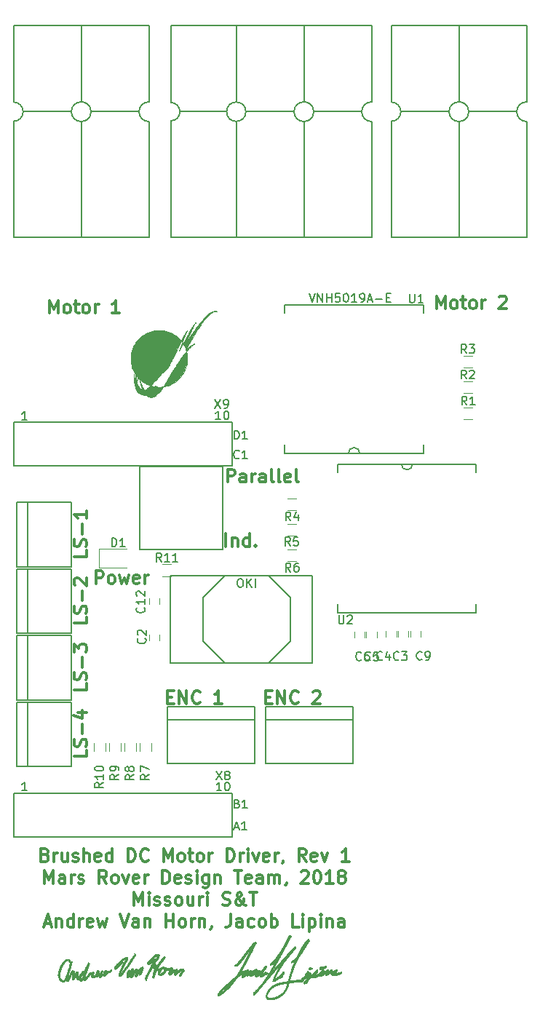
<source format=gbr>
G04 #@! TF.FileFunction,Legend,Top*
%FSLAX46Y46*%
G04 Gerber Fmt 4.6, Leading zero omitted, Abs format (unit mm)*
G04 Created by KiCad (PCBNEW 4.0.7) date 03/25/18 20:28:47*
%MOMM*%
%LPD*%
G01*
G04 APERTURE LIST*
%ADD10C,0.100000*%
%ADD11C,0.300000*%
%ADD12C,0.150000*%
%ADD13C,0.120000*%
%ADD14C,0.152400*%
%ADD15C,0.010000*%
G04 APERTURE END LIST*
D10*
D11*
X127591715Y-179113571D02*
X127591715Y-177613571D01*
X128163143Y-177613571D01*
X128306001Y-177685000D01*
X128377429Y-177756429D01*
X128448858Y-177899286D01*
X128448858Y-178113571D01*
X128377429Y-178256429D01*
X128306001Y-178327857D01*
X128163143Y-178399286D01*
X127591715Y-178399286D01*
X129306001Y-179113571D02*
X129163143Y-179042143D01*
X129091715Y-178970714D01*
X129020286Y-178827857D01*
X129020286Y-178399286D01*
X129091715Y-178256429D01*
X129163143Y-178185000D01*
X129306001Y-178113571D01*
X129520286Y-178113571D01*
X129663143Y-178185000D01*
X129734572Y-178256429D01*
X129806001Y-178399286D01*
X129806001Y-178827857D01*
X129734572Y-178970714D01*
X129663143Y-179042143D01*
X129520286Y-179113571D01*
X129306001Y-179113571D01*
X130306001Y-178113571D02*
X130591715Y-179113571D01*
X130877429Y-178399286D01*
X131163144Y-179113571D01*
X131448858Y-178113571D01*
X132591715Y-179042143D02*
X132448858Y-179113571D01*
X132163144Y-179113571D01*
X132020287Y-179042143D01*
X131948858Y-178899286D01*
X131948858Y-178327857D01*
X132020287Y-178185000D01*
X132163144Y-178113571D01*
X132448858Y-178113571D01*
X132591715Y-178185000D01*
X132663144Y-178327857D01*
X132663144Y-178470714D01*
X131948858Y-178613571D01*
X133306001Y-179113571D02*
X133306001Y-178113571D01*
X133306001Y-178399286D02*
X133377429Y-178256429D01*
X133448858Y-178185000D01*
X133591715Y-178113571D01*
X133734572Y-178113571D01*
X126535571Y-198488856D02*
X126535571Y-199203142D01*
X125035571Y-199203142D01*
X126464143Y-198060285D02*
X126535571Y-197845999D01*
X126535571Y-197488856D01*
X126464143Y-197345999D01*
X126392714Y-197274570D01*
X126249857Y-197203142D01*
X126107000Y-197203142D01*
X125964143Y-197274570D01*
X125892714Y-197345999D01*
X125821286Y-197488856D01*
X125749857Y-197774570D01*
X125678429Y-197917428D01*
X125607000Y-197988856D01*
X125464143Y-198060285D01*
X125321286Y-198060285D01*
X125178429Y-197988856D01*
X125107000Y-197917428D01*
X125035571Y-197774570D01*
X125035571Y-197417428D01*
X125107000Y-197203142D01*
X125964143Y-196560285D02*
X125964143Y-195417428D01*
X125535571Y-194060285D02*
X126535571Y-194060285D01*
X124964143Y-194417428D02*
X126035571Y-194774571D01*
X126035571Y-193845999D01*
X126535571Y-190741856D02*
X126535571Y-191456142D01*
X125035571Y-191456142D01*
X126464143Y-190313285D02*
X126535571Y-190098999D01*
X126535571Y-189741856D01*
X126464143Y-189598999D01*
X126392714Y-189527570D01*
X126249857Y-189456142D01*
X126107000Y-189456142D01*
X125964143Y-189527570D01*
X125892714Y-189598999D01*
X125821286Y-189741856D01*
X125749857Y-190027570D01*
X125678429Y-190170428D01*
X125607000Y-190241856D01*
X125464143Y-190313285D01*
X125321286Y-190313285D01*
X125178429Y-190241856D01*
X125107000Y-190170428D01*
X125035571Y-190027570D01*
X125035571Y-189670428D01*
X125107000Y-189456142D01*
X125964143Y-188813285D02*
X125964143Y-187670428D01*
X125035571Y-187098999D02*
X125035571Y-186170428D01*
X125607000Y-186670428D01*
X125607000Y-186456142D01*
X125678429Y-186313285D01*
X125749857Y-186241856D01*
X125892714Y-186170428D01*
X126249857Y-186170428D01*
X126392714Y-186241856D01*
X126464143Y-186313285D01*
X126535571Y-186456142D01*
X126535571Y-186884714D01*
X126464143Y-187027571D01*
X126392714Y-187098999D01*
X126535571Y-182994856D02*
X126535571Y-183709142D01*
X125035571Y-183709142D01*
X126464143Y-182566285D02*
X126535571Y-182351999D01*
X126535571Y-181994856D01*
X126464143Y-181851999D01*
X126392714Y-181780570D01*
X126249857Y-181709142D01*
X126107000Y-181709142D01*
X125964143Y-181780570D01*
X125892714Y-181851999D01*
X125821286Y-181994856D01*
X125749857Y-182280570D01*
X125678429Y-182423428D01*
X125607000Y-182494856D01*
X125464143Y-182566285D01*
X125321286Y-182566285D01*
X125178429Y-182494856D01*
X125107000Y-182423428D01*
X125035571Y-182280570D01*
X125035571Y-181923428D01*
X125107000Y-181709142D01*
X125964143Y-181066285D02*
X125964143Y-179923428D01*
X125178429Y-179280571D02*
X125107000Y-179209142D01*
X125035571Y-179066285D01*
X125035571Y-178709142D01*
X125107000Y-178566285D01*
X125178429Y-178494856D01*
X125321286Y-178423428D01*
X125464143Y-178423428D01*
X125678429Y-178494856D01*
X126535571Y-179351999D01*
X126535571Y-178423428D01*
X126535571Y-175247856D02*
X126535571Y-175962142D01*
X125035571Y-175962142D01*
X126464143Y-174819285D02*
X126535571Y-174604999D01*
X126535571Y-174247856D01*
X126464143Y-174104999D01*
X126392714Y-174033570D01*
X126249857Y-173962142D01*
X126107000Y-173962142D01*
X125964143Y-174033570D01*
X125892714Y-174104999D01*
X125821286Y-174247856D01*
X125749857Y-174533570D01*
X125678429Y-174676428D01*
X125607000Y-174747856D01*
X125464143Y-174819285D01*
X125321286Y-174819285D01*
X125178429Y-174747856D01*
X125107000Y-174676428D01*
X125035571Y-174533570D01*
X125035571Y-174176428D01*
X125107000Y-173962142D01*
X125964143Y-173319285D02*
X125964143Y-172176428D01*
X126535571Y-170676428D02*
X126535571Y-171533571D01*
X126535571Y-171104999D02*
X125035571Y-171104999D01*
X125249857Y-171247856D01*
X125392714Y-171390714D01*
X125464143Y-171533571D01*
X167211086Y-147134971D02*
X167211086Y-145634971D01*
X167711086Y-146706400D01*
X168211086Y-145634971D01*
X168211086Y-147134971D01*
X169139658Y-147134971D02*
X168996800Y-147063543D01*
X168925372Y-146992114D01*
X168853943Y-146849257D01*
X168853943Y-146420686D01*
X168925372Y-146277829D01*
X168996800Y-146206400D01*
X169139658Y-146134971D01*
X169353943Y-146134971D01*
X169496800Y-146206400D01*
X169568229Y-146277829D01*
X169639658Y-146420686D01*
X169639658Y-146849257D01*
X169568229Y-146992114D01*
X169496800Y-147063543D01*
X169353943Y-147134971D01*
X169139658Y-147134971D01*
X170068229Y-146134971D02*
X170639658Y-146134971D01*
X170282515Y-145634971D02*
X170282515Y-146920686D01*
X170353943Y-147063543D01*
X170496801Y-147134971D01*
X170639658Y-147134971D01*
X171353944Y-147134971D02*
X171211086Y-147063543D01*
X171139658Y-146992114D01*
X171068229Y-146849257D01*
X171068229Y-146420686D01*
X171139658Y-146277829D01*
X171211086Y-146206400D01*
X171353944Y-146134971D01*
X171568229Y-146134971D01*
X171711086Y-146206400D01*
X171782515Y-146277829D01*
X171853944Y-146420686D01*
X171853944Y-146849257D01*
X171782515Y-146992114D01*
X171711086Y-147063543D01*
X171568229Y-147134971D01*
X171353944Y-147134971D01*
X172496801Y-147134971D02*
X172496801Y-146134971D01*
X172496801Y-146420686D02*
X172568229Y-146277829D01*
X172639658Y-146206400D01*
X172782515Y-146134971D01*
X172925372Y-146134971D01*
X174496800Y-145777829D02*
X174568229Y-145706400D01*
X174711086Y-145634971D01*
X175068229Y-145634971D01*
X175211086Y-145706400D01*
X175282515Y-145777829D01*
X175353943Y-145920686D01*
X175353943Y-146063543D01*
X175282515Y-146277829D01*
X174425372Y-147134971D01*
X175353943Y-147134971D01*
X122202286Y-147642971D02*
X122202286Y-146142971D01*
X122702286Y-147214400D01*
X123202286Y-146142971D01*
X123202286Y-147642971D01*
X124130858Y-147642971D02*
X123988000Y-147571543D01*
X123916572Y-147500114D01*
X123845143Y-147357257D01*
X123845143Y-146928686D01*
X123916572Y-146785829D01*
X123988000Y-146714400D01*
X124130858Y-146642971D01*
X124345143Y-146642971D01*
X124488000Y-146714400D01*
X124559429Y-146785829D01*
X124630858Y-146928686D01*
X124630858Y-147357257D01*
X124559429Y-147500114D01*
X124488000Y-147571543D01*
X124345143Y-147642971D01*
X124130858Y-147642971D01*
X125059429Y-146642971D02*
X125630858Y-146642971D01*
X125273715Y-146142971D02*
X125273715Y-147428686D01*
X125345143Y-147571543D01*
X125488001Y-147642971D01*
X125630858Y-147642971D01*
X126345144Y-147642971D02*
X126202286Y-147571543D01*
X126130858Y-147500114D01*
X126059429Y-147357257D01*
X126059429Y-146928686D01*
X126130858Y-146785829D01*
X126202286Y-146714400D01*
X126345144Y-146642971D01*
X126559429Y-146642971D01*
X126702286Y-146714400D01*
X126773715Y-146785829D01*
X126845144Y-146928686D01*
X126845144Y-147357257D01*
X126773715Y-147500114D01*
X126702286Y-147571543D01*
X126559429Y-147642971D01*
X126345144Y-147642971D01*
X127488001Y-147642971D02*
X127488001Y-146642971D01*
X127488001Y-146928686D02*
X127559429Y-146785829D01*
X127630858Y-146714400D01*
X127773715Y-146642971D01*
X127916572Y-146642971D01*
X130345143Y-147642971D02*
X129488000Y-147642971D01*
X129916572Y-147642971D02*
X129916572Y-146142971D01*
X129773715Y-146357257D01*
X129630857Y-146500114D01*
X129488000Y-146571543D01*
X121697544Y-210647057D02*
X121911830Y-210718486D01*
X121983258Y-210789914D01*
X122054687Y-210932771D01*
X122054687Y-211147057D01*
X121983258Y-211289914D01*
X121911830Y-211361343D01*
X121768972Y-211432771D01*
X121197544Y-211432771D01*
X121197544Y-209932771D01*
X121697544Y-209932771D01*
X121840401Y-210004200D01*
X121911830Y-210075629D01*
X121983258Y-210218486D01*
X121983258Y-210361343D01*
X121911830Y-210504200D01*
X121840401Y-210575629D01*
X121697544Y-210647057D01*
X121197544Y-210647057D01*
X122697544Y-211432771D02*
X122697544Y-210432771D01*
X122697544Y-210718486D02*
X122768972Y-210575629D01*
X122840401Y-210504200D01*
X122983258Y-210432771D01*
X123126115Y-210432771D01*
X124268972Y-210432771D02*
X124268972Y-211432771D01*
X123626115Y-210432771D02*
X123626115Y-211218486D01*
X123697543Y-211361343D01*
X123840401Y-211432771D01*
X124054686Y-211432771D01*
X124197543Y-211361343D01*
X124268972Y-211289914D01*
X124911829Y-211361343D02*
X125054686Y-211432771D01*
X125340401Y-211432771D01*
X125483258Y-211361343D01*
X125554686Y-211218486D01*
X125554686Y-211147057D01*
X125483258Y-211004200D01*
X125340401Y-210932771D01*
X125126115Y-210932771D01*
X124983258Y-210861343D01*
X124911829Y-210718486D01*
X124911829Y-210647057D01*
X124983258Y-210504200D01*
X125126115Y-210432771D01*
X125340401Y-210432771D01*
X125483258Y-210504200D01*
X126197544Y-211432771D02*
X126197544Y-209932771D01*
X126840401Y-211432771D02*
X126840401Y-210647057D01*
X126768972Y-210504200D01*
X126626115Y-210432771D01*
X126411830Y-210432771D01*
X126268972Y-210504200D01*
X126197544Y-210575629D01*
X128126115Y-211361343D02*
X127983258Y-211432771D01*
X127697544Y-211432771D01*
X127554687Y-211361343D01*
X127483258Y-211218486D01*
X127483258Y-210647057D01*
X127554687Y-210504200D01*
X127697544Y-210432771D01*
X127983258Y-210432771D01*
X128126115Y-210504200D01*
X128197544Y-210647057D01*
X128197544Y-210789914D01*
X127483258Y-210932771D01*
X129483258Y-211432771D02*
X129483258Y-209932771D01*
X129483258Y-211361343D02*
X129340401Y-211432771D01*
X129054687Y-211432771D01*
X128911829Y-211361343D01*
X128840401Y-211289914D01*
X128768972Y-211147057D01*
X128768972Y-210718486D01*
X128840401Y-210575629D01*
X128911829Y-210504200D01*
X129054687Y-210432771D01*
X129340401Y-210432771D01*
X129483258Y-210504200D01*
X131340401Y-211432771D02*
X131340401Y-209932771D01*
X131697544Y-209932771D01*
X131911829Y-210004200D01*
X132054687Y-210147057D01*
X132126115Y-210289914D01*
X132197544Y-210575629D01*
X132197544Y-210789914D01*
X132126115Y-211075629D01*
X132054687Y-211218486D01*
X131911829Y-211361343D01*
X131697544Y-211432771D01*
X131340401Y-211432771D01*
X133697544Y-211289914D02*
X133626115Y-211361343D01*
X133411829Y-211432771D01*
X133268972Y-211432771D01*
X133054687Y-211361343D01*
X132911829Y-211218486D01*
X132840401Y-211075629D01*
X132768972Y-210789914D01*
X132768972Y-210575629D01*
X132840401Y-210289914D01*
X132911829Y-210147057D01*
X133054687Y-210004200D01*
X133268972Y-209932771D01*
X133411829Y-209932771D01*
X133626115Y-210004200D01*
X133697544Y-210075629D01*
X135483258Y-211432771D02*
X135483258Y-209932771D01*
X135983258Y-211004200D01*
X136483258Y-209932771D01*
X136483258Y-211432771D01*
X137411830Y-211432771D02*
X137268972Y-211361343D01*
X137197544Y-211289914D01*
X137126115Y-211147057D01*
X137126115Y-210718486D01*
X137197544Y-210575629D01*
X137268972Y-210504200D01*
X137411830Y-210432771D01*
X137626115Y-210432771D01*
X137768972Y-210504200D01*
X137840401Y-210575629D01*
X137911830Y-210718486D01*
X137911830Y-211147057D01*
X137840401Y-211289914D01*
X137768972Y-211361343D01*
X137626115Y-211432771D01*
X137411830Y-211432771D01*
X138340401Y-210432771D02*
X138911830Y-210432771D01*
X138554687Y-209932771D02*
X138554687Y-211218486D01*
X138626115Y-211361343D01*
X138768973Y-211432771D01*
X138911830Y-211432771D01*
X139626116Y-211432771D02*
X139483258Y-211361343D01*
X139411830Y-211289914D01*
X139340401Y-211147057D01*
X139340401Y-210718486D01*
X139411830Y-210575629D01*
X139483258Y-210504200D01*
X139626116Y-210432771D01*
X139840401Y-210432771D01*
X139983258Y-210504200D01*
X140054687Y-210575629D01*
X140126116Y-210718486D01*
X140126116Y-211147057D01*
X140054687Y-211289914D01*
X139983258Y-211361343D01*
X139840401Y-211432771D01*
X139626116Y-211432771D01*
X140768973Y-211432771D02*
X140768973Y-210432771D01*
X140768973Y-210718486D02*
X140840401Y-210575629D01*
X140911830Y-210504200D01*
X141054687Y-210432771D01*
X141197544Y-210432771D01*
X142840401Y-211432771D02*
X142840401Y-209932771D01*
X143197544Y-209932771D01*
X143411829Y-210004200D01*
X143554687Y-210147057D01*
X143626115Y-210289914D01*
X143697544Y-210575629D01*
X143697544Y-210789914D01*
X143626115Y-211075629D01*
X143554687Y-211218486D01*
X143411829Y-211361343D01*
X143197544Y-211432771D01*
X142840401Y-211432771D01*
X144340401Y-211432771D02*
X144340401Y-210432771D01*
X144340401Y-210718486D02*
X144411829Y-210575629D01*
X144483258Y-210504200D01*
X144626115Y-210432771D01*
X144768972Y-210432771D01*
X145268972Y-211432771D02*
X145268972Y-210432771D01*
X145268972Y-209932771D02*
X145197543Y-210004200D01*
X145268972Y-210075629D01*
X145340400Y-210004200D01*
X145268972Y-209932771D01*
X145268972Y-210075629D01*
X145840401Y-210432771D02*
X146197544Y-211432771D01*
X146554686Y-210432771D01*
X147697543Y-211361343D02*
X147554686Y-211432771D01*
X147268972Y-211432771D01*
X147126115Y-211361343D01*
X147054686Y-211218486D01*
X147054686Y-210647057D01*
X147126115Y-210504200D01*
X147268972Y-210432771D01*
X147554686Y-210432771D01*
X147697543Y-210504200D01*
X147768972Y-210647057D01*
X147768972Y-210789914D01*
X147054686Y-210932771D01*
X148411829Y-211432771D02*
X148411829Y-210432771D01*
X148411829Y-210718486D02*
X148483257Y-210575629D01*
X148554686Y-210504200D01*
X148697543Y-210432771D01*
X148840400Y-210432771D01*
X149411828Y-211361343D02*
X149411828Y-211432771D01*
X149340400Y-211575629D01*
X149268971Y-211647057D01*
X152054686Y-211432771D02*
X151554686Y-210718486D01*
X151197543Y-211432771D02*
X151197543Y-209932771D01*
X151768971Y-209932771D01*
X151911829Y-210004200D01*
X151983257Y-210075629D01*
X152054686Y-210218486D01*
X152054686Y-210432771D01*
X151983257Y-210575629D01*
X151911829Y-210647057D01*
X151768971Y-210718486D01*
X151197543Y-210718486D01*
X153268971Y-211361343D02*
X153126114Y-211432771D01*
X152840400Y-211432771D01*
X152697543Y-211361343D01*
X152626114Y-211218486D01*
X152626114Y-210647057D01*
X152697543Y-210504200D01*
X152840400Y-210432771D01*
X153126114Y-210432771D01*
X153268971Y-210504200D01*
X153340400Y-210647057D01*
X153340400Y-210789914D01*
X152626114Y-210932771D01*
X153840400Y-210432771D02*
X154197543Y-211432771D01*
X154554685Y-210432771D01*
X157054685Y-211432771D02*
X156197542Y-211432771D01*
X156626114Y-211432771D02*
X156626114Y-209932771D01*
X156483257Y-210147057D01*
X156340399Y-210289914D01*
X156197542Y-210361343D01*
X121626116Y-213982771D02*
X121626116Y-212482771D01*
X122126116Y-213554200D01*
X122626116Y-212482771D01*
X122626116Y-213982771D01*
X123983259Y-213982771D02*
X123983259Y-213197057D01*
X123911830Y-213054200D01*
X123768973Y-212982771D01*
X123483259Y-212982771D01*
X123340402Y-213054200D01*
X123983259Y-213911343D02*
X123840402Y-213982771D01*
X123483259Y-213982771D01*
X123340402Y-213911343D01*
X123268973Y-213768486D01*
X123268973Y-213625629D01*
X123340402Y-213482771D01*
X123483259Y-213411343D01*
X123840402Y-213411343D01*
X123983259Y-213339914D01*
X124697545Y-213982771D02*
X124697545Y-212982771D01*
X124697545Y-213268486D02*
X124768973Y-213125629D01*
X124840402Y-213054200D01*
X124983259Y-212982771D01*
X125126116Y-212982771D01*
X125554687Y-213911343D02*
X125697544Y-213982771D01*
X125983259Y-213982771D01*
X126126116Y-213911343D01*
X126197544Y-213768486D01*
X126197544Y-213697057D01*
X126126116Y-213554200D01*
X125983259Y-213482771D01*
X125768973Y-213482771D01*
X125626116Y-213411343D01*
X125554687Y-213268486D01*
X125554687Y-213197057D01*
X125626116Y-213054200D01*
X125768973Y-212982771D01*
X125983259Y-212982771D01*
X126126116Y-213054200D01*
X128840402Y-213982771D02*
X128340402Y-213268486D01*
X127983259Y-213982771D02*
X127983259Y-212482771D01*
X128554687Y-212482771D01*
X128697545Y-212554200D01*
X128768973Y-212625629D01*
X128840402Y-212768486D01*
X128840402Y-212982771D01*
X128768973Y-213125629D01*
X128697545Y-213197057D01*
X128554687Y-213268486D01*
X127983259Y-213268486D01*
X129697545Y-213982771D02*
X129554687Y-213911343D01*
X129483259Y-213839914D01*
X129411830Y-213697057D01*
X129411830Y-213268486D01*
X129483259Y-213125629D01*
X129554687Y-213054200D01*
X129697545Y-212982771D01*
X129911830Y-212982771D01*
X130054687Y-213054200D01*
X130126116Y-213125629D01*
X130197545Y-213268486D01*
X130197545Y-213697057D01*
X130126116Y-213839914D01*
X130054687Y-213911343D01*
X129911830Y-213982771D01*
X129697545Y-213982771D01*
X130697545Y-212982771D02*
X131054688Y-213982771D01*
X131411830Y-212982771D01*
X132554687Y-213911343D02*
X132411830Y-213982771D01*
X132126116Y-213982771D01*
X131983259Y-213911343D01*
X131911830Y-213768486D01*
X131911830Y-213197057D01*
X131983259Y-213054200D01*
X132126116Y-212982771D01*
X132411830Y-212982771D01*
X132554687Y-213054200D01*
X132626116Y-213197057D01*
X132626116Y-213339914D01*
X131911830Y-213482771D01*
X133268973Y-213982771D02*
X133268973Y-212982771D01*
X133268973Y-213268486D02*
X133340401Y-213125629D01*
X133411830Y-213054200D01*
X133554687Y-212982771D01*
X133697544Y-212982771D01*
X135340401Y-213982771D02*
X135340401Y-212482771D01*
X135697544Y-212482771D01*
X135911829Y-212554200D01*
X136054687Y-212697057D01*
X136126115Y-212839914D01*
X136197544Y-213125629D01*
X136197544Y-213339914D01*
X136126115Y-213625629D01*
X136054687Y-213768486D01*
X135911829Y-213911343D01*
X135697544Y-213982771D01*
X135340401Y-213982771D01*
X137411829Y-213911343D02*
X137268972Y-213982771D01*
X136983258Y-213982771D01*
X136840401Y-213911343D01*
X136768972Y-213768486D01*
X136768972Y-213197057D01*
X136840401Y-213054200D01*
X136983258Y-212982771D01*
X137268972Y-212982771D01*
X137411829Y-213054200D01*
X137483258Y-213197057D01*
X137483258Y-213339914D01*
X136768972Y-213482771D01*
X138054686Y-213911343D02*
X138197543Y-213982771D01*
X138483258Y-213982771D01*
X138626115Y-213911343D01*
X138697543Y-213768486D01*
X138697543Y-213697057D01*
X138626115Y-213554200D01*
X138483258Y-213482771D01*
X138268972Y-213482771D01*
X138126115Y-213411343D01*
X138054686Y-213268486D01*
X138054686Y-213197057D01*
X138126115Y-213054200D01*
X138268972Y-212982771D01*
X138483258Y-212982771D01*
X138626115Y-213054200D01*
X139340401Y-213982771D02*
X139340401Y-212982771D01*
X139340401Y-212482771D02*
X139268972Y-212554200D01*
X139340401Y-212625629D01*
X139411829Y-212554200D01*
X139340401Y-212482771D01*
X139340401Y-212625629D01*
X140697544Y-212982771D02*
X140697544Y-214197057D01*
X140626115Y-214339914D01*
X140554687Y-214411343D01*
X140411830Y-214482771D01*
X140197544Y-214482771D01*
X140054687Y-214411343D01*
X140697544Y-213911343D02*
X140554687Y-213982771D01*
X140268973Y-213982771D01*
X140126115Y-213911343D01*
X140054687Y-213839914D01*
X139983258Y-213697057D01*
X139983258Y-213268486D01*
X140054687Y-213125629D01*
X140126115Y-213054200D01*
X140268973Y-212982771D01*
X140554687Y-212982771D01*
X140697544Y-213054200D01*
X141411830Y-212982771D02*
X141411830Y-213982771D01*
X141411830Y-213125629D02*
X141483258Y-213054200D01*
X141626116Y-212982771D01*
X141840401Y-212982771D01*
X141983258Y-213054200D01*
X142054687Y-213197057D01*
X142054687Y-213982771D01*
X143697544Y-212482771D02*
X144554687Y-212482771D01*
X144126116Y-213982771D02*
X144126116Y-212482771D01*
X145626115Y-213911343D02*
X145483258Y-213982771D01*
X145197544Y-213982771D01*
X145054687Y-213911343D01*
X144983258Y-213768486D01*
X144983258Y-213197057D01*
X145054687Y-213054200D01*
X145197544Y-212982771D01*
X145483258Y-212982771D01*
X145626115Y-213054200D01*
X145697544Y-213197057D01*
X145697544Y-213339914D01*
X144983258Y-213482771D01*
X146983258Y-213982771D02*
X146983258Y-213197057D01*
X146911829Y-213054200D01*
X146768972Y-212982771D01*
X146483258Y-212982771D01*
X146340401Y-213054200D01*
X146983258Y-213911343D02*
X146840401Y-213982771D01*
X146483258Y-213982771D01*
X146340401Y-213911343D01*
X146268972Y-213768486D01*
X146268972Y-213625629D01*
X146340401Y-213482771D01*
X146483258Y-213411343D01*
X146840401Y-213411343D01*
X146983258Y-213339914D01*
X147697544Y-213982771D02*
X147697544Y-212982771D01*
X147697544Y-213125629D02*
X147768972Y-213054200D01*
X147911830Y-212982771D01*
X148126115Y-212982771D01*
X148268972Y-213054200D01*
X148340401Y-213197057D01*
X148340401Y-213982771D01*
X148340401Y-213197057D02*
X148411830Y-213054200D01*
X148554687Y-212982771D01*
X148768972Y-212982771D01*
X148911830Y-213054200D01*
X148983258Y-213197057D01*
X148983258Y-213982771D01*
X149768972Y-213911343D02*
X149768972Y-213982771D01*
X149697544Y-214125629D01*
X149626115Y-214197057D01*
X151483258Y-212625629D02*
X151554687Y-212554200D01*
X151697544Y-212482771D01*
X152054687Y-212482771D01*
X152197544Y-212554200D01*
X152268973Y-212625629D01*
X152340401Y-212768486D01*
X152340401Y-212911343D01*
X152268973Y-213125629D01*
X151411830Y-213982771D01*
X152340401Y-213982771D01*
X153268972Y-212482771D02*
X153411829Y-212482771D01*
X153554686Y-212554200D01*
X153626115Y-212625629D01*
X153697544Y-212768486D01*
X153768972Y-213054200D01*
X153768972Y-213411343D01*
X153697544Y-213697057D01*
X153626115Y-213839914D01*
X153554686Y-213911343D01*
X153411829Y-213982771D01*
X153268972Y-213982771D01*
X153126115Y-213911343D01*
X153054686Y-213839914D01*
X152983258Y-213697057D01*
X152911829Y-213411343D01*
X152911829Y-213054200D01*
X152983258Y-212768486D01*
X153054686Y-212625629D01*
X153126115Y-212554200D01*
X153268972Y-212482771D01*
X155197543Y-213982771D02*
X154340400Y-213982771D01*
X154768972Y-213982771D02*
X154768972Y-212482771D01*
X154626115Y-212697057D01*
X154483257Y-212839914D01*
X154340400Y-212911343D01*
X156054686Y-213125629D02*
X155911828Y-213054200D01*
X155840400Y-212982771D01*
X155768971Y-212839914D01*
X155768971Y-212768486D01*
X155840400Y-212625629D01*
X155911828Y-212554200D01*
X156054686Y-212482771D01*
X156340400Y-212482771D01*
X156483257Y-212554200D01*
X156554686Y-212625629D01*
X156626114Y-212768486D01*
X156626114Y-212839914D01*
X156554686Y-212982771D01*
X156483257Y-213054200D01*
X156340400Y-213125629D01*
X156054686Y-213125629D01*
X155911828Y-213197057D01*
X155840400Y-213268486D01*
X155768971Y-213411343D01*
X155768971Y-213697057D01*
X155840400Y-213839914D01*
X155911828Y-213911343D01*
X156054686Y-213982771D01*
X156340400Y-213982771D01*
X156483257Y-213911343D01*
X156554686Y-213839914D01*
X156626114Y-213697057D01*
X156626114Y-213411343D01*
X156554686Y-213268486D01*
X156483257Y-213197057D01*
X156340400Y-213125629D01*
X132054686Y-216532771D02*
X132054686Y-215032771D01*
X132554686Y-216104200D01*
X133054686Y-215032771D01*
X133054686Y-216532771D01*
X133768972Y-216532771D02*
X133768972Y-215532771D01*
X133768972Y-215032771D02*
X133697543Y-215104200D01*
X133768972Y-215175629D01*
X133840400Y-215104200D01*
X133768972Y-215032771D01*
X133768972Y-215175629D01*
X134411829Y-216461343D02*
X134554686Y-216532771D01*
X134840401Y-216532771D01*
X134983258Y-216461343D01*
X135054686Y-216318486D01*
X135054686Y-216247057D01*
X134983258Y-216104200D01*
X134840401Y-216032771D01*
X134626115Y-216032771D01*
X134483258Y-215961343D01*
X134411829Y-215818486D01*
X134411829Y-215747057D01*
X134483258Y-215604200D01*
X134626115Y-215532771D01*
X134840401Y-215532771D01*
X134983258Y-215604200D01*
X135626115Y-216461343D02*
X135768972Y-216532771D01*
X136054687Y-216532771D01*
X136197544Y-216461343D01*
X136268972Y-216318486D01*
X136268972Y-216247057D01*
X136197544Y-216104200D01*
X136054687Y-216032771D01*
X135840401Y-216032771D01*
X135697544Y-215961343D01*
X135626115Y-215818486D01*
X135626115Y-215747057D01*
X135697544Y-215604200D01*
X135840401Y-215532771D01*
X136054687Y-215532771D01*
X136197544Y-215604200D01*
X137126116Y-216532771D02*
X136983258Y-216461343D01*
X136911830Y-216389914D01*
X136840401Y-216247057D01*
X136840401Y-215818486D01*
X136911830Y-215675629D01*
X136983258Y-215604200D01*
X137126116Y-215532771D01*
X137340401Y-215532771D01*
X137483258Y-215604200D01*
X137554687Y-215675629D01*
X137626116Y-215818486D01*
X137626116Y-216247057D01*
X137554687Y-216389914D01*
X137483258Y-216461343D01*
X137340401Y-216532771D01*
X137126116Y-216532771D01*
X138911830Y-215532771D02*
X138911830Y-216532771D01*
X138268973Y-215532771D02*
X138268973Y-216318486D01*
X138340401Y-216461343D01*
X138483259Y-216532771D01*
X138697544Y-216532771D01*
X138840401Y-216461343D01*
X138911830Y-216389914D01*
X139626116Y-216532771D02*
X139626116Y-215532771D01*
X139626116Y-215818486D02*
X139697544Y-215675629D01*
X139768973Y-215604200D01*
X139911830Y-215532771D01*
X140054687Y-215532771D01*
X140554687Y-216532771D02*
X140554687Y-215532771D01*
X140554687Y-215032771D02*
X140483258Y-215104200D01*
X140554687Y-215175629D01*
X140626115Y-215104200D01*
X140554687Y-215032771D01*
X140554687Y-215175629D01*
X142340401Y-216461343D02*
X142554687Y-216532771D01*
X142911830Y-216532771D01*
X143054687Y-216461343D01*
X143126116Y-216389914D01*
X143197544Y-216247057D01*
X143197544Y-216104200D01*
X143126116Y-215961343D01*
X143054687Y-215889914D01*
X142911830Y-215818486D01*
X142626116Y-215747057D01*
X142483258Y-215675629D01*
X142411830Y-215604200D01*
X142340401Y-215461343D01*
X142340401Y-215318486D01*
X142411830Y-215175629D01*
X142483258Y-215104200D01*
X142626116Y-215032771D01*
X142983258Y-215032771D01*
X143197544Y-215104200D01*
X145054687Y-216532771D02*
X144983258Y-216532771D01*
X144840401Y-216461343D01*
X144626115Y-216247057D01*
X144268972Y-215818486D01*
X144126115Y-215604200D01*
X144054687Y-215389914D01*
X144054687Y-215247057D01*
X144126115Y-215104200D01*
X144268972Y-215032771D01*
X144340401Y-215032771D01*
X144483258Y-215104200D01*
X144554687Y-215247057D01*
X144554687Y-215318486D01*
X144483258Y-215461343D01*
X144411829Y-215532771D01*
X143983258Y-215818486D01*
X143911829Y-215889914D01*
X143840401Y-216032771D01*
X143840401Y-216247057D01*
X143911829Y-216389914D01*
X143983258Y-216461343D01*
X144126115Y-216532771D01*
X144340401Y-216532771D01*
X144483258Y-216461343D01*
X144554687Y-216389914D01*
X144768972Y-216104200D01*
X144840401Y-215889914D01*
X144840401Y-215747057D01*
X145483258Y-215032771D02*
X146340401Y-215032771D01*
X145911830Y-216532771D02*
X145911830Y-215032771D01*
X121626114Y-218654200D02*
X122340400Y-218654200D01*
X121483257Y-219082771D02*
X121983257Y-217582771D01*
X122483257Y-219082771D01*
X122983257Y-218082771D02*
X122983257Y-219082771D01*
X122983257Y-218225629D02*
X123054685Y-218154200D01*
X123197543Y-218082771D01*
X123411828Y-218082771D01*
X123554685Y-218154200D01*
X123626114Y-218297057D01*
X123626114Y-219082771D01*
X124983257Y-219082771D02*
X124983257Y-217582771D01*
X124983257Y-219011343D02*
X124840400Y-219082771D01*
X124554686Y-219082771D01*
X124411828Y-219011343D01*
X124340400Y-218939914D01*
X124268971Y-218797057D01*
X124268971Y-218368486D01*
X124340400Y-218225629D01*
X124411828Y-218154200D01*
X124554686Y-218082771D01*
X124840400Y-218082771D01*
X124983257Y-218154200D01*
X125697543Y-219082771D02*
X125697543Y-218082771D01*
X125697543Y-218368486D02*
X125768971Y-218225629D01*
X125840400Y-218154200D01*
X125983257Y-218082771D01*
X126126114Y-218082771D01*
X127197542Y-219011343D02*
X127054685Y-219082771D01*
X126768971Y-219082771D01*
X126626114Y-219011343D01*
X126554685Y-218868486D01*
X126554685Y-218297057D01*
X126626114Y-218154200D01*
X126768971Y-218082771D01*
X127054685Y-218082771D01*
X127197542Y-218154200D01*
X127268971Y-218297057D01*
X127268971Y-218439914D01*
X126554685Y-218582771D01*
X127768971Y-218082771D02*
X128054685Y-219082771D01*
X128340399Y-218368486D01*
X128626114Y-219082771D01*
X128911828Y-218082771D01*
X130411828Y-217582771D02*
X130911828Y-219082771D01*
X131411828Y-217582771D01*
X132554685Y-219082771D02*
X132554685Y-218297057D01*
X132483256Y-218154200D01*
X132340399Y-218082771D01*
X132054685Y-218082771D01*
X131911828Y-218154200D01*
X132554685Y-219011343D02*
X132411828Y-219082771D01*
X132054685Y-219082771D01*
X131911828Y-219011343D01*
X131840399Y-218868486D01*
X131840399Y-218725629D01*
X131911828Y-218582771D01*
X132054685Y-218511343D01*
X132411828Y-218511343D01*
X132554685Y-218439914D01*
X133268971Y-218082771D02*
X133268971Y-219082771D01*
X133268971Y-218225629D02*
X133340399Y-218154200D01*
X133483257Y-218082771D01*
X133697542Y-218082771D01*
X133840399Y-218154200D01*
X133911828Y-218297057D01*
X133911828Y-219082771D01*
X135768971Y-219082771D02*
X135768971Y-217582771D01*
X135768971Y-218297057D02*
X136626114Y-218297057D01*
X136626114Y-219082771D02*
X136626114Y-217582771D01*
X137554686Y-219082771D02*
X137411828Y-219011343D01*
X137340400Y-218939914D01*
X137268971Y-218797057D01*
X137268971Y-218368486D01*
X137340400Y-218225629D01*
X137411828Y-218154200D01*
X137554686Y-218082771D01*
X137768971Y-218082771D01*
X137911828Y-218154200D01*
X137983257Y-218225629D01*
X138054686Y-218368486D01*
X138054686Y-218797057D01*
X137983257Y-218939914D01*
X137911828Y-219011343D01*
X137768971Y-219082771D01*
X137554686Y-219082771D01*
X138697543Y-219082771D02*
X138697543Y-218082771D01*
X138697543Y-218368486D02*
X138768971Y-218225629D01*
X138840400Y-218154200D01*
X138983257Y-218082771D01*
X139126114Y-218082771D01*
X139626114Y-218082771D02*
X139626114Y-219082771D01*
X139626114Y-218225629D02*
X139697542Y-218154200D01*
X139840400Y-218082771D01*
X140054685Y-218082771D01*
X140197542Y-218154200D01*
X140268971Y-218297057D01*
X140268971Y-219082771D01*
X141054685Y-219011343D02*
X141054685Y-219082771D01*
X140983257Y-219225629D01*
X140911828Y-219297057D01*
X143268971Y-217582771D02*
X143268971Y-218654200D01*
X143197543Y-218868486D01*
X143054686Y-219011343D01*
X142840400Y-219082771D01*
X142697543Y-219082771D01*
X144626114Y-219082771D02*
X144626114Y-218297057D01*
X144554685Y-218154200D01*
X144411828Y-218082771D01*
X144126114Y-218082771D01*
X143983257Y-218154200D01*
X144626114Y-219011343D02*
X144483257Y-219082771D01*
X144126114Y-219082771D01*
X143983257Y-219011343D01*
X143911828Y-218868486D01*
X143911828Y-218725629D01*
X143983257Y-218582771D01*
X144126114Y-218511343D01*
X144483257Y-218511343D01*
X144626114Y-218439914D01*
X145983257Y-219011343D02*
X145840400Y-219082771D01*
X145554686Y-219082771D01*
X145411828Y-219011343D01*
X145340400Y-218939914D01*
X145268971Y-218797057D01*
X145268971Y-218368486D01*
X145340400Y-218225629D01*
X145411828Y-218154200D01*
X145554686Y-218082771D01*
X145840400Y-218082771D01*
X145983257Y-218154200D01*
X146840400Y-219082771D02*
X146697542Y-219011343D01*
X146626114Y-218939914D01*
X146554685Y-218797057D01*
X146554685Y-218368486D01*
X146626114Y-218225629D01*
X146697542Y-218154200D01*
X146840400Y-218082771D01*
X147054685Y-218082771D01*
X147197542Y-218154200D01*
X147268971Y-218225629D01*
X147340400Y-218368486D01*
X147340400Y-218797057D01*
X147268971Y-218939914D01*
X147197542Y-219011343D01*
X147054685Y-219082771D01*
X146840400Y-219082771D01*
X147983257Y-219082771D02*
X147983257Y-217582771D01*
X147983257Y-218154200D02*
X148126114Y-218082771D01*
X148411828Y-218082771D01*
X148554685Y-218154200D01*
X148626114Y-218225629D01*
X148697543Y-218368486D01*
X148697543Y-218797057D01*
X148626114Y-218939914D01*
X148554685Y-219011343D01*
X148411828Y-219082771D01*
X148126114Y-219082771D01*
X147983257Y-219011343D01*
X151197543Y-219082771D02*
X150483257Y-219082771D01*
X150483257Y-217582771D01*
X151697543Y-219082771D02*
X151697543Y-218082771D01*
X151697543Y-217582771D02*
X151626114Y-217654200D01*
X151697543Y-217725629D01*
X151768971Y-217654200D01*
X151697543Y-217582771D01*
X151697543Y-217725629D01*
X152411829Y-218082771D02*
X152411829Y-219582771D01*
X152411829Y-218154200D02*
X152554686Y-218082771D01*
X152840400Y-218082771D01*
X152983257Y-218154200D01*
X153054686Y-218225629D01*
X153126115Y-218368486D01*
X153126115Y-218797057D01*
X153054686Y-218939914D01*
X152983257Y-219011343D01*
X152840400Y-219082771D01*
X152554686Y-219082771D01*
X152411829Y-219011343D01*
X153768972Y-219082771D02*
X153768972Y-218082771D01*
X153768972Y-217582771D02*
X153697543Y-217654200D01*
X153768972Y-217725629D01*
X153840400Y-217654200D01*
X153768972Y-217582771D01*
X153768972Y-217725629D01*
X154483258Y-218082771D02*
X154483258Y-219082771D01*
X154483258Y-218225629D02*
X154554686Y-218154200D01*
X154697544Y-218082771D01*
X154911829Y-218082771D01*
X155054686Y-218154200D01*
X155126115Y-218297057D01*
X155126115Y-219082771D01*
X156483258Y-219082771D02*
X156483258Y-218297057D01*
X156411829Y-218154200D01*
X156268972Y-218082771D01*
X155983258Y-218082771D01*
X155840401Y-218154200D01*
X156483258Y-219011343D02*
X156340401Y-219082771D01*
X155983258Y-219082771D01*
X155840401Y-219011343D01*
X155768972Y-218868486D01*
X155768972Y-218725629D01*
X155840401Y-218582771D01*
X155983258Y-218511343D01*
X156340401Y-218511343D01*
X156483258Y-218439914D01*
X142724143Y-174795571D02*
X142724143Y-173295571D01*
X143438429Y-173795571D02*
X143438429Y-174795571D01*
X143438429Y-173938429D02*
X143509857Y-173867000D01*
X143652715Y-173795571D01*
X143867000Y-173795571D01*
X144009857Y-173867000D01*
X144081286Y-174009857D01*
X144081286Y-174795571D01*
X145438429Y-174795571D02*
X145438429Y-173295571D01*
X145438429Y-174724143D02*
X145295572Y-174795571D01*
X145009858Y-174795571D01*
X144867000Y-174724143D01*
X144795572Y-174652714D01*
X144724143Y-174509857D01*
X144724143Y-174081286D01*
X144795572Y-173938429D01*
X144867000Y-173867000D01*
X145009858Y-173795571D01*
X145295572Y-173795571D01*
X145438429Y-173867000D01*
X146152715Y-174652714D02*
X146224143Y-174724143D01*
X146152715Y-174795571D01*
X146081286Y-174724143D01*
X146152715Y-174652714D01*
X146152715Y-174795571D01*
X142903287Y-167302571D02*
X142903287Y-165802571D01*
X143474715Y-165802571D01*
X143617573Y-165874000D01*
X143689001Y-165945429D01*
X143760430Y-166088286D01*
X143760430Y-166302571D01*
X143689001Y-166445429D01*
X143617573Y-166516857D01*
X143474715Y-166588286D01*
X142903287Y-166588286D01*
X145046144Y-167302571D02*
X145046144Y-166516857D01*
X144974715Y-166374000D01*
X144831858Y-166302571D01*
X144546144Y-166302571D01*
X144403287Y-166374000D01*
X145046144Y-167231143D02*
X144903287Y-167302571D01*
X144546144Y-167302571D01*
X144403287Y-167231143D01*
X144331858Y-167088286D01*
X144331858Y-166945429D01*
X144403287Y-166802571D01*
X144546144Y-166731143D01*
X144903287Y-166731143D01*
X145046144Y-166659714D01*
X145760430Y-167302571D02*
X145760430Y-166302571D01*
X145760430Y-166588286D02*
X145831858Y-166445429D01*
X145903287Y-166374000D01*
X146046144Y-166302571D01*
X146189001Y-166302571D01*
X147331858Y-167302571D02*
X147331858Y-166516857D01*
X147260429Y-166374000D01*
X147117572Y-166302571D01*
X146831858Y-166302571D01*
X146689001Y-166374000D01*
X147331858Y-167231143D02*
X147189001Y-167302571D01*
X146831858Y-167302571D01*
X146689001Y-167231143D01*
X146617572Y-167088286D01*
X146617572Y-166945429D01*
X146689001Y-166802571D01*
X146831858Y-166731143D01*
X147189001Y-166731143D01*
X147331858Y-166659714D01*
X148260430Y-167302571D02*
X148117572Y-167231143D01*
X148046144Y-167088286D01*
X148046144Y-165802571D01*
X149046144Y-167302571D02*
X148903286Y-167231143D01*
X148831858Y-167088286D01*
X148831858Y-165802571D01*
X150189000Y-167231143D02*
X150046143Y-167302571D01*
X149760429Y-167302571D01*
X149617572Y-167231143D01*
X149546143Y-167088286D01*
X149546143Y-166516857D01*
X149617572Y-166374000D01*
X149760429Y-166302571D01*
X150046143Y-166302571D01*
X150189000Y-166374000D01*
X150260429Y-166516857D01*
X150260429Y-166659714D01*
X149546143Y-166802571D01*
X151117572Y-167302571D02*
X150974714Y-167231143D01*
X150903286Y-167088286D01*
X150903286Y-165802571D01*
X135922143Y-192297857D02*
X136422143Y-192297857D01*
X136636429Y-193083571D02*
X135922143Y-193083571D01*
X135922143Y-191583571D01*
X136636429Y-191583571D01*
X137279286Y-193083571D02*
X137279286Y-191583571D01*
X138136429Y-193083571D01*
X138136429Y-191583571D01*
X139707858Y-192940714D02*
X139636429Y-193012143D01*
X139422143Y-193083571D01*
X139279286Y-193083571D01*
X139065001Y-193012143D01*
X138922143Y-192869286D01*
X138850715Y-192726429D01*
X138779286Y-192440714D01*
X138779286Y-192226429D01*
X138850715Y-191940714D01*
X138922143Y-191797857D01*
X139065001Y-191655000D01*
X139279286Y-191583571D01*
X139422143Y-191583571D01*
X139636429Y-191655000D01*
X139707858Y-191726429D01*
X142279286Y-193083571D02*
X141422143Y-193083571D01*
X141850715Y-193083571D02*
X141850715Y-191583571D01*
X141707858Y-191797857D01*
X141565000Y-191940714D01*
X141422143Y-192012143D01*
X147352143Y-192297857D02*
X147852143Y-192297857D01*
X148066429Y-193083571D02*
X147352143Y-193083571D01*
X147352143Y-191583571D01*
X148066429Y-191583571D01*
X148709286Y-193083571D02*
X148709286Y-191583571D01*
X149566429Y-193083571D01*
X149566429Y-191583571D01*
X151137858Y-192940714D02*
X151066429Y-193012143D01*
X150852143Y-193083571D01*
X150709286Y-193083571D01*
X150495001Y-193012143D01*
X150352143Y-192869286D01*
X150280715Y-192726429D01*
X150209286Y-192440714D01*
X150209286Y-192226429D01*
X150280715Y-191940714D01*
X150352143Y-191797857D01*
X150495001Y-191655000D01*
X150709286Y-191583571D01*
X150852143Y-191583571D01*
X151066429Y-191655000D01*
X151137858Y-191726429D01*
X152852143Y-191726429D02*
X152923572Y-191655000D01*
X153066429Y-191583571D01*
X153423572Y-191583571D01*
X153566429Y-191655000D01*
X153637858Y-191726429D01*
X153709286Y-191869286D01*
X153709286Y-192012143D01*
X153637858Y-192226429D01*
X152780715Y-193083571D01*
X153709286Y-193083571D01*
D12*
X143408400Y-208584800D02*
X143408400Y-203504800D01*
X143408400Y-203504800D02*
X118008400Y-203504800D01*
X118008400Y-203504800D02*
X118008400Y-208584800D01*
X118008400Y-208584800D02*
X143408400Y-208584800D01*
X143408400Y-165404800D02*
X143408400Y-160324800D01*
X143408400Y-160324800D02*
X118008400Y-160324800D01*
X118008400Y-160324800D02*
X118008400Y-165404800D01*
X118008400Y-165404800D02*
X143408400Y-165404800D01*
X157480000Y-193421000D02*
X147320000Y-193421000D01*
X157480000Y-194945000D02*
X157480000Y-193421000D01*
X147320000Y-193421000D02*
X147320000Y-194945000D01*
X147320000Y-200025000D02*
X157480000Y-200025000D01*
X157480000Y-194945000D02*
X147320000Y-194945000D01*
X147320000Y-200025000D02*
X147320000Y-194945000D01*
X157480000Y-200025000D02*
X157480000Y-194945000D01*
X140081000Y-180721000D02*
X142621000Y-178181000D01*
X142621000Y-178181000D02*
X147701000Y-178181000D01*
X147701000Y-178181000D02*
X150241000Y-180721000D01*
X150241000Y-180721000D02*
X150241000Y-185801000D01*
X150241000Y-185801000D02*
X147701000Y-188341000D01*
X147701000Y-188341000D02*
X142621000Y-188341000D01*
X142621000Y-188341000D02*
X140081000Y-185801000D01*
X140081000Y-185801000D02*
X140081000Y-180721000D01*
X152781000Y-188341000D02*
X152781000Y-178181000D01*
X136271000Y-188341000D02*
X136271000Y-178181000D01*
X136271000Y-178181000D02*
X152781000Y-178181000D01*
X152781000Y-188341000D02*
X136271000Y-188341000D01*
X118364000Y-184912000D02*
X118364000Y-177419000D01*
X118364000Y-177419000D02*
X119634000Y-177419000D01*
X119634000Y-184912000D02*
X118364000Y-184912000D01*
X124714000Y-177419000D02*
X124714000Y-184912000D01*
X119634000Y-184912000D02*
X119634000Y-177419000D01*
X119634000Y-177419000D02*
X124714000Y-177419000D01*
X119634000Y-184912000D02*
X124714000Y-184912000D01*
D13*
X162550400Y-184612800D02*
X162550400Y-185312800D01*
X161350400Y-185312800D02*
X161350400Y-184612800D01*
D12*
X158292800Y-163931600D02*
G75*
G03X157632400Y-163271200I-660400J0D01*
G01*
X157632400Y-163271200D02*
G75*
G03X156972000Y-163931600I0J-660400D01*
G01*
D14*
X165684200Y-146646900D02*
X149580600Y-146646900D01*
X149580600Y-146646900D02*
X149580600Y-147646332D01*
X149580600Y-163944300D02*
X165684200Y-163944300D01*
X165684200Y-163944300D02*
X165684200Y-162944868D01*
X165684200Y-147646330D02*
X165684200Y-146646900D01*
X149580600Y-162944870D02*
X149580600Y-163944300D01*
D12*
X142748000Y-124206000D02*
X137363200Y-124206000D01*
X136296400Y-125272800D02*
G75*
G03X137363200Y-124206000I0J1066800D01*
G01*
X137363200Y-124206000D02*
G75*
G03X136296400Y-123139200I-1066800J0D01*
G01*
X136296400Y-125323600D02*
X136296400Y-126542800D01*
X136296400Y-123088400D02*
X136296400Y-121920000D01*
X145034000Y-124206000D02*
G75*
G03X145034000Y-124206000I-1117600J0D01*
G01*
X136296400Y-121920000D02*
X136296400Y-114173000D01*
X136296400Y-126492000D02*
X136296400Y-138785600D01*
X159664400Y-123063000D02*
X159664400Y-121843800D01*
X158521400Y-124206000D02*
G75*
G03X159664400Y-125349000I1143000J0D01*
G01*
X159664400Y-123063000D02*
G75*
G03X158521400Y-124206000I0J-1143000D01*
G01*
X143916400Y-126517400D02*
X143916400Y-125323600D01*
X146227800Y-124206000D02*
X145059400Y-124206000D01*
X143916400Y-121894600D02*
X143916400Y-123063000D01*
X159664400Y-126466600D02*
X159664400Y-125374400D01*
X158521400Y-124206000D02*
X157353000Y-124206000D01*
X149504400Y-124206000D02*
X150647400Y-124206000D01*
X151815800Y-114173000D02*
X151815800Y-123063000D01*
X154076400Y-124206000D02*
X152933400Y-124206000D01*
X151790400Y-126492000D02*
X151790400Y-125349000D01*
X149504400Y-124206000D02*
X146202400Y-124206000D01*
X151790400Y-126492000D02*
X151790400Y-138811000D01*
X154076400Y-124206000D02*
X157353000Y-124206000D01*
X152933400Y-124206000D02*
G75*
G03X152933400Y-124206000I-1143000J0D01*
G01*
X143916400Y-126492000D02*
X143916400Y-138811000D01*
X143916400Y-121920000D02*
X143916400Y-114173000D01*
X159664400Y-114173000D02*
X159664400Y-121920000D01*
X159664400Y-126492000D02*
X159664400Y-138811000D01*
X136294400Y-114169000D02*
X159666400Y-114169000D01*
X136294400Y-138807000D02*
X159666400Y-138807000D01*
X118008400Y-125323600D02*
G75*
G03X119126000Y-124206000I0J1117600D01*
G01*
X119126000Y-124206000D02*
G75*
G03X118008400Y-123088400I-1117600J0D01*
G01*
X133756400Y-114147600D02*
X118008400Y-114147600D01*
X133756400Y-138785600D02*
X118008400Y-138785600D01*
X133756400Y-123063000D02*
X133756400Y-121843800D01*
X132613400Y-124206000D02*
G75*
G03X133756400Y-125349000I1143000J0D01*
G01*
X133756400Y-123063000D02*
G75*
G03X132613400Y-124206000I0J-1143000D01*
G01*
X118008400Y-126517400D02*
X118008400Y-125323600D01*
X120319800Y-124206000D02*
X119151400Y-124206000D01*
X118008400Y-121894600D02*
X118008400Y-123063000D01*
X133756400Y-126466600D02*
X133756400Y-125374400D01*
X132613400Y-124206000D02*
X131445000Y-124206000D01*
X123596400Y-124206000D02*
X124739400Y-124206000D01*
X125907800Y-114173000D02*
X125907800Y-123063000D01*
X128168400Y-124206000D02*
X127025400Y-124206000D01*
X125882400Y-126492000D02*
X125882400Y-125349000D01*
X123596400Y-124206000D02*
X120294400Y-124206000D01*
X125882400Y-126492000D02*
X125882400Y-138785600D01*
X128168400Y-124206000D02*
X131445000Y-124206000D01*
X127025400Y-124206000D02*
G75*
G03X127025400Y-124206000I-1143000J0D01*
G01*
X118008400Y-126492000D02*
X118008400Y-138785600D01*
X118008400Y-121920000D02*
X118008400Y-114173000D01*
X133756400Y-114173000D02*
X133756400Y-121920000D01*
X133756400Y-126492000D02*
X133756400Y-138785600D01*
X161950400Y-125323600D02*
G75*
G03X163068000Y-124206000I0J1117600D01*
G01*
X163068000Y-124206000D02*
G75*
G03X161950400Y-123088400I-1117600J0D01*
G01*
X177698400Y-114147600D02*
X161950400Y-114147600D01*
X177698400Y-138785600D02*
X161950400Y-138785600D01*
X177698400Y-123063000D02*
X177698400Y-121843800D01*
X176555400Y-124206000D02*
G75*
G03X177698400Y-125349000I1143000J0D01*
G01*
X177698400Y-123063000D02*
G75*
G03X176555400Y-124206000I0J-1143000D01*
G01*
X161950400Y-126517400D02*
X161950400Y-125323600D01*
X164261800Y-124206000D02*
X163093400Y-124206000D01*
X161950400Y-121894600D02*
X161950400Y-123063000D01*
X177698400Y-126466600D02*
X177698400Y-125374400D01*
X176555400Y-124206000D02*
X175387000Y-124206000D01*
X167538400Y-124206000D02*
X168681400Y-124206000D01*
X169849800Y-114173000D02*
X169849800Y-123063000D01*
X172110400Y-124206000D02*
X170967400Y-124206000D01*
X169824400Y-126492000D02*
X169824400Y-125349000D01*
X167538400Y-124206000D02*
X164236400Y-124206000D01*
X169824400Y-126492000D02*
X169824400Y-138785600D01*
X172110400Y-124206000D02*
X175387000Y-124206000D01*
X170967400Y-124206000D02*
G75*
G03X170967400Y-124206000I-1143000J0D01*
G01*
X161950400Y-126492000D02*
X161950400Y-138785600D01*
X161950400Y-121920000D02*
X161950400Y-114173000D01*
X177698400Y-114173000D02*
X177698400Y-121920000D01*
X177698400Y-126492000D02*
X177698400Y-138785600D01*
D13*
X171399000Y-160001500D02*
X170399000Y-160001500D01*
X170399000Y-158641500D02*
X171399000Y-158641500D01*
X171358000Y-156953500D02*
X170358000Y-156953500D01*
X170358000Y-155593500D02*
X171358000Y-155593500D01*
X171358000Y-153969000D02*
X170358000Y-153969000D01*
X170358000Y-152609000D02*
X171358000Y-152609000D01*
X149918800Y-169195200D02*
X150918800Y-169195200D01*
X150918800Y-170555200D02*
X149918800Y-170555200D01*
X149918800Y-172192400D02*
X150918800Y-172192400D01*
X150918800Y-173552400D02*
X149918800Y-173552400D01*
X149918800Y-175138800D02*
X150918800Y-175138800D01*
X150918800Y-176498800D02*
X149918800Y-176498800D01*
D12*
X132715000Y-165481000D02*
X142367000Y-165481000D01*
X142367000Y-175133000D02*
X132715000Y-175133000D01*
X142367000Y-165481000D02*
X142367000Y-175133000D01*
X132715000Y-165481000D02*
X132715000Y-175133000D01*
X163118800Y-165201600D02*
G75*
G03X163779200Y-165862000I660400J0D01*
G01*
X163779200Y-165862000D02*
G75*
G03X164439600Y-165201600I0J660400D01*
G01*
D14*
X155727400Y-182486300D02*
X171831000Y-182486300D01*
X171831000Y-182486300D02*
X171831000Y-181486868D01*
X171831000Y-165188900D02*
X155727400Y-165188900D01*
X155727400Y-165188900D02*
X155727400Y-166188332D01*
X155727400Y-181486870D02*
X155727400Y-182486300D01*
X171831000Y-166188330D02*
X171831000Y-165188900D01*
D13*
X133766000Y-185704000D02*
X133766000Y-185004000D01*
X134966000Y-185004000D02*
X134966000Y-185704000D01*
X134966000Y-180818000D02*
X134966000Y-181518000D01*
X133766000Y-181518000D02*
X133766000Y-180818000D01*
D15*
G36*
X138216354Y-149625025D02*
X138211097Y-149637126D01*
X138194000Y-149662867D01*
X138184190Y-149676756D01*
X138165840Y-149703842D01*
X138147861Y-149733573D01*
X138129125Y-149768325D01*
X138108503Y-149810477D01*
X138084868Y-149862406D01*
X138057091Y-149926489D01*
X138024043Y-150005105D01*
X137994622Y-150076244D01*
X137969600Y-150137670D01*
X137938740Y-150214444D01*
X137903379Y-150303161D01*
X137864855Y-150400415D01*
X137824506Y-150502801D01*
X137783670Y-150606915D01*
X137743686Y-150709352D01*
X137705891Y-150806706D01*
X137671623Y-150895572D01*
X137642220Y-150972545D01*
X137636369Y-150987988D01*
X137625532Y-151016648D01*
X137569220Y-150939539D01*
X137544322Y-150907301D01*
X137523298Y-150883500D01*
X137509057Y-150871255D01*
X137505006Y-150870721D01*
X137499388Y-150880970D01*
X137485808Y-150907788D01*
X137465013Y-150949649D01*
X137437749Y-151005028D01*
X137404761Y-151072401D01*
X137366796Y-151150243D01*
X137324599Y-151237029D01*
X137278917Y-151331233D01*
X137230495Y-151431332D01*
X137211172Y-151471344D01*
X137099921Y-151701675D01*
X136996687Y-151915119D01*
X136900860Y-152112925D01*
X136811831Y-152296337D01*
X136728990Y-152466603D01*
X136651727Y-152624968D01*
X136579434Y-152772678D01*
X136511500Y-152910980D01*
X136447316Y-153041120D01*
X136386273Y-153164344D01*
X136327761Y-153281899D01*
X136271170Y-153395030D01*
X136238958Y-153459170D01*
X136195299Y-153546492D01*
X136158018Y-153621559D01*
X136125790Y-153686093D01*
X136097287Y-153741820D01*
X136071185Y-153790462D01*
X136046158Y-153833744D01*
X136020879Y-153873388D01*
X135994022Y-153911118D01*
X135964263Y-153948659D01*
X135930274Y-153987733D01*
X135890730Y-154030065D01*
X135844305Y-154077378D01*
X135789674Y-154131396D01*
X135725510Y-154193842D01*
X135650487Y-154266440D01*
X135563280Y-154350913D01*
X135522554Y-154390491D01*
X135449095Y-154462369D01*
X135377228Y-154533443D01*
X135308826Y-154601806D01*
X135245766Y-154665553D01*
X135189923Y-154722777D01*
X135143171Y-154771572D01*
X135107386Y-154810031D01*
X135086557Y-154833693D01*
X135029906Y-154900302D01*
X134961212Y-154979063D01*
X134882482Y-155067789D01*
X134795725Y-155164292D01*
X134702952Y-155266383D01*
X134606170Y-155371873D01*
X134507390Y-155478576D01*
X134408620Y-155584303D01*
X134311869Y-155686865D01*
X134219146Y-155784074D01*
X134132461Y-155873743D01*
X134118277Y-155888276D01*
X134070303Y-155937495D01*
X134027468Y-155981708D01*
X133991624Y-156018984D01*
X133964621Y-156047390D01*
X133948311Y-156064992D01*
X133944216Y-156070010D01*
X133956556Y-156074406D01*
X133984514Y-156082450D01*
X134024177Y-156093143D01*
X134071627Y-156105487D01*
X134122951Y-156118484D01*
X134174232Y-156131137D01*
X134221556Y-156142446D01*
X134261007Y-156151415D01*
X134276248Y-156154646D01*
X134340725Y-156166804D01*
X134387584Y-156173207D01*
X134418406Y-156173973D01*
X134434773Y-156169219D01*
X134437197Y-156166583D01*
X134446789Y-156157119D01*
X134468492Y-156138312D01*
X134498665Y-156113264D01*
X134520616Y-156095490D01*
X134598917Y-156032677D01*
X134440457Y-156182133D01*
X134474509Y-156188227D01*
X134534866Y-156196957D01*
X134607208Y-156204029D01*
X134688794Y-156209462D01*
X134776882Y-156213277D01*
X134868733Y-156215494D01*
X134961604Y-156216133D01*
X135052756Y-156215214D01*
X135139446Y-156212757D01*
X135218934Y-156208782D01*
X135288479Y-156203310D01*
X135345339Y-156196359D01*
X135386774Y-156187951D01*
X135404727Y-156181418D01*
X135416207Y-156169573D01*
X135436525Y-156142044D01*
X135464600Y-156100607D01*
X135499347Y-156047034D01*
X135539685Y-155983098D01*
X135584531Y-155910575D01*
X135632802Y-155831236D01*
X135683416Y-155746857D01*
X135735290Y-155659210D01*
X135787340Y-155570069D01*
X135838486Y-155481208D01*
X135887643Y-155394401D01*
X135914313Y-155346601D01*
X135956634Y-155271587D01*
X136002086Y-155193270D01*
X136048021Y-155116062D01*
X136091788Y-155044374D01*
X136130738Y-154982618D01*
X136155502Y-154945020D01*
X136192553Y-154888446D01*
X136235582Y-154819712D01*
X136281202Y-154744417D01*
X136326025Y-154668161D01*
X136366663Y-154596546D01*
X136370729Y-154589199D01*
X136420622Y-154501052D01*
X136469686Y-154419585D01*
X136521448Y-154339318D01*
X136579438Y-154254778D01*
X136645701Y-154162519D01*
X136787597Y-153964263D01*
X136921685Y-153768387D01*
X137051082Y-153570061D01*
X137178904Y-153364452D01*
X137308269Y-153146732D01*
X137368383Y-153042530D01*
X137404454Y-152980546D01*
X137437279Y-152927042D01*
X137469815Y-152877826D01*
X137505021Y-152828706D01*
X137545857Y-152775488D01*
X137595280Y-152713981D01*
X137630523Y-152671068D01*
X137679164Y-152612066D01*
X137727546Y-152553214D01*
X137772927Y-152497860D01*
X137812562Y-152449355D01*
X137843709Y-152411046D01*
X137856674Y-152394981D01*
X137887876Y-152356543D01*
X137927381Y-152308481D01*
X137970496Y-152256473D01*
X138012528Y-152206201D01*
X138019477Y-152197940D01*
X138053700Y-152156501D01*
X138082739Y-152119815D01*
X138104326Y-152090870D01*
X138116192Y-152072651D01*
X138117771Y-152068508D01*
X138115093Y-152053432D01*
X138108201Y-152026033D01*
X138098810Y-151992213D01*
X138088635Y-151957871D01*
X138079392Y-151928911D01*
X138072794Y-151911231D01*
X138071329Y-151908690D01*
X138062563Y-151912755D01*
X138043725Y-151927674D01*
X138020364Y-151948848D01*
X137997194Y-151969726D01*
X137986348Y-151976645D01*
X137988451Y-151969214D01*
X137989004Y-151968301D01*
X138003041Y-151943895D01*
X138020309Y-151911840D01*
X138027121Y-151898666D01*
X138040822Y-151872914D01*
X138049224Y-151862914D01*
X138055840Y-151866376D01*
X138061604Y-151876170D01*
X138067007Y-151884384D01*
X138073831Y-151887199D01*
X138084657Y-151883001D01*
X138102065Y-151870177D01*
X138128635Y-151847111D01*
X138166950Y-151812192D01*
X138173391Y-151806271D01*
X138287022Y-151702673D01*
X138388253Y-151612322D01*
X138478579Y-151533970D01*
X138559496Y-151466370D01*
X138632500Y-151408275D01*
X138699087Y-151358437D01*
X138760751Y-151315609D01*
X138765321Y-151312577D01*
X138847052Y-151261970D01*
X138916989Y-151225945D01*
X138974784Y-151204626D01*
X139020090Y-151198137D01*
X139052559Y-151206601D01*
X139056467Y-151209296D01*
X139067184Y-151218683D01*
X139065189Y-151223267D01*
X139047573Y-151224836D01*
X139030824Y-151225057D01*
X138986065Y-151231695D01*
X138941657Y-151252938D01*
X138939679Y-151254182D01*
X138904515Y-151279027D01*
X138858972Y-151314953D01*
X138806749Y-151358724D01*
X138751548Y-151407107D01*
X138697067Y-151456865D01*
X138647009Y-151504764D01*
X138609708Y-151542646D01*
X138578729Y-151575668D01*
X138539486Y-151618004D01*
X138494037Y-151667385D01*
X138444444Y-151721541D01*
X138392765Y-151778203D01*
X138341062Y-151835101D01*
X138291394Y-151889966D01*
X138245821Y-151940528D01*
X138206403Y-151984518D01*
X138175200Y-152019666D01*
X138154272Y-152043702D01*
X138147407Y-152051970D01*
X138125279Y-152080101D01*
X138152433Y-152202403D01*
X138174739Y-152308631D01*
X138192083Y-152405850D01*
X138205121Y-152499735D01*
X138214510Y-152595962D01*
X138220907Y-152700207D01*
X138224967Y-152818146D01*
X138225309Y-152832675D01*
X138226568Y-152995888D01*
X138222193Y-153144876D01*
X138211664Y-153284830D01*
X138194461Y-153420942D01*
X138170064Y-153558404D01*
X138138284Y-153701041D01*
X138068789Y-153945762D01*
X137980933Y-154183227D01*
X137875423Y-154412470D01*
X137752968Y-154632526D01*
X137614273Y-154842433D01*
X137460045Y-155041224D01*
X137290992Y-155227935D01*
X137107821Y-155401601D01*
X136911239Y-155561259D01*
X136701953Y-155705943D01*
X136640905Y-155743801D01*
X136432556Y-155859464D01*
X136214609Y-155960640D01*
X135990404Y-156046073D01*
X135763279Y-156114505D01*
X135536575Y-156164676D01*
X135512514Y-156168905D01*
X135459739Y-156179648D01*
X135425687Y-156190727D01*
X135409262Y-156202210D01*
X135400155Y-156215197D01*
X135381393Y-156242248D01*
X135354693Y-156280878D01*
X135321771Y-156328602D01*
X135284344Y-156382934D01*
X135254813Y-156425850D01*
X135144638Y-156582266D01*
X135040994Y-156721379D01*
X134942751Y-156844447D01*
X134848779Y-156952726D01*
X134757947Y-157047474D01*
X134669125Y-157129947D01*
X134581182Y-157201404D01*
X134514812Y-157248730D01*
X134456318Y-157284445D01*
X134388978Y-157319842D01*
X134319181Y-157351965D01*
X134253315Y-157377856D01*
X134201843Y-157393591D01*
X134119512Y-157408208D01*
X134030421Y-157414709D01*
X133943323Y-157412792D01*
X133879152Y-157404657D01*
X133760179Y-157371910D01*
X133646155Y-157319740D01*
X133537234Y-157248223D01*
X133499530Y-157217949D01*
X133470427Y-157195286D01*
X133446738Y-157183522D01*
X133419805Y-157179231D01*
X133400662Y-157178815D01*
X133266121Y-157170929D01*
X133129604Y-157148158D01*
X133097137Y-157139346D01*
X133839084Y-157139346D01*
X133852983Y-157148064D01*
X133866032Y-157152139D01*
X133885074Y-157154330D01*
X133918010Y-157155403D01*
X133958677Y-157155200D01*
X133971447Y-157154867D01*
X134030011Y-157150639D01*
X134078335Y-157140911D01*
X134119819Y-157126401D01*
X134187682Y-157095416D01*
X134248414Y-157059932D01*
X134307431Y-157016231D01*
X134370146Y-156960593D01*
X134392380Y-156939172D01*
X134425191Y-156906486D01*
X134449578Y-156881051D01*
X134463736Y-156864852D01*
X134465856Y-156859874D01*
X134463384Y-156861173D01*
X134359616Y-156925621D01*
X134269955Y-156977015D01*
X134193637Y-157015793D01*
X134189984Y-157017489D01*
X134136107Y-157040581D01*
X134074402Y-157064180D01*
X134010451Y-157086408D01*
X133949835Y-157105389D01*
X133898136Y-157119245D01*
X133870927Y-157124782D01*
X133845102Y-157131379D01*
X133839084Y-157139346D01*
X133097137Y-157139346D01*
X132995737Y-157111825D01*
X132869144Y-157063258D01*
X132754453Y-157003782D01*
X132724563Y-156985001D01*
X132689991Y-156964886D01*
X132656010Y-156949252D01*
X132636190Y-156942995D01*
X132610049Y-156935229D01*
X132573308Y-156921201D01*
X132533274Y-156903733D01*
X132527435Y-156900989D01*
X132447123Y-156851914D01*
X132446993Y-156851792D01*
X133424669Y-156851792D01*
X133427999Y-156859751D01*
X133437384Y-156870513D01*
X133439598Y-156872871D01*
X133452158Y-156885256D01*
X133464640Y-156892914D01*
X133480927Y-156895960D01*
X133504900Y-156894512D01*
X133540443Y-156888688D01*
X133591438Y-156878604D01*
X133596370Y-156877603D01*
X133637396Y-156868455D01*
X133684398Y-156856687D01*
X133733741Y-156843374D01*
X133781793Y-156829590D01*
X133824919Y-156816410D01*
X133859485Y-156804909D01*
X133881859Y-156796161D01*
X133888406Y-156791241D01*
X133888398Y-156791234D01*
X133877540Y-156791192D01*
X133851731Y-156794240D01*
X133815757Y-156799770D01*
X133800435Y-156802392D01*
X133756636Y-156809056D01*
X133700173Y-156816162D01*
X133638417Y-156822848D01*
X133580253Y-156828133D01*
X133518417Y-156833179D01*
X133474267Y-156837329D01*
X133445477Y-156841320D01*
X133429719Y-156845895D01*
X133424669Y-156851792D01*
X132446993Y-156851792D01*
X132377487Y-156786567D01*
X132319197Y-156706088D01*
X132272928Y-156611614D01*
X132239349Y-156504284D01*
X132219134Y-156385236D01*
X132218317Y-156377307D01*
X132211253Y-156334136D01*
X132198847Y-156282945D01*
X132183660Y-156234170D01*
X132182179Y-156230079D01*
X132142882Y-156109128D01*
X132137826Y-156089526D01*
X132333464Y-156089526D01*
X132337844Y-156161336D01*
X132342281Y-156205065D01*
X132351317Y-156240917D01*
X132367842Y-156278429D01*
X132380426Y-156301889D01*
X132465855Y-156440070D01*
X132558609Y-156560106D01*
X132659325Y-156662786D01*
X132701447Y-156698741D01*
X132761684Y-156747540D01*
X132826941Y-156741318D01*
X132860933Y-156737561D01*
X132886013Y-156733824D01*
X132896381Y-156731065D01*
X132898532Y-156728362D01*
X132896616Y-156724798D01*
X132887476Y-156718137D01*
X132867958Y-156706146D01*
X132834903Y-156686588D01*
X132826941Y-156681897D01*
X132717216Y-156607962D01*
X132618691Y-156521508D01*
X132529763Y-156420746D01*
X132448828Y-156303886D01*
X132383366Y-156187142D01*
X132333464Y-156089526D01*
X132137826Y-156089526D01*
X132107168Y-155970671D01*
X132075519Y-155817038D01*
X132048418Y-155650562D01*
X132027271Y-155482135D01*
X132022658Y-155429569D01*
X132018788Y-155365612D01*
X132015681Y-155293310D01*
X132013360Y-155215708D01*
X132011845Y-155135852D01*
X132011158Y-155056788D01*
X132011320Y-154981562D01*
X132012352Y-154913219D01*
X132014276Y-154854806D01*
X132017113Y-154809367D01*
X132020885Y-154779949D01*
X132022314Y-154774348D01*
X132027848Y-154759161D01*
X132030923Y-154758391D01*
X132032402Y-154774069D01*
X132033013Y-154799447D01*
X132036272Y-154879211D01*
X132043297Y-154973932D01*
X132053494Y-155078968D01*
X132066270Y-155189675D01*
X132081030Y-155301411D01*
X132097181Y-155409534D01*
X132114129Y-155509399D01*
X132131281Y-155596365D01*
X132139585Y-155632886D01*
X132154925Y-155694030D01*
X132171183Y-155754333D01*
X132187431Y-155810813D01*
X132202742Y-155860483D01*
X132216185Y-155900360D01*
X132226833Y-155927459D01*
X132233756Y-155938795D01*
X132234778Y-155938829D01*
X132243999Y-155922577D01*
X132248609Y-155890652D01*
X132248614Y-155846920D01*
X132244021Y-155795250D01*
X132234838Y-155739507D01*
X132234392Y-155737326D01*
X132219849Y-155662500D01*
X132208032Y-155590880D01*
X132198660Y-155519058D01*
X132191455Y-155443627D01*
X132186137Y-155361177D01*
X132182426Y-155268301D01*
X132180042Y-155161588D01*
X132178875Y-155060475D01*
X132177310Y-154864956D01*
X132235100Y-154864956D01*
X132236065Y-154903967D01*
X132238056Y-154952540D01*
X132240900Y-155007191D01*
X132244423Y-155064434D01*
X132248448Y-155120784D01*
X132252802Y-155172755D01*
X132255567Y-155201028D01*
X132261144Y-155248152D01*
X132268554Y-155302187D01*
X132277138Y-155359193D01*
X132286237Y-155415228D01*
X132295191Y-155466349D01*
X132303341Y-155508616D01*
X132310029Y-155538086D01*
X132313894Y-155549820D01*
X132319315Y-155545742D01*
X132329257Y-155525633D01*
X132342364Y-155492660D01*
X132357276Y-155449990D01*
X132359110Y-155444405D01*
X132381697Y-155377050D01*
X132401895Y-155320489D01*
X132418941Y-155276646D01*
X132432070Y-155247443D01*
X132440519Y-155234805D01*
X132442386Y-155234786D01*
X132442048Y-155245656D01*
X132438049Y-155272247D01*
X132431051Y-155310672D01*
X132421717Y-155357042D01*
X132420777Y-155361514D01*
X132407958Y-155424810D01*
X132394305Y-155496433D01*
X132381804Y-155565785D01*
X132375372Y-155603791D01*
X132355827Y-155723591D01*
X132386335Y-155811183D01*
X132411863Y-155878352D01*
X132443430Y-155952006D01*
X132478376Y-156026616D01*
X132514045Y-156096649D01*
X132547777Y-156156572D01*
X132566609Y-156186304D01*
X132614483Y-156249710D01*
X132672581Y-156315028D01*
X132734813Y-156375937D01*
X132795094Y-156426117D01*
X132803446Y-156432224D01*
X132833831Y-156452204D01*
X132871249Y-156474218D01*
X132911690Y-156496237D01*
X132951144Y-156516235D01*
X132985603Y-156532183D01*
X133011055Y-156542054D01*
X133023493Y-156543821D01*
X133023737Y-156543626D01*
X133021889Y-156533188D01*
X133013208Y-156509359D01*
X132999460Y-156476890D01*
X132996405Y-156470103D01*
X132966765Y-156401892D01*
X132933422Y-156320243D01*
X132898559Y-156230917D01*
X132864359Y-156139672D01*
X132833006Y-156052268D01*
X132806680Y-155974465D01*
X132797005Y-155943953D01*
X132780274Y-155888029D01*
X132762222Y-155824822D01*
X132743662Y-155757489D01*
X132725406Y-155689185D01*
X132708266Y-155623066D01*
X132693055Y-155562286D01*
X132680585Y-155510002D01*
X132671669Y-155469370D01*
X132667118Y-155443544D01*
X132666705Y-155437821D01*
X132670366Y-155441668D01*
X132680576Y-155462189D01*
X132696474Y-155497399D01*
X132717196Y-155545311D01*
X132741879Y-155603941D01*
X132769659Y-155671301D01*
X132790688Y-155723083D01*
X132834776Y-155831436D01*
X132873540Y-155924463D01*
X132908616Y-156005671D01*
X132941643Y-156078567D01*
X132974257Y-156146659D01*
X133008096Y-156213454D01*
X133044797Y-156282459D01*
X133085999Y-156357181D01*
X133090450Y-156365140D01*
X133130493Y-156436135D01*
X133162433Y-156491301D01*
X133187597Y-156532534D01*
X133207313Y-156561731D01*
X133222908Y-156580788D01*
X133235710Y-156591604D01*
X133247047Y-156596074D01*
X133252397Y-156596522D01*
X133270593Y-156591174D01*
X133300575Y-156576741D01*
X133337669Y-156555636D01*
X133365551Y-156538063D01*
X133406474Y-156509906D01*
X133457156Y-156473100D01*
X133511935Y-156431858D01*
X133565148Y-156390393D01*
X133579989Y-156378516D01*
X133589612Y-156370633D01*
X134172238Y-156370633D01*
X134177257Y-156375653D01*
X134182277Y-156370633D01*
X134177257Y-156365613D01*
X134172238Y-156370633D01*
X133589612Y-156370633D01*
X133599974Y-156362145D01*
X134192317Y-156362145D01*
X134199991Y-156360243D01*
X134222931Y-156345534D01*
X134261011Y-156318106D01*
X134314107Y-156278046D01*
X134341033Y-156257337D01*
X134374843Y-156230481D01*
X134401148Y-156208167D01*
X134416858Y-156193107D01*
X134419794Y-156188163D01*
X134410951Y-156192416D01*
X134389924Y-156206606D01*
X134360177Y-156228082D01*
X134325171Y-156254196D01*
X134288370Y-156282300D01*
X134253236Y-156309746D01*
X134223232Y-156333885D01*
X134201822Y-156352068D01*
X134192467Y-156361647D01*
X134192317Y-156362145D01*
X133599974Y-156362145D01*
X133623201Y-156343119D01*
X133670645Y-156303302D01*
X133720022Y-156261099D01*
X133769033Y-156218547D01*
X133815379Y-156177681D01*
X133856763Y-156140537D01*
X133890884Y-156109151D01*
X133915444Y-156085558D01*
X133928145Y-156071794D01*
X133929293Y-156069191D01*
X133919251Y-156064791D01*
X133894082Y-156054955D01*
X133857530Y-156041119D01*
X133813337Y-156024716D01*
X133811079Y-156023885D01*
X133577246Y-155927659D01*
X133351522Y-155814228D01*
X133135262Y-155684596D01*
X132929822Y-155539764D01*
X132736558Y-155380735D01*
X132556825Y-155208509D01*
X132391979Y-155024090D01*
X132300310Y-154907372D01*
X132274959Y-154874100D01*
X132254050Y-154847929D01*
X132240436Y-154832361D01*
X132236952Y-154829566D01*
X132235338Y-154838994D01*
X132235100Y-154864956D01*
X132177310Y-154864956D01*
X132176263Y-154734190D01*
X132109137Y-154623755D01*
X131986614Y-154403020D01*
X131882006Y-154173400D01*
X131795274Y-153934785D01*
X131726383Y-153687064D01*
X131675295Y-153430124D01*
X131651074Y-153253360D01*
X131646394Y-153197450D01*
X131642923Y-153126085D01*
X131640662Y-153043853D01*
X131639611Y-152955343D01*
X131639770Y-152865142D01*
X131641139Y-152777838D01*
X131643718Y-152698019D01*
X131647507Y-152630274D01*
X131651074Y-152590751D01*
X131690469Y-152327095D01*
X131747930Y-152072193D01*
X131823476Y-151826003D01*
X131917126Y-151588476D01*
X132028897Y-151359568D01*
X132158810Y-151139234D01*
X132306882Y-150927427D01*
X132364111Y-150853913D01*
X132415221Y-150793023D01*
X132477479Y-150723573D01*
X132546662Y-150649922D01*
X132618548Y-150576432D01*
X132688915Y-150507463D01*
X132753540Y-150447376D01*
X132781763Y-150422556D01*
X132983679Y-150262277D01*
X133195979Y-150119032D01*
X133417903Y-149993151D01*
X133648689Y-149884966D01*
X133887575Y-149794810D01*
X134133800Y-149723014D01*
X134386602Y-149669910D01*
X134568799Y-149643835D01*
X134643512Y-149637075D01*
X134732570Y-149632082D01*
X134830761Y-149628896D01*
X134932874Y-149627557D01*
X135033697Y-149628107D01*
X135128019Y-149630584D01*
X135210628Y-149635030D01*
X135251487Y-149638564D01*
X135511481Y-149674969D01*
X135763394Y-149729731D01*
X136007439Y-149802937D01*
X136243830Y-149894676D01*
X136472782Y-150005037D01*
X136694508Y-150134107D01*
X136909222Y-150281976D01*
X137023463Y-150370589D01*
X137067285Y-150407702D01*
X137119555Y-150454734D01*
X137177226Y-150508680D01*
X137237251Y-150566536D01*
X137296584Y-150625294D01*
X137352179Y-150681951D01*
X137400989Y-150733500D01*
X137439968Y-150776936D01*
X137460182Y-150801431D01*
X137481422Y-150827891D01*
X137497755Y-150846627D01*
X137505360Y-150853399D01*
X137510913Y-150844841D01*
X137524348Y-150820423D01*
X137544570Y-150782244D01*
X137570484Y-150732406D01*
X137600997Y-150673006D01*
X137635011Y-150606147D01*
X137658248Y-150560146D01*
X137730294Y-150418593D01*
X137799583Y-150285358D01*
X137865514Y-150161480D01*
X137927487Y-150047997D01*
X137984901Y-149945948D01*
X138037157Y-149856372D01*
X138083654Y-149780308D01*
X138123791Y-149718795D01*
X138156969Y-149672872D01*
X138182586Y-149643578D01*
X138192668Y-149635296D01*
X138210102Y-149624953D01*
X138216354Y-149625025D01*
X138216354Y-149625025D01*
G37*
X138216354Y-149625025D02*
X138211097Y-149637126D01*
X138194000Y-149662867D01*
X138184190Y-149676756D01*
X138165840Y-149703842D01*
X138147861Y-149733573D01*
X138129125Y-149768325D01*
X138108503Y-149810477D01*
X138084868Y-149862406D01*
X138057091Y-149926489D01*
X138024043Y-150005105D01*
X137994622Y-150076244D01*
X137969600Y-150137670D01*
X137938740Y-150214444D01*
X137903379Y-150303161D01*
X137864855Y-150400415D01*
X137824506Y-150502801D01*
X137783670Y-150606915D01*
X137743686Y-150709352D01*
X137705891Y-150806706D01*
X137671623Y-150895572D01*
X137642220Y-150972545D01*
X137636369Y-150987988D01*
X137625532Y-151016648D01*
X137569220Y-150939539D01*
X137544322Y-150907301D01*
X137523298Y-150883500D01*
X137509057Y-150871255D01*
X137505006Y-150870721D01*
X137499388Y-150880970D01*
X137485808Y-150907788D01*
X137465013Y-150949649D01*
X137437749Y-151005028D01*
X137404761Y-151072401D01*
X137366796Y-151150243D01*
X137324599Y-151237029D01*
X137278917Y-151331233D01*
X137230495Y-151431332D01*
X137211172Y-151471344D01*
X137099921Y-151701675D01*
X136996687Y-151915119D01*
X136900860Y-152112925D01*
X136811831Y-152296337D01*
X136728990Y-152466603D01*
X136651727Y-152624968D01*
X136579434Y-152772678D01*
X136511500Y-152910980D01*
X136447316Y-153041120D01*
X136386273Y-153164344D01*
X136327761Y-153281899D01*
X136271170Y-153395030D01*
X136238958Y-153459170D01*
X136195299Y-153546492D01*
X136158018Y-153621559D01*
X136125790Y-153686093D01*
X136097287Y-153741820D01*
X136071185Y-153790462D01*
X136046158Y-153833744D01*
X136020879Y-153873388D01*
X135994022Y-153911118D01*
X135964263Y-153948659D01*
X135930274Y-153987733D01*
X135890730Y-154030065D01*
X135844305Y-154077378D01*
X135789674Y-154131396D01*
X135725510Y-154193842D01*
X135650487Y-154266440D01*
X135563280Y-154350913D01*
X135522554Y-154390491D01*
X135449095Y-154462369D01*
X135377228Y-154533443D01*
X135308826Y-154601806D01*
X135245766Y-154665553D01*
X135189923Y-154722777D01*
X135143171Y-154771572D01*
X135107386Y-154810031D01*
X135086557Y-154833693D01*
X135029906Y-154900302D01*
X134961212Y-154979063D01*
X134882482Y-155067789D01*
X134795725Y-155164292D01*
X134702952Y-155266383D01*
X134606170Y-155371873D01*
X134507390Y-155478576D01*
X134408620Y-155584303D01*
X134311869Y-155686865D01*
X134219146Y-155784074D01*
X134132461Y-155873743D01*
X134118277Y-155888276D01*
X134070303Y-155937495D01*
X134027468Y-155981708D01*
X133991624Y-156018984D01*
X133964621Y-156047390D01*
X133948311Y-156064992D01*
X133944216Y-156070010D01*
X133956556Y-156074406D01*
X133984514Y-156082450D01*
X134024177Y-156093143D01*
X134071627Y-156105487D01*
X134122951Y-156118484D01*
X134174232Y-156131137D01*
X134221556Y-156142446D01*
X134261007Y-156151415D01*
X134276248Y-156154646D01*
X134340725Y-156166804D01*
X134387584Y-156173207D01*
X134418406Y-156173973D01*
X134434773Y-156169219D01*
X134437197Y-156166583D01*
X134446789Y-156157119D01*
X134468492Y-156138312D01*
X134498665Y-156113264D01*
X134520616Y-156095490D01*
X134598917Y-156032677D01*
X134440457Y-156182133D01*
X134474509Y-156188227D01*
X134534866Y-156196957D01*
X134607208Y-156204029D01*
X134688794Y-156209462D01*
X134776882Y-156213277D01*
X134868733Y-156215494D01*
X134961604Y-156216133D01*
X135052756Y-156215214D01*
X135139446Y-156212757D01*
X135218934Y-156208782D01*
X135288479Y-156203310D01*
X135345339Y-156196359D01*
X135386774Y-156187951D01*
X135404727Y-156181418D01*
X135416207Y-156169573D01*
X135436525Y-156142044D01*
X135464600Y-156100607D01*
X135499347Y-156047034D01*
X135539685Y-155983098D01*
X135584531Y-155910575D01*
X135632802Y-155831236D01*
X135683416Y-155746857D01*
X135735290Y-155659210D01*
X135787340Y-155570069D01*
X135838486Y-155481208D01*
X135887643Y-155394401D01*
X135914313Y-155346601D01*
X135956634Y-155271587D01*
X136002086Y-155193270D01*
X136048021Y-155116062D01*
X136091788Y-155044374D01*
X136130738Y-154982618D01*
X136155502Y-154945020D01*
X136192553Y-154888446D01*
X136235582Y-154819712D01*
X136281202Y-154744417D01*
X136326025Y-154668161D01*
X136366663Y-154596546D01*
X136370729Y-154589199D01*
X136420622Y-154501052D01*
X136469686Y-154419585D01*
X136521448Y-154339318D01*
X136579438Y-154254778D01*
X136645701Y-154162519D01*
X136787597Y-153964263D01*
X136921685Y-153768387D01*
X137051082Y-153570061D01*
X137178904Y-153364452D01*
X137308269Y-153146732D01*
X137368383Y-153042530D01*
X137404454Y-152980546D01*
X137437279Y-152927042D01*
X137469815Y-152877826D01*
X137505021Y-152828706D01*
X137545857Y-152775488D01*
X137595280Y-152713981D01*
X137630523Y-152671068D01*
X137679164Y-152612066D01*
X137727546Y-152553214D01*
X137772927Y-152497860D01*
X137812562Y-152449355D01*
X137843709Y-152411046D01*
X137856674Y-152394981D01*
X137887876Y-152356543D01*
X137927381Y-152308481D01*
X137970496Y-152256473D01*
X138012528Y-152206201D01*
X138019477Y-152197940D01*
X138053700Y-152156501D01*
X138082739Y-152119815D01*
X138104326Y-152090870D01*
X138116192Y-152072651D01*
X138117771Y-152068508D01*
X138115093Y-152053432D01*
X138108201Y-152026033D01*
X138098810Y-151992213D01*
X138088635Y-151957871D01*
X138079392Y-151928911D01*
X138072794Y-151911231D01*
X138071329Y-151908690D01*
X138062563Y-151912755D01*
X138043725Y-151927674D01*
X138020364Y-151948848D01*
X137997194Y-151969726D01*
X137986348Y-151976645D01*
X137988451Y-151969214D01*
X137989004Y-151968301D01*
X138003041Y-151943895D01*
X138020309Y-151911840D01*
X138027121Y-151898666D01*
X138040822Y-151872914D01*
X138049224Y-151862914D01*
X138055840Y-151866376D01*
X138061604Y-151876170D01*
X138067007Y-151884384D01*
X138073831Y-151887199D01*
X138084657Y-151883001D01*
X138102065Y-151870177D01*
X138128635Y-151847111D01*
X138166950Y-151812192D01*
X138173391Y-151806271D01*
X138287022Y-151702673D01*
X138388253Y-151612322D01*
X138478579Y-151533970D01*
X138559496Y-151466370D01*
X138632500Y-151408275D01*
X138699087Y-151358437D01*
X138760751Y-151315609D01*
X138765321Y-151312577D01*
X138847052Y-151261970D01*
X138916989Y-151225945D01*
X138974784Y-151204626D01*
X139020090Y-151198137D01*
X139052559Y-151206601D01*
X139056467Y-151209296D01*
X139067184Y-151218683D01*
X139065189Y-151223267D01*
X139047573Y-151224836D01*
X139030824Y-151225057D01*
X138986065Y-151231695D01*
X138941657Y-151252938D01*
X138939679Y-151254182D01*
X138904515Y-151279027D01*
X138858972Y-151314953D01*
X138806749Y-151358724D01*
X138751548Y-151407107D01*
X138697067Y-151456865D01*
X138647009Y-151504764D01*
X138609708Y-151542646D01*
X138578729Y-151575668D01*
X138539486Y-151618004D01*
X138494037Y-151667385D01*
X138444444Y-151721541D01*
X138392765Y-151778203D01*
X138341062Y-151835101D01*
X138291394Y-151889966D01*
X138245821Y-151940528D01*
X138206403Y-151984518D01*
X138175200Y-152019666D01*
X138154272Y-152043702D01*
X138147407Y-152051970D01*
X138125279Y-152080101D01*
X138152433Y-152202403D01*
X138174739Y-152308631D01*
X138192083Y-152405850D01*
X138205121Y-152499735D01*
X138214510Y-152595962D01*
X138220907Y-152700207D01*
X138224967Y-152818146D01*
X138225309Y-152832675D01*
X138226568Y-152995888D01*
X138222193Y-153144876D01*
X138211664Y-153284830D01*
X138194461Y-153420942D01*
X138170064Y-153558404D01*
X138138284Y-153701041D01*
X138068789Y-153945762D01*
X137980933Y-154183227D01*
X137875423Y-154412470D01*
X137752968Y-154632526D01*
X137614273Y-154842433D01*
X137460045Y-155041224D01*
X137290992Y-155227935D01*
X137107821Y-155401601D01*
X136911239Y-155561259D01*
X136701953Y-155705943D01*
X136640905Y-155743801D01*
X136432556Y-155859464D01*
X136214609Y-155960640D01*
X135990404Y-156046073D01*
X135763279Y-156114505D01*
X135536575Y-156164676D01*
X135512514Y-156168905D01*
X135459739Y-156179648D01*
X135425687Y-156190727D01*
X135409262Y-156202210D01*
X135400155Y-156215197D01*
X135381393Y-156242248D01*
X135354693Y-156280878D01*
X135321771Y-156328602D01*
X135284344Y-156382934D01*
X135254813Y-156425850D01*
X135144638Y-156582266D01*
X135040994Y-156721379D01*
X134942751Y-156844447D01*
X134848779Y-156952726D01*
X134757947Y-157047474D01*
X134669125Y-157129947D01*
X134581182Y-157201404D01*
X134514812Y-157248730D01*
X134456318Y-157284445D01*
X134388978Y-157319842D01*
X134319181Y-157351965D01*
X134253315Y-157377856D01*
X134201843Y-157393591D01*
X134119512Y-157408208D01*
X134030421Y-157414709D01*
X133943323Y-157412792D01*
X133879152Y-157404657D01*
X133760179Y-157371910D01*
X133646155Y-157319740D01*
X133537234Y-157248223D01*
X133499530Y-157217949D01*
X133470427Y-157195286D01*
X133446738Y-157183522D01*
X133419805Y-157179231D01*
X133400662Y-157178815D01*
X133266121Y-157170929D01*
X133129604Y-157148158D01*
X133097137Y-157139346D01*
X133839084Y-157139346D01*
X133852983Y-157148064D01*
X133866032Y-157152139D01*
X133885074Y-157154330D01*
X133918010Y-157155403D01*
X133958677Y-157155200D01*
X133971447Y-157154867D01*
X134030011Y-157150639D01*
X134078335Y-157140911D01*
X134119819Y-157126401D01*
X134187682Y-157095416D01*
X134248414Y-157059932D01*
X134307431Y-157016231D01*
X134370146Y-156960593D01*
X134392380Y-156939172D01*
X134425191Y-156906486D01*
X134449578Y-156881051D01*
X134463736Y-156864852D01*
X134465856Y-156859874D01*
X134463384Y-156861173D01*
X134359616Y-156925621D01*
X134269955Y-156977015D01*
X134193637Y-157015793D01*
X134189984Y-157017489D01*
X134136107Y-157040581D01*
X134074402Y-157064180D01*
X134010451Y-157086408D01*
X133949835Y-157105389D01*
X133898136Y-157119245D01*
X133870927Y-157124782D01*
X133845102Y-157131379D01*
X133839084Y-157139346D01*
X133097137Y-157139346D01*
X132995737Y-157111825D01*
X132869144Y-157063258D01*
X132754453Y-157003782D01*
X132724563Y-156985001D01*
X132689991Y-156964886D01*
X132656010Y-156949252D01*
X132636190Y-156942995D01*
X132610049Y-156935229D01*
X132573308Y-156921201D01*
X132533274Y-156903733D01*
X132527435Y-156900989D01*
X132447123Y-156851914D01*
X132446993Y-156851792D01*
X133424669Y-156851792D01*
X133427999Y-156859751D01*
X133437384Y-156870513D01*
X133439598Y-156872871D01*
X133452158Y-156885256D01*
X133464640Y-156892914D01*
X133480927Y-156895960D01*
X133504900Y-156894512D01*
X133540443Y-156888688D01*
X133591438Y-156878604D01*
X133596370Y-156877603D01*
X133637396Y-156868455D01*
X133684398Y-156856687D01*
X133733741Y-156843374D01*
X133781793Y-156829590D01*
X133824919Y-156816410D01*
X133859485Y-156804909D01*
X133881859Y-156796161D01*
X133888406Y-156791241D01*
X133888398Y-156791234D01*
X133877540Y-156791192D01*
X133851731Y-156794240D01*
X133815757Y-156799770D01*
X133800435Y-156802392D01*
X133756636Y-156809056D01*
X133700173Y-156816162D01*
X133638417Y-156822848D01*
X133580253Y-156828133D01*
X133518417Y-156833179D01*
X133474267Y-156837329D01*
X133445477Y-156841320D01*
X133429719Y-156845895D01*
X133424669Y-156851792D01*
X132446993Y-156851792D01*
X132377487Y-156786567D01*
X132319197Y-156706088D01*
X132272928Y-156611614D01*
X132239349Y-156504284D01*
X132219134Y-156385236D01*
X132218317Y-156377307D01*
X132211253Y-156334136D01*
X132198847Y-156282945D01*
X132183660Y-156234170D01*
X132182179Y-156230079D01*
X132142882Y-156109128D01*
X132137826Y-156089526D01*
X132333464Y-156089526D01*
X132337844Y-156161336D01*
X132342281Y-156205065D01*
X132351317Y-156240917D01*
X132367842Y-156278429D01*
X132380426Y-156301889D01*
X132465855Y-156440070D01*
X132558609Y-156560106D01*
X132659325Y-156662786D01*
X132701447Y-156698741D01*
X132761684Y-156747540D01*
X132826941Y-156741318D01*
X132860933Y-156737561D01*
X132886013Y-156733824D01*
X132896381Y-156731065D01*
X132898532Y-156728362D01*
X132896616Y-156724798D01*
X132887476Y-156718137D01*
X132867958Y-156706146D01*
X132834903Y-156686588D01*
X132826941Y-156681897D01*
X132717216Y-156607962D01*
X132618691Y-156521508D01*
X132529763Y-156420746D01*
X132448828Y-156303886D01*
X132383366Y-156187142D01*
X132333464Y-156089526D01*
X132137826Y-156089526D01*
X132107168Y-155970671D01*
X132075519Y-155817038D01*
X132048418Y-155650562D01*
X132027271Y-155482135D01*
X132022658Y-155429569D01*
X132018788Y-155365612D01*
X132015681Y-155293310D01*
X132013360Y-155215708D01*
X132011845Y-155135852D01*
X132011158Y-155056788D01*
X132011320Y-154981562D01*
X132012352Y-154913219D01*
X132014276Y-154854806D01*
X132017113Y-154809367D01*
X132020885Y-154779949D01*
X132022314Y-154774348D01*
X132027848Y-154759161D01*
X132030923Y-154758391D01*
X132032402Y-154774069D01*
X132033013Y-154799447D01*
X132036272Y-154879211D01*
X132043297Y-154973932D01*
X132053494Y-155078968D01*
X132066270Y-155189675D01*
X132081030Y-155301411D01*
X132097181Y-155409534D01*
X132114129Y-155509399D01*
X132131281Y-155596365D01*
X132139585Y-155632886D01*
X132154925Y-155694030D01*
X132171183Y-155754333D01*
X132187431Y-155810813D01*
X132202742Y-155860483D01*
X132216185Y-155900360D01*
X132226833Y-155927459D01*
X132233756Y-155938795D01*
X132234778Y-155938829D01*
X132243999Y-155922577D01*
X132248609Y-155890652D01*
X132248614Y-155846920D01*
X132244021Y-155795250D01*
X132234838Y-155739507D01*
X132234392Y-155737326D01*
X132219849Y-155662500D01*
X132208032Y-155590880D01*
X132198660Y-155519058D01*
X132191455Y-155443627D01*
X132186137Y-155361177D01*
X132182426Y-155268301D01*
X132180042Y-155161588D01*
X132178875Y-155060475D01*
X132177310Y-154864956D01*
X132235100Y-154864956D01*
X132236065Y-154903967D01*
X132238056Y-154952540D01*
X132240900Y-155007191D01*
X132244423Y-155064434D01*
X132248448Y-155120784D01*
X132252802Y-155172755D01*
X132255567Y-155201028D01*
X132261144Y-155248152D01*
X132268554Y-155302187D01*
X132277138Y-155359193D01*
X132286237Y-155415228D01*
X132295191Y-155466349D01*
X132303341Y-155508616D01*
X132310029Y-155538086D01*
X132313894Y-155549820D01*
X132319315Y-155545742D01*
X132329257Y-155525633D01*
X132342364Y-155492660D01*
X132357276Y-155449990D01*
X132359110Y-155444405D01*
X132381697Y-155377050D01*
X132401895Y-155320489D01*
X132418941Y-155276646D01*
X132432070Y-155247443D01*
X132440519Y-155234805D01*
X132442386Y-155234786D01*
X132442048Y-155245656D01*
X132438049Y-155272247D01*
X132431051Y-155310672D01*
X132421717Y-155357042D01*
X132420777Y-155361514D01*
X132407958Y-155424810D01*
X132394305Y-155496433D01*
X132381804Y-155565785D01*
X132375372Y-155603791D01*
X132355827Y-155723591D01*
X132386335Y-155811183D01*
X132411863Y-155878352D01*
X132443430Y-155952006D01*
X132478376Y-156026616D01*
X132514045Y-156096649D01*
X132547777Y-156156572D01*
X132566609Y-156186304D01*
X132614483Y-156249710D01*
X132672581Y-156315028D01*
X132734813Y-156375937D01*
X132795094Y-156426117D01*
X132803446Y-156432224D01*
X132833831Y-156452204D01*
X132871249Y-156474218D01*
X132911690Y-156496237D01*
X132951144Y-156516235D01*
X132985603Y-156532183D01*
X133011055Y-156542054D01*
X133023493Y-156543821D01*
X133023737Y-156543626D01*
X133021889Y-156533188D01*
X133013208Y-156509359D01*
X132999460Y-156476890D01*
X132996405Y-156470103D01*
X132966765Y-156401892D01*
X132933422Y-156320243D01*
X132898559Y-156230917D01*
X132864359Y-156139672D01*
X132833006Y-156052268D01*
X132806680Y-155974465D01*
X132797005Y-155943953D01*
X132780274Y-155888029D01*
X132762222Y-155824822D01*
X132743662Y-155757489D01*
X132725406Y-155689185D01*
X132708266Y-155623066D01*
X132693055Y-155562286D01*
X132680585Y-155510002D01*
X132671669Y-155469370D01*
X132667118Y-155443544D01*
X132666705Y-155437821D01*
X132670366Y-155441668D01*
X132680576Y-155462189D01*
X132696474Y-155497399D01*
X132717196Y-155545311D01*
X132741879Y-155603941D01*
X132769659Y-155671301D01*
X132790688Y-155723083D01*
X132834776Y-155831436D01*
X132873540Y-155924463D01*
X132908616Y-156005671D01*
X132941643Y-156078567D01*
X132974257Y-156146659D01*
X133008096Y-156213454D01*
X133044797Y-156282459D01*
X133085999Y-156357181D01*
X133090450Y-156365140D01*
X133130493Y-156436135D01*
X133162433Y-156491301D01*
X133187597Y-156532534D01*
X133207313Y-156561731D01*
X133222908Y-156580788D01*
X133235710Y-156591604D01*
X133247047Y-156596074D01*
X133252397Y-156596522D01*
X133270593Y-156591174D01*
X133300575Y-156576741D01*
X133337669Y-156555636D01*
X133365551Y-156538063D01*
X133406474Y-156509906D01*
X133457156Y-156473100D01*
X133511935Y-156431858D01*
X133565148Y-156390393D01*
X133579989Y-156378516D01*
X133589612Y-156370633D01*
X134172238Y-156370633D01*
X134177257Y-156375653D01*
X134182277Y-156370633D01*
X134177257Y-156365613D01*
X134172238Y-156370633D01*
X133589612Y-156370633D01*
X133599974Y-156362145D01*
X134192317Y-156362145D01*
X134199991Y-156360243D01*
X134222931Y-156345534D01*
X134261011Y-156318106D01*
X134314107Y-156278046D01*
X134341033Y-156257337D01*
X134374843Y-156230481D01*
X134401148Y-156208167D01*
X134416858Y-156193107D01*
X134419794Y-156188163D01*
X134410951Y-156192416D01*
X134389924Y-156206606D01*
X134360177Y-156228082D01*
X134325171Y-156254196D01*
X134288370Y-156282300D01*
X134253236Y-156309746D01*
X134223232Y-156333885D01*
X134201822Y-156352068D01*
X134192467Y-156361647D01*
X134192317Y-156362145D01*
X133599974Y-156362145D01*
X133623201Y-156343119D01*
X133670645Y-156303302D01*
X133720022Y-156261099D01*
X133769033Y-156218547D01*
X133815379Y-156177681D01*
X133856763Y-156140537D01*
X133890884Y-156109151D01*
X133915444Y-156085558D01*
X133928145Y-156071794D01*
X133929293Y-156069191D01*
X133919251Y-156064791D01*
X133894082Y-156054955D01*
X133857530Y-156041119D01*
X133813337Y-156024716D01*
X133811079Y-156023885D01*
X133577246Y-155927659D01*
X133351522Y-155814228D01*
X133135262Y-155684596D01*
X132929822Y-155539764D01*
X132736558Y-155380735D01*
X132556825Y-155208509D01*
X132391979Y-155024090D01*
X132300310Y-154907372D01*
X132274959Y-154874100D01*
X132254050Y-154847929D01*
X132240436Y-154832361D01*
X132236952Y-154829566D01*
X132235338Y-154838994D01*
X132235100Y-154864956D01*
X132177310Y-154864956D01*
X132176263Y-154734190D01*
X132109137Y-154623755D01*
X131986614Y-154403020D01*
X131882006Y-154173400D01*
X131795274Y-153934785D01*
X131726383Y-153687064D01*
X131675295Y-153430124D01*
X131651074Y-153253360D01*
X131646394Y-153197450D01*
X131642923Y-153126085D01*
X131640662Y-153043853D01*
X131639611Y-152955343D01*
X131639770Y-152865142D01*
X131641139Y-152777838D01*
X131643718Y-152698019D01*
X131647507Y-152630274D01*
X131651074Y-152590751D01*
X131690469Y-152327095D01*
X131747930Y-152072193D01*
X131823476Y-151826003D01*
X131917126Y-151588476D01*
X132028897Y-151359568D01*
X132158810Y-151139234D01*
X132306882Y-150927427D01*
X132364111Y-150853913D01*
X132415221Y-150793023D01*
X132477479Y-150723573D01*
X132546662Y-150649922D01*
X132618548Y-150576432D01*
X132688915Y-150507463D01*
X132753540Y-150447376D01*
X132781763Y-150422556D01*
X132983679Y-150262277D01*
X133195979Y-150119032D01*
X133417903Y-149993151D01*
X133648689Y-149884966D01*
X133887575Y-149794810D01*
X134133800Y-149723014D01*
X134386602Y-149669910D01*
X134568799Y-149643835D01*
X134643512Y-149637075D01*
X134732570Y-149632082D01*
X134830761Y-149628896D01*
X134932874Y-149627557D01*
X135033697Y-149628107D01*
X135128019Y-149630584D01*
X135210628Y-149635030D01*
X135251487Y-149638564D01*
X135511481Y-149674969D01*
X135763394Y-149729731D01*
X136007439Y-149802937D01*
X136243830Y-149894676D01*
X136472782Y-150005037D01*
X136694508Y-150134107D01*
X136909222Y-150281976D01*
X137023463Y-150370589D01*
X137067285Y-150407702D01*
X137119555Y-150454734D01*
X137177226Y-150508680D01*
X137237251Y-150566536D01*
X137296584Y-150625294D01*
X137352179Y-150681951D01*
X137400989Y-150733500D01*
X137439968Y-150776936D01*
X137460182Y-150801431D01*
X137481422Y-150827891D01*
X137497755Y-150846627D01*
X137505360Y-150853399D01*
X137510913Y-150844841D01*
X137524348Y-150820423D01*
X137544570Y-150782244D01*
X137570484Y-150732406D01*
X137600997Y-150673006D01*
X137635011Y-150606147D01*
X137658248Y-150560146D01*
X137730294Y-150418593D01*
X137799583Y-150285358D01*
X137865514Y-150161480D01*
X137927487Y-150047997D01*
X137984901Y-149945948D01*
X138037157Y-149856372D01*
X138083654Y-149780308D01*
X138123791Y-149718795D01*
X138156969Y-149672872D01*
X138182586Y-149643578D01*
X138192668Y-149635296D01*
X138210102Y-149624953D01*
X138216354Y-149625025D01*
G36*
X137274451Y-151983360D02*
X137269431Y-151988380D01*
X137264411Y-151983360D01*
X137269431Y-151978340D01*
X137274451Y-151983360D01*
X137274451Y-151983360D01*
G37*
X137274451Y-151983360D02*
X137269431Y-151988380D01*
X137264411Y-151983360D01*
X137269431Y-151978340D01*
X137274451Y-151983360D01*
G36*
X141506611Y-147386769D02*
X141572325Y-147396247D01*
X141625830Y-147411802D01*
X141633991Y-147415335D01*
X141666743Y-147430513D01*
X141636625Y-147425418D01*
X141531801Y-147413662D01*
X141433617Y-147414445D01*
X141346532Y-147427718D01*
X141342937Y-147428611D01*
X141241457Y-147461983D01*
X141135707Y-147511990D01*
X141025329Y-147578926D01*
X140909959Y-147663084D01*
X140789239Y-147764758D01*
X140662807Y-147884241D01*
X140530302Y-148021827D01*
X140391364Y-148177810D01*
X140322131Y-148259484D01*
X140257990Y-148336949D01*
X140196712Y-148412490D01*
X140137339Y-148487494D01*
X140078908Y-148563349D01*
X140020460Y-148641443D01*
X139961035Y-148723164D01*
X139899672Y-148809901D01*
X139835412Y-148903042D01*
X139767293Y-149003974D01*
X139694356Y-149114086D01*
X139615640Y-149234766D01*
X139530185Y-149367402D01*
X139437032Y-149513382D01*
X139335218Y-149674094D01*
X139249657Y-149809803D01*
X139054545Y-150124436D01*
X138866882Y-150436350D01*
X138689685Y-150740508D01*
X138645089Y-150818775D01*
X138604787Y-150889489D01*
X138558095Y-150970819D01*
X138508858Y-151056107D01*
X138460919Y-151138695D01*
X138418857Y-151210674D01*
X138376962Y-151282491D01*
X138331005Y-151362024D01*
X138284534Y-151443086D01*
X138241095Y-151519487D01*
X138204235Y-151585041D01*
X138203056Y-151587156D01*
X138171267Y-151644093D01*
X138141110Y-151697926D01*
X138114591Y-151745088D01*
X138093717Y-151782012D01*
X138080493Y-151805129D01*
X138080077Y-151805844D01*
X138054822Y-151849198D01*
X138015847Y-151745607D01*
X137995404Y-151694375D01*
X137969989Y-151635534D01*
X137940877Y-151571588D01*
X137909341Y-151505037D01*
X137876658Y-151438382D01*
X137844103Y-151374126D01*
X137812949Y-151314768D01*
X137784473Y-151262811D01*
X137759950Y-151220756D01*
X137740654Y-151191104D01*
X137727860Y-151176357D01*
X137725081Y-151175178D01*
X137718335Y-151183572D01*
X137703854Y-151206847D01*
X137683309Y-151242146D01*
X137658370Y-151286609D01*
X137635609Y-151328281D01*
X137598856Y-151396074D01*
X137559446Y-151468307D01*
X137518579Y-151542820D01*
X137477455Y-151617458D01*
X137437274Y-151690062D01*
X137399236Y-151758475D01*
X137364542Y-151820539D01*
X137334392Y-151874098D01*
X137309986Y-151916993D01*
X137292524Y-151947067D01*
X137283207Y-151962163D01*
X137282350Y-151963281D01*
X137281653Y-151958874D01*
X137286990Y-151939080D01*
X137297345Y-151907314D01*
X137307701Y-151877945D01*
X137332852Y-151808839D01*
X137360809Y-151732605D01*
X137390773Y-151651372D01*
X137421946Y-151567267D01*
X137453528Y-151482420D01*
X137484720Y-151398958D01*
X137514723Y-151319010D01*
X137542739Y-151244705D01*
X137567966Y-151178170D01*
X137589608Y-151121535D01*
X137606864Y-151076927D01*
X137618936Y-151046475D01*
X137625024Y-151032307D01*
X137625455Y-151031613D01*
X137633923Y-151035539D01*
X137649805Y-151053113D01*
X137670061Y-151080842D01*
X137675705Y-151089340D01*
X137696646Y-151120290D01*
X137713714Y-151143329D01*
X137723855Y-151154390D01*
X137724899Y-151154812D01*
X137731255Y-151146266D01*
X137745546Y-151122483D01*
X137766341Y-151085993D01*
X137792212Y-151039322D01*
X137821730Y-150984996D01*
X137836664Y-150957148D01*
X137871835Y-150891663D01*
X137913945Y-150813853D01*
X137960151Y-150728931D01*
X138007615Y-150642110D01*
X138053494Y-150558602D01*
X138081343Y-150508166D01*
X138121768Y-150435007D01*
X138169255Y-150348862D01*
X138221250Y-150254376D01*
X138275202Y-150156191D01*
X138328558Y-150058949D01*
X138378766Y-149967295D01*
X138396269Y-149935297D01*
X138477620Y-149787700D01*
X138557524Y-149645022D01*
X138635118Y-149508716D01*
X138709536Y-149380233D01*
X138779911Y-149261026D01*
X138845379Y-149152547D01*
X138905074Y-149056248D01*
X138958131Y-148973581D01*
X139003683Y-148905998D01*
X139038089Y-148858561D01*
X139086284Y-148800448D01*
X139129268Y-148758666D01*
X139166327Y-148733611D01*
X139196750Y-148725683D01*
X139219825Y-148735278D01*
X139230547Y-148751105D01*
X139240486Y-148777923D01*
X139242196Y-148793690D01*
X139236540Y-148795795D01*
X139224379Y-148781630D01*
X139221813Y-148777557D01*
X139202440Y-148754026D01*
X139184440Y-148747450D01*
X139184202Y-148747492D01*
X139165334Y-148759535D01*
X139139203Y-148789608D01*
X139106126Y-148837147D01*
X139066420Y-148901588D01*
X139020404Y-148982369D01*
X138968393Y-149078925D01*
X138910707Y-149190694D01*
X138847662Y-149317113D01*
X138779576Y-149457616D01*
X138755278Y-149508617D01*
X138731348Y-149559608D01*
X138702141Y-149622769D01*
X138668391Y-149696448D01*
X138630833Y-149778993D01*
X138590202Y-149868752D01*
X138547233Y-149964073D01*
X138502660Y-150063302D01*
X138457220Y-150164789D01*
X138411646Y-150266880D01*
X138366674Y-150367923D01*
X138323038Y-150466266D01*
X138281474Y-150560257D01*
X138242715Y-150648244D01*
X138207499Y-150728573D01*
X138176558Y-150799594D01*
X138150628Y-150859653D01*
X138130444Y-150907099D01*
X138116741Y-150940279D01*
X138110254Y-150957541D01*
X138109874Y-150959666D01*
X138116020Y-150952482D01*
X138131760Y-150930835D01*
X138155536Y-150896958D01*
X138185791Y-150853087D01*
X138220968Y-150801456D01*
X138248285Y-150761006D01*
X138293822Y-150693757D01*
X138347733Y-150614848D01*
X138408643Y-150526245D01*
X138475175Y-150429915D01*
X138545953Y-150327824D01*
X138619602Y-150221937D01*
X138694745Y-150114222D01*
X138770006Y-150006642D01*
X138844009Y-149901166D01*
X138915378Y-149799758D01*
X138982736Y-149704385D01*
X139044709Y-149617013D01*
X139099919Y-149539608D01*
X139146991Y-149474135D01*
X139184548Y-149422562D01*
X139195143Y-149408222D01*
X139378410Y-149164530D01*
X139553183Y-148938455D01*
X139719843Y-148729603D01*
X139878766Y-148537578D01*
X140030334Y-148361985D01*
X140174924Y-148202429D01*
X140312915Y-148058515D01*
X140444686Y-147929847D01*
X140570617Y-147816031D01*
X140691087Y-147716671D01*
X140806473Y-147631373D01*
X140917156Y-147559741D01*
X141023514Y-147501379D01*
X141024214Y-147501032D01*
X141103495Y-147463195D01*
X141170971Y-147434791D01*
X141231587Y-147414175D01*
X141290283Y-147399703D01*
X141352003Y-147389731D01*
X141362606Y-147388429D01*
X141434700Y-147383964D01*
X141506611Y-147386769D01*
X141506611Y-147386769D01*
G37*
X141506611Y-147386769D02*
X141572325Y-147396247D01*
X141625830Y-147411802D01*
X141633991Y-147415335D01*
X141666743Y-147430513D01*
X141636625Y-147425418D01*
X141531801Y-147413662D01*
X141433617Y-147414445D01*
X141346532Y-147427718D01*
X141342937Y-147428611D01*
X141241457Y-147461983D01*
X141135707Y-147511990D01*
X141025329Y-147578926D01*
X140909959Y-147663084D01*
X140789239Y-147764758D01*
X140662807Y-147884241D01*
X140530302Y-148021827D01*
X140391364Y-148177810D01*
X140322131Y-148259484D01*
X140257990Y-148336949D01*
X140196712Y-148412490D01*
X140137339Y-148487494D01*
X140078908Y-148563349D01*
X140020460Y-148641443D01*
X139961035Y-148723164D01*
X139899672Y-148809901D01*
X139835412Y-148903042D01*
X139767293Y-149003974D01*
X139694356Y-149114086D01*
X139615640Y-149234766D01*
X139530185Y-149367402D01*
X139437032Y-149513382D01*
X139335218Y-149674094D01*
X139249657Y-149809803D01*
X139054545Y-150124436D01*
X138866882Y-150436350D01*
X138689685Y-150740508D01*
X138645089Y-150818775D01*
X138604787Y-150889489D01*
X138558095Y-150970819D01*
X138508858Y-151056107D01*
X138460919Y-151138695D01*
X138418857Y-151210674D01*
X138376962Y-151282491D01*
X138331005Y-151362024D01*
X138284534Y-151443086D01*
X138241095Y-151519487D01*
X138204235Y-151585041D01*
X138203056Y-151587156D01*
X138171267Y-151644093D01*
X138141110Y-151697926D01*
X138114591Y-151745088D01*
X138093717Y-151782012D01*
X138080493Y-151805129D01*
X138080077Y-151805844D01*
X138054822Y-151849198D01*
X138015847Y-151745607D01*
X137995404Y-151694375D01*
X137969989Y-151635534D01*
X137940877Y-151571588D01*
X137909341Y-151505037D01*
X137876658Y-151438382D01*
X137844103Y-151374126D01*
X137812949Y-151314768D01*
X137784473Y-151262811D01*
X137759950Y-151220756D01*
X137740654Y-151191104D01*
X137727860Y-151176357D01*
X137725081Y-151175178D01*
X137718335Y-151183572D01*
X137703854Y-151206847D01*
X137683309Y-151242146D01*
X137658370Y-151286609D01*
X137635609Y-151328281D01*
X137598856Y-151396074D01*
X137559446Y-151468307D01*
X137518579Y-151542820D01*
X137477455Y-151617458D01*
X137437274Y-151690062D01*
X137399236Y-151758475D01*
X137364542Y-151820539D01*
X137334392Y-151874098D01*
X137309986Y-151916993D01*
X137292524Y-151947067D01*
X137283207Y-151962163D01*
X137282350Y-151963281D01*
X137281653Y-151958874D01*
X137286990Y-151939080D01*
X137297345Y-151907314D01*
X137307701Y-151877945D01*
X137332852Y-151808839D01*
X137360809Y-151732605D01*
X137390773Y-151651372D01*
X137421946Y-151567267D01*
X137453528Y-151482420D01*
X137484720Y-151398958D01*
X137514723Y-151319010D01*
X137542739Y-151244705D01*
X137567966Y-151178170D01*
X137589608Y-151121535D01*
X137606864Y-151076927D01*
X137618936Y-151046475D01*
X137625024Y-151032307D01*
X137625455Y-151031613D01*
X137633923Y-151035539D01*
X137649805Y-151053113D01*
X137670061Y-151080842D01*
X137675705Y-151089340D01*
X137696646Y-151120290D01*
X137713714Y-151143329D01*
X137723855Y-151154390D01*
X137724899Y-151154812D01*
X137731255Y-151146266D01*
X137745546Y-151122483D01*
X137766341Y-151085993D01*
X137792212Y-151039322D01*
X137821730Y-150984996D01*
X137836664Y-150957148D01*
X137871835Y-150891663D01*
X137913945Y-150813853D01*
X137960151Y-150728931D01*
X138007615Y-150642110D01*
X138053494Y-150558602D01*
X138081343Y-150508166D01*
X138121768Y-150435007D01*
X138169255Y-150348862D01*
X138221250Y-150254376D01*
X138275202Y-150156191D01*
X138328558Y-150058949D01*
X138378766Y-149967295D01*
X138396269Y-149935297D01*
X138477620Y-149787700D01*
X138557524Y-149645022D01*
X138635118Y-149508716D01*
X138709536Y-149380233D01*
X138779911Y-149261026D01*
X138845379Y-149152547D01*
X138905074Y-149056248D01*
X138958131Y-148973581D01*
X139003683Y-148905998D01*
X139038089Y-148858561D01*
X139086284Y-148800448D01*
X139129268Y-148758666D01*
X139166327Y-148733611D01*
X139196750Y-148725683D01*
X139219825Y-148735278D01*
X139230547Y-148751105D01*
X139240486Y-148777923D01*
X139242196Y-148793690D01*
X139236540Y-148795795D01*
X139224379Y-148781630D01*
X139221813Y-148777557D01*
X139202440Y-148754026D01*
X139184440Y-148747450D01*
X139184202Y-148747492D01*
X139165334Y-148759535D01*
X139139203Y-148789608D01*
X139106126Y-148837147D01*
X139066420Y-148901588D01*
X139020404Y-148982369D01*
X138968393Y-149078925D01*
X138910707Y-149190694D01*
X138847662Y-149317113D01*
X138779576Y-149457616D01*
X138755278Y-149508617D01*
X138731348Y-149559608D01*
X138702141Y-149622769D01*
X138668391Y-149696448D01*
X138630833Y-149778993D01*
X138590202Y-149868752D01*
X138547233Y-149964073D01*
X138502660Y-150063302D01*
X138457220Y-150164789D01*
X138411646Y-150266880D01*
X138366674Y-150367923D01*
X138323038Y-150466266D01*
X138281474Y-150560257D01*
X138242715Y-150648244D01*
X138207499Y-150728573D01*
X138176558Y-150799594D01*
X138150628Y-150859653D01*
X138130444Y-150907099D01*
X138116741Y-150940279D01*
X138110254Y-150957541D01*
X138109874Y-150959666D01*
X138116020Y-150952482D01*
X138131760Y-150930835D01*
X138155536Y-150896958D01*
X138185791Y-150853087D01*
X138220968Y-150801456D01*
X138248285Y-150761006D01*
X138293822Y-150693757D01*
X138347733Y-150614848D01*
X138408643Y-150526245D01*
X138475175Y-150429915D01*
X138545953Y-150327824D01*
X138619602Y-150221937D01*
X138694745Y-150114222D01*
X138770006Y-150006642D01*
X138844009Y-149901166D01*
X138915378Y-149799758D01*
X138982736Y-149704385D01*
X139044709Y-149617013D01*
X139099919Y-149539608D01*
X139146991Y-149474135D01*
X139184548Y-149422562D01*
X139195143Y-149408222D01*
X139378410Y-149164530D01*
X139553183Y-148938455D01*
X139719843Y-148729603D01*
X139878766Y-148537578D01*
X140030334Y-148361985D01*
X140174924Y-148202429D01*
X140312915Y-148058515D01*
X140444686Y-147929847D01*
X140570617Y-147816031D01*
X140691087Y-147716671D01*
X140806473Y-147631373D01*
X140917156Y-147559741D01*
X141023514Y-147501379D01*
X141024214Y-147501032D01*
X141103495Y-147463195D01*
X141170971Y-147434791D01*
X141231587Y-147414175D01*
X141290283Y-147399703D01*
X141352003Y-147389731D01*
X141362606Y-147388429D01*
X141434700Y-147383964D01*
X141506611Y-147386769D01*
G36*
X124251387Y-222794691D02*
X124358859Y-222805568D01*
X124443754Y-222827006D01*
X124507750Y-222860055D01*
X124552524Y-222905768D01*
X124579754Y-222965195D01*
X124588092Y-223005790D01*
X124598247Y-223066962D01*
X124608900Y-223102604D01*
X124620484Y-223113238D01*
X124633436Y-223099386D01*
X124644315Y-223073220D01*
X124660582Y-223043968D01*
X124685809Y-223034302D01*
X124691179Y-223034144D01*
X124717204Y-223040127D01*
X124724421Y-223059426D01*
X124732116Y-223087208D01*
X124752142Y-223093493D01*
X124777424Y-223078918D01*
X124799011Y-223063398D01*
X124809337Y-223067325D01*
X124808801Y-223092174D01*
X124797803Y-223139419D01*
X124795784Y-223146719D01*
X124771694Y-223233366D01*
X124753108Y-223301905D01*
X124738238Y-223359235D01*
X124725294Y-223412259D01*
X124712490Y-223467877D01*
X124711899Y-223470503D01*
X124681871Y-223594125D01*
X124647909Y-223712707D01*
X124607769Y-223835220D01*
X124586687Y-223902027D01*
X124565878Y-223976939D01*
X124549871Y-224043631D01*
X124534861Y-224102925D01*
X124516040Y-224161314D01*
X124497280Y-224206892D01*
X124495854Y-224209714D01*
X124477693Y-224248459D01*
X124466121Y-224280006D01*
X124463908Y-224291583D01*
X124457359Y-224317664D01*
X124446115Y-224340422D01*
X124438281Y-224359032D01*
X124428415Y-224393489D01*
X124416162Y-224445472D01*
X124401165Y-224516660D01*
X124383069Y-224608731D01*
X124361520Y-224723364D01*
X124339331Y-224844708D01*
X124328474Y-224900088D01*
X124317338Y-224949424D01*
X124307904Y-224984128D01*
X124305775Y-224990216D01*
X124297397Y-225024399D01*
X124297412Y-225048831D01*
X124305684Y-225056615D01*
X124320898Y-225042622D01*
X124341350Y-225009648D01*
X124365335Y-224960491D01*
X124391147Y-224897948D01*
X124394052Y-224890297D01*
X124414062Y-224841710D01*
X124434252Y-224800054D01*
X124450429Y-224773934D01*
X124451165Y-224773067D01*
X124473075Y-224739479D01*
X124483556Y-224714451D01*
X124494030Y-224685527D01*
X124511587Y-224643091D01*
X124529072Y-224603733D01*
X124554951Y-224547226D01*
X124582793Y-224486187D01*
X124598370Y-224451906D01*
X124617583Y-224412119D01*
X124633928Y-224382805D01*
X124642603Y-224371536D01*
X124652452Y-224357040D01*
X124668707Y-224324733D01*
X124688189Y-224281029D01*
X124692185Y-224271504D01*
X124719228Y-224213669D01*
X124747743Y-224171516D01*
X124784671Y-224135255D01*
X124794507Y-224127181D01*
X124830926Y-224100295D01*
X124861485Y-224081820D01*
X124877205Y-224076195D01*
X124902059Y-224081685D01*
X124941680Y-224096031D01*
X124987736Y-224116044D01*
X125010985Y-224127388D01*
X125024636Y-224146620D01*
X125036242Y-224186291D01*
X125040974Y-224214227D01*
X125049223Y-224265013D01*
X125059115Y-224312396D01*
X125065104Y-224334811D01*
X125071149Y-224372750D01*
X125073062Y-224432089D01*
X125070733Y-224508490D01*
X125069857Y-224523683D01*
X125066264Y-224586099D01*
X125064917Y-224626018D01*
X125066155Y-224646923D01*
X125070322Y-224652301D01*
X125077758Y-224645634D01*
X125081349Y-224640892D01*
X125101712Y-224607358D01*
X125126368Y-224558901D01*
X125151353Y-224504305D01*
X125172703Y-224452354D01*
X125186456Y-224411833D01*
X125188448Y-224403523D01*
X125202584Y-224365473D01*
X125220843Y-224338154D01*
X125239054Y-224314441D01*
X125245447Y-224299098D01*
X125255428Y-224285459D01*
X125281195Y-224263476D01*
X125306624Y-224245162D01*
X125365200Y-224215739D01*
X125419824Y-224210947D01*
X125474592Y-224230639D01*
X125487799Y-224238720D01*
X125500143Y-224247694D01*
X125509039Y-224258512D01*
X125514711Y-224274821D01*
X125517386Y-224300269D01*
X125517290Y-224338504D01*
X125514650Y-224393174D01*
X125509690Y-224467926D01*
X125505577Y-224525579D01*
X125498298Y-224626898D01*
X125492804Y-224705195D01*
X125489045Y-224763436D01*
X125486968Y-224804585D01*
X125486524Y-224831608D01*
X125487659Y-224847469D01*
X125490323Y-224855134D01*
X125494465Y-224857567D01*
X125499824Y-224857733D01*
X125517610Y-224846943D01*
X125525072Y-224833025D01*
X125538472Y-224808991D01*
X125563255Y-224776860D01*
X125576218Y-224762401D01*
X125609159Y-224722712D01*
X125642906Y-224674873D01*
X125656054Y-224653596D01*
X125681988Y-224612854D01*
X125708036Y-224577984D01*
X125720285Y-224564553D01*
X125737277Y-224543777D01*
X125763957Y-224505652D01*
X125786067Y-224471847D01*
X126017134Y-224471847D01*
X126034428Y-224498598D01*
X126068236Y-224518877D01*
X126101255Y-224514140D01*
X126130150Y-224485296D01*
X126138413Y-224470220D01*
X126157627Y-224416200D01*
X126166866Y-224360616D01*
X126165474Y-224311809D01*
X126153435Y-224278944D01*
X126141416Y-224265616D01*
X126131747Y-224267280D01*
X126119720Y-224287353D01*
X126108581Y-224311508D01*
X126085170Y-224353973D01*
X126057541Y-224391299D01*
X126048293Y-224400850D01*
X126019795Y-224437589D01*
X126017134Y-224471847D01*
X125786067Y-224471847D01*
X125796876Y-224455322D01*
X125832582Y-224397934D01*
X125838163Y-224388707D01*
X125888607Y-224308027D01*
X125931463Y-224247127D01*
X125970049Y-224202124D01*
X126007678Y-224169138D01*
X126046287Y-224145010D01*
X126089135Y-224129962D01*
X126132643Y-224126412D01*
X126166768Y-224134713D01*
X126174657Y-224140503D01*
X126200731Y-224154993D01*
X126223412Y-224144273D01*
X126241436Y-224109096D01*
X126244425Y-224098990D01*
X126271321Y-224010305D01*
X126303034Y-223923005D01*
X126336007Y-223846409D01*
X126355081Y-223809169D01*
X126377955Y-223766545D01*
X126409272Y-223705788D01*
X126446348Y-223632323D01*
X126486499Y-223551572D01*
X126527042Y-223468959D01*
X126565292Y-223389907D01*
X126598565Y-223319839D01*
X126617762Y-223278374D01*
X126640637Y-223232494D01*
X126661826Y-223197515D01*
X126677811Y-223178994D01*
X126681671Y-223177426D01*
X126703692Y-223185366D01*
X126734857Y-223205190D01*
X126767653Y-223230903D01*
X126794568Y-223256510D01*
X126808088Y-223276016D01*
X126808524Y-223278650D01*
X126805216Y-223304912D01*
X126796915Y-223345741D01*
X126786049Y-223390735D01*
X126775049Y-223429491D01*
X126769793Y-223444451D01*
X126759929Y-223472969D01*
X126747714Y-223513438D01*
X126743399Y-223528890D01*
X126727705Y-223576621D01*
X126706333Y-223630022D01*
X126696375Y-223651815D01*
X126678853Y-223691606D01*
X126667470Y-223724099D01*
X126665045Y-223736710D01*
X126660533Y-223762937D01*
X126649809Y-223799520D01*
X126636589Y-223835522D01*
X126624588Y-223860008D01*
X126622066Y-223863199D01*
X126614949Y-223882111D01*
X126613139Y-223901751D01*
X126607999Y-223928465D01*
X126600113Y-223939426D01*
X126591218Y-223956790D01*
X126587119Y-223988195D01*
X126587088Y-223991241D01*
X126581308Y-224034658D01*
X126568732Y-224071883D01*
X126555430Y-224102958D01*
X126538206Y-224148971D01*
X126520795Y-224199938D01*
X126500560Y-224255583D01*
X126473227Y-224321978D01*
X126443908Y-224386859D01*
X126436655Y-224401836D01*
X126407603Y-224461273D01*
X126387397Y-224504658D01*
X126373171Y-224539207D01*
X126362059Y-224572138D01*
X126351196Y-224610669D01*
X126346141Y-224629785D01*
X126337975Y-224667716D01*
X126329264Y-224719237D01*
X126320682Y-224778654D01*
X126312904Y-224840276D01*
X126306603Y-224898412D01*
X126302452Y-224947368D01*
X126301127Y-224981455D01*
X126302932Y-224994740D01*
X126321430Y-224995723D01*
X126351962Y-224974386D01*
X126394040Y-224931252D01*
X126447177Y-224866845D01*
X126510883Y-224781690D01*
X126541498Y-224738692D01*
X126578305Y-224687618D01*
X126621006Y-224630211D01*
X126653420Y-224587862D01*
X126687569Y-224539487D01*
X126718110Y-224488350D01*
X126737238Y-224448308D01*
X126760127Y-224403097D01*
X126790834Y-224373423D01*
X126833848Y-224357370D01*
X126893662Y-224353020D01*
X126952699Y-224356325D01*
X127024428Y-224359078D01*
X127075452Y-224351983D01*
X127109533Y-224334147D01*
X127125043Y-224315267D01*
X127156206Y-224285499D01*
X127201423Y-224268709D01*
X127250525Y-224268292D01*
X127259577Y-224270378D01*
X127309269Y-224293836D01*
X127336611Y-224328716D01*
X127340946Y-224372019D01*
X127321618Y-224420743D01*
X127299004Y-224450644D01*
X127258028Y-224514937D01*
X127235904Y-224590806D01*
X127234925Y-224667228D01*
X127241599Y-224717698D01*
X127305355Y-224710146D01*
X127357132Y-224698076D01*
X127411017Y-224675945D01*
X127460385Y-224647636D01*
X127498613Y-224617035D01*
X127519079Y-224588023D01*
X127520175Y-224584195D01*
X127545672Y-224486251D01*
X127577862Y-224388877D01*
X127614423Y-224297561D01*
X127653038Y-224217790D01*
X127691385Y-224155052D01*
X127712899Y-224128297D01*
X127739083Y-224096191D01*
X127758262Y-224066426D01*
X127775212Y-224044535D01*
X127798749Y-224038875D01*
X127834289Y-224049288D01*
X127863929Y-224063337D01*
X127907662Y-224090002D01*
X127935169Y-224120233D01*
X127949234Y-224160154D01*
X127952641Y-224215890D01*
X127951016Y-224254924D01*
X127944141Y-224321160D01*
X127930665Y-224375092D01*
X127907032Y-224430288D01*
X127902887Y-224438542D01*
X127883317Y-224480050D01*
X127871067Y-224512117D01*
X127868579Y-224528271D01*
X127868879Y-224528687D01*
X127879575Y-224528864D01*
X127898869Y-224514806D01*
X127928044Y-224485103D01*
X127968382Y-224438344D01*
X128021164Y-224373120D01*
X128087673Y-224288020D01*
X128087906Y-224287719D01*
X128147073Y-224212615D01*
X128193855Y-224157188D01*
X128230512Y-224119572D01*
X128259304Y-224097897D01*
X128282492Y-224090296D01*
X128302335Y-224094902D01*
X128312650Y-224101968D01*
X128332846Y-224127821D01*
X128339410Y-224142499D01*
X128354024Y-224162988D01*
X128365965Y-224167374D01*
X128380271Y-224170396D01*
X128381869Y-224182173D01*
X128369667Y-224206774D01*
X128345312Y-224244232D01*
X128323279Y-224279865D01*
X128309204Y-224308615D01*
X128306472Y-224319093D01*
X128300775Y-224337311D01*
X128285357Y-224372977D01*
X128262731Y-224420540D01*
X128241486Y-224462729D01*
X128215585Y-224514069D01*
X128195406Y-224556163D01*
X128183219Y-224584131D01*
X128180798Y-224593119D01*
X128192374Y-224587856D01*
X128219345Y-224570069D01*
X128256544Y-224543228D01*
X128268579Y-224534192D01*
X128356402Y-224458000D01*
X128436472Y-224370242D01*
X128500583Y-224280010D01*
X128505580Y-224271579D01*
X128530776Y-224234635D01*
X128567804Y-224187931D01*
X128609860Y-224139909D01*
X128622712Y-224126224D01*
X128662501Y-224085410D01*
X128689971Y-224060508D01*
X128710455Y-224048272D01*
X128729285Y-224045454D01*
X128750343Y-224048513D01*
X128787178Y-224063231D01*
X128814467Y-224094364D01*
X128820780Y-224105369D01*
X128846626Y-224153198D01*
X128808906Y-224225295D01*
X128783835Y-224267243D01*
X128757831Y-224301483D01*
X128741185Y-224317050D01*
X128712873Y-224341815D01*
X128697241Y-224362759D01*
X128689622Y-224383609D01*
X128696532Y-224388260D01*
X128714654Y-224379491D01*
X128740670Y-224360079D01*
X128771265Y-224332806D01*
X128803120Y-224300448D01*
X128832919Y-224265786D01*
X128857345Y-224231598D01*
X128860999Y-224225566D01*
X128897690Y-224176856D01*
X128938556Y-224152248D01*
X128987755Y-224149794D01*
X129011781Y-224154867D01*
X129040247Y-224161035D01*
X129064577Y-224160388D01*
X129092692Y-224150992D01*
X129132514Y-224130917D01*
X129150729Y-224120985D01*
X129200393Y-224091776D01*
X129247006Y-224061130D01*
X129280506Y-224035664D01*
X129280592Y-224035589D01*
X129324609Y-224005721D01*
X129360799Y-223998333D01*
X129386638Y-224012779D01*
X129399599Y-224048417D01*
X129400626Y-224066216D01*
X129391337Y-224096776D01*
X129367313Y-224136054D01*
X129334319Y-224176694D01*
X129298120Y-224211339D01*
X129273626Y-224228269D01*
X129246047Y-224245518D01*
X129231819Y-224258610D01*
X129231293Y-224260287D01*
X129220413Y-224269854D01*
X129192149Y-224286465D01*
X129153065Y-224306911D01*
X129109726Y-224327981D01*
X129068696Y-224346466D01*
X129036539Y-224359156D01*
X129021282Y-224362987D01*
X129003439Y-224371483D01*
X128973314Y-224393633D01*
X128937171Y-224424794D01*
X128934262Y-224427486D01*
X128886501Y-224470683D01*
X128833815Y-224516497D01*
X128797493Y-224546876D01*
X128752344Y-224585695D01*
X128701067Y-224632813D01*
X128658349Y-224674459D01*
X128622567Y-224708312D01*
X128592205Y-224732654D01*
X128572799Y-224743150D01*
X128570574Y-224743176D01*
X128546936Y-224745912D01*
X128527182Y-224753917D01*
X128492404Y-224760680D01*
X128462611Y-224745542D01*
X128442561Y-224712651D01*
X128436729Y-224675074D01*
X128435313Y-224646923D01*
X128429789Y-224628979D01*
X128418239Y-224622362D01*
X128398747Y-224628190D01*
X128369394Y-224647583D01*
X128328265Y-224681657D01*
X128273443Y-224731533D01*
X128203010Y-224798328D01*
X128168287Y-224831721D01*
X128138599Y-224856002D01*
X128113163Y-224869663D01*
X128107184Y-224870759D01*
X128084221Y-224878025D01*
X128078524Y-224883785D01*
X128058813Y-224894605D01*
X128027387Y-224895924D01*
X127996498Y-224888456D01*
X127981552Y-224878140D01*
X127973163Y-224854606D01*
X127971908Y-224810972D01*
X127975127Y-224767422D01*
X127978534Y-224713116D01*
X127975203Y-224682934D01*
X127964540Y-224675681D01*
X127945952Y-224690167D01*
X127940093Y-224696931D01*
X127915587Y-224717811D01*
X127883139Y-224736788D01*
X127825439Y-224765846D01*
X127789022Y-224789432D01*
X127770311Y-224809864D01*
X127770258Y-224809959D01*
X127751746Y-224822866D01*
X127716484Y-224834099D01*
X127693334Y-224838323D01*
X127651316Y-224842296D01*
X127624492Y-224838275D01*
X127602692Y-224824222D01*
X127596931Y-224818991D01*
X127574108Y-224800556D01*
X127554794Y-224798694D01*
X127527998Y-224810559D01*
X127495467Y-224830007D01*
X127454126Y-224858112D01*
X127428863Y-224876709D01*
X127392793Y-224901836D01*
X127362691Y-224918598D01*
X127348975Y-224922862D01*
X127331705Y-224929378D01*
X127329549Y-224934852D01*
X127318093Y-224948587D01*
X127288402Y-224955501D01*
X127247486Y-224955191D01*
X127202361Y-224947252D01*
X127188116Y-224943014D01*
X127123340Y-224910924D01*
X127077039Y-224863206D01*
X127048770Y-224798789D01*
X127038090Y-224716606D01*
X127044554Y-224615585D01*
X127046532Y-224601671D01*
X127056591Y-224534480D01*
X127005174Y-224525793D01*
X126959497Y-224524154D01*
X126922919Y-224533874D01*
X126902128Y-224552582D01*
X126899703Y-224563183D01*
X126891508Y-224583078D01*
X126871113Y-224611410D01*
X126863883Y-224619714D01*
X126839888Y-224649730D01*
X126808633Y-224693726D01*
X126776078Y-224743236D01*
X126769447Y-224753844D01*
X126730092Y-224812401D01*
X126682956Y-224875326D01*
X126638155Y-224929121D01*
X126637608Y-224929728D01*
X126600066Y-224972966D01*
X126566826Y-225014137D01*
X126544018Y-225045585D01*
X126541139Y-225050217D01*
X126515649Y-225081304D01*
X126478750Y-225113378D01*
X126462901Y-225124330D01*
X126420979Y-225154080D01*
X126381876Y-225186945D01*
X126371318Y-225197283D01*
X126349676Y-225221463D01*
X126345598Y-225232611D01*
X126357593Y-225235465D01*
X126359307Y-225235477D01*
X126375404Y-225238870D01*
X126368809Y-225250556D01*
X126350462Y-225258874D01*
X126335504Y-225250508D01*
X126309313Y-225241732D01*
X126278141Y-225243210D01*
X126224844Y-225241770D01*
X126177782Y-225215602D01*
X126138166Y-225165541D01*
X126123721Y-225136870D01*
X126106135Y-225099272D01*
X126092305Y-225073621D01*
X126086223Y-225066144D01*
X126076100Y-225076169D01*
X126065005Y-225094170D01*
X126056399Y-225113922D01*
X126063510Y-225116683D01*
X126071059Y-225114117D01*
X126087467Y-225109548D01*
X126090395Y-225117175D01*
X126080691Y-225142031D01*
X126077101Y-225149970D01*
X126064978Y-225171685D01*
X126054760Y-225171488D01*
X126046911Y-225162163D01*
X126035382Y-225151661D01*
X126022163Y-225156740D01*
X126001224Y-225180196D01*
X125997271Y-225185185D01*
X125970416Y-225218681D01*
X125946990Y-225246905D01*
X125942794Y-225251759D01*
X125926644Y-225279488D01*
X125922780Y-225297262D01*
X125929681Y-225302649D01*
X125950593Y-225286882D01*
X125981191Y-225254929D01*
X126010235Y-225224381D01*
X126031215Y-225205733D01*
X126039782Y-225202827D01*
X126039806Y-225203145D01*
X126031323Y-225227579D01*
X126009602Y-225261037D01*
X125981037Y-225295417D01*
X125952019Y-225322618D01*
X125938688Y-225331328D01*
X125897235Y-225342953D01*
X125842841Y-225346340D01*
X125786399Y-225341964D01*
X125738798Y-225330302D01*
X125721636Y-225321835D01*
X125681488Y-225281334D01*
X125652440Y-225223041D01*
X125637537Y-225153936D01*
X125636216Y-225126047D01*
X125634358Y-225085376D01*
X125629578Y-225056496D01*
X125625183Y-225047837D01*
X125610292Y-225052104D01*
X125586110Y-225070952D01*
X125576337Y-225080600D01*
X125553450Y-225106231D01*
X125547349Y-225121198D01*
X125556062Y-225132909D01*
X125561318Y-225136932D01*
X125581169Y-225155550D01*
X125577405Y-225166200D01*
X125549147Y-225170221D01*
X125539371Y-225170349D01*
X125498664Y-225173725D01*
X125464474Y-225181712D01*
X125428876Y-225186508D01*
X125405693Y-225182384D01*
X125378788Y-225161864D01*
X125354096Y-225126928D01*
X125338670Y-225088755D01*
X125336626Y-225072885D01*
X125331456Y-225048273D01*
X125322252Y-225022968D01*
X125846946Y-225022968D01*
X125851986Y-225049758D01*
X125865335Y-225052438D01*
X125886446Y-225032325D01*
X125903847Y-225012506D01*
X125932921Y-224981018D01*
X125965325Y-224946826D01*
X126002006Y-224904574D01*
X126038244Y-224856080D01*
X126070072Y-224807492D01*
X126093521Y-224764955D01*
X126104625Y-224734616D01*
X126105017Y-224730411D01*
X126094328Y-224713593D01*
X126075097Y-224702385D01*
X126045586Y-224686535D01*
X126010613Y-224661789D01*
X126003264Y-224655797D01*
X125973425Y-224635328D01*
X125949353Y-224626675D01*
X125944226Y-224627250D01*
X125925572Y-224645025D01*
X125904566Y-224680679D01*
X125884345Y-224726623D01*
X125868044Y-224775270D01*
X125858798Y-224819031D01*
X125857794Y-224836402D01*
X125856943Y-224879897D01*
X125853487Y-224934689D01*
X125849997Y-224971708D01*
X125846946Y-225022968D01*
X125322252Y-225022968D01*
X125318633Y-225013021D01*
X125314624Y-225003853D01*
X125300313Y-224970117D01*
X125291890Y-224946011D01*
X125291142Y-224942400D01*
X125286278Y-224922565D01*
X125276010Y-224889353D01*
X125272589Y-224879109D01*
X125263402Y-224842787D01*
X125262848Y-224805778D01*
X125270862Y-224756578D01*
X125271880Y-224751727D01*
X125282295Y-224709684D01*
X125292691Y-224678961D01*
X125299410Y-224667711D01*
X125308418Y-224650563D01*
X125310575Y-224632634D01*
X125309479Y-224613329D01*
X125302062Y-224614379D01*
X125286757Y-224630146D01*
X125270168Y-224654736D01*
X125248901Y-224695296D01*
X125227359Y-224743381D01*
X125225871Y-224747015D01*
X125201597Y-224803064D01*
X125170674Y-224869434D01*
X125138972Y-224933603D01*
X125132458Y-224946215D01*
X125107831Y-224994783D01*
X125088664Y-225035157D01*
X125077684Y-225061468D01*
X125076113Y-225067611D01*
X125067745Y-225092685D01*
X125046787Y-225125615D01*
X125019464Y-225158882D01*
X124991998Y-225184966D01*
X124970612Y-225196348D01*
X124969537Y-225196400D01*
X124935553Y-225192346D01*
X124894520Y-225182204D01*
X124856148Y-225169007D01*
X124830147Y-225155786D01*
X124825569Y-225151444D01*
X124819587Y-225128432D01*
X124816989Y-225085136D01*
X124817618Y-225027083D01*
X124821318Y-224959799D01*
X124827932Y-224888810D01*
X124834455Y-224838195D01*
X124842222Y-224782241D01*
X124845500Y-224746200D01*
X124844011Y-224724274D01*
X124837477Y-224710666D01*
X124827888Y-224701426D01*
X124816006Y-224688718D01*
X124810327Y-224671267D01*
X124810212Y-224642508D01*
X124815022Y-224595874D01*
X124816472Y-224584195D01*
X124824241Y-224527103D01*
X124832724Y-224471900D01*
X124839970Y-224431144D01*
X124845248Y-224394156D01*
X124841218Y-224377626D01*
X124835713Y-224375785D01*
X124822203Y-224386636D01*
X124800746Y-224415514D01*
X124774552Y-224456902D01*
X124746829Y-224505283D01*
X124720784Y-224555141D01*
X124699627Y-224600960D01*
X124689745Y-224626765D01*
X124676239Y-224661708D01*
X124654434Y-224712242D01*
X124627722Y-224770680D01*
X124607934Y-224812144D01*
X124581146Y-224868372D01*
X124558086Y-224918927D01*
X124541598Y-224957447D01*
X124535152Y-224974964D01*
X124524097Y-225001993D01*
X124503713Y-225042938D01*
X124478186Y-225089444D01*
X124475286Y-225094467D01*
X124451277Y-225136984D01*
X124433465Y-225170711D01*
X124425089Y-225189461D01*
X124424831Y-225190861D01*
X124419508Y-225206800D01*
X124405709Y-225238435D01*
X124390739Y-225269999D01*
X124363888Y-225316174D01*
X124340652Y-225337977D01*
X124333209Y-225339682D01*
X124310978Y-225346447D01*
X124305059Y-225353820D01*
X124290984Y-225357375D01*
X124257410Y-225347996D01*
X124228213Y-225336056D01*
X124185021Y-225314573D01*
X124175804Y-225307118D01*
X124320626Y-225307118D01*
X124327139Y-225313631D01*
X124333652Y-225307118D01*
X124327139Y-225300605D01*
X124320626Y-225307118D01*
X124175804Y-225307118D01*
X124159998Y-225294334D01*
X124146311Y-225269273D01*
X124143722Y-225261068D01*
X124131450Y-225230586D01*
X124117985Y-225213662D01*
X124116685Y-225213086D01*
X124100824Y-225219021D01*
X124071855Y-225239140D01*
X124035347Y-225269460D01*
X124025701Y-225278162D01*
X123942045Y-225345080D01*
X123861712Y-225388116D01*
X123781260Y-225408547D01*
X123697248Y-225407649D01*
X123682370Y-225405468D01*
X123581284Y-225376193D01*
X123485696Y-225324216D01*
X123401030Y-225252887D01*
X123361684Y-225207402D01*
X123333114Y-225166016D01*
X123305528Y-225118875D01*
X123281718Y-225071828D01*
X123264478Y-225030725D01*
X123256602Y-225001416D01*
X123258302Y-224990895D01*
X123256561Y-224977043D01*
X123246317Y-224947390D01*
X123236990Y-224924922D01*
X123217639Y-224870251D01*
X123197730Y-224794776D01*
X123197273Y-224792605D01*
X123379894Y-224792605D01*
X123385298Y-224855372D01*
X123402831Y-224925473D01*
X123429405Y-224995292D01*
X123461931Y-225057213D01*
X123497322Y-225103618D01*
X123510822Y-225115556D01*
X123548851Y-225146617D01*
X123584814Y-225179871D01*
X123613291Y-225209864D01*
X123628862Y-225231138D01*
X123630267Y-225235782D01*
X123641038Y-225247612D01*
X123667032Y-225263057D01*
X123698769Y-225277458D01*
X123726769Y-225286156D01*
X123734472Y-225286997D01*
X123757846Y-225281859D01*
X123793136Y-225268956D01*
X123806909Y-225262981D01*
X123848920Y-225238142D01*
X123890638Y-225204124D01*
X123926184Y-225166897D01*
X123949675Y-225132434D01*
X123955850Y-225111733D01*
X123961665Y-225085743D01*
X123976385Y-225047403D01*
X123988527Y-225021603D01*
X124006662Y-224983108D01*
X124018463Y-224952784D01*
X124021036Y-224941467D01*
X124026422Y-224924608D01*
X124041256Y-224888857D01*
X124063558Y-224838729D01*
X124091343Y-224778742D01*
X124106199Y-224747450D01*
X124137475Y-224679684D01*
X124165305Y-224614903D01*
X124187241Y-224559139D01*
X124200834Y-224518419D01*
X124203243Y-224508458D01*
X124214679Y-224463256D01*
X124232363Y-224407601D01*
X124248901Y-224362759D01*
X124263324Y-224325464D01*
X124277226Y-224286591D01*
X124291765Y-224242320D01*
X124308102Y-224188832D01*
X124327397Y-224122310D01*
X124350809Y-224038933D01*
X124379499Y-223934883D01*
X124385392Y-223913374D01*
X124418640Y-223792172D01*
X124445915Y-223693316D01*
X124468016Y-223613996D01*
X124485743Y-223551402D01*
X124499895Y-223502726D01*
X124511272Y-223465158D01*
X124520674Y-223435888D01*
X124524391Y-223424913D01*
X124539917Y-223376488D01*
X124556356Y-223320247D01*
X124563286Y-223294656D01*
X124574905Y-223250808D01*
X124584756Y-223214781D01*
X124588953Y-223200220D01*
X124587207Y-223181026D01*
X124575245Y-223177426D01*
X124550868Y-223170349D01*
X124516757Y-223152819D01*
X124481750Y-223130387D01*
X124454686Y-223108604D01*
X124444720Y-223095459D01*
X124440073Y-223073599D01*
X124434193Y-223037189D01*
X124431936Y-223021118D01*
X124423110Y-222972194D01*
X124409351Y-222943761D01*
X124385172Y-222930266D01*
X124345088Y-222926153D01*
X124338002Y-222926011D01*
X124298765Y-222928308D01*
X124260348Y-222938307D01*
X124214370Y-222958748D01*
X124176844Y-222978722D01*
X124136999Y-223003658D01*
X124089619Y-223037759D01*
X124039100Y-223077284D01*
X123989839Y-223118491D01*
X123946230Y-223157640D01*
X123912670Y-223190989D01*
X123893553Y-223214799D01*
X123890780Y-223222186D01*
X123883102Y-223237803D01*
X123864067Y-223263863D01*
X123858216Y-223270981D01*
X123837088Y-223300046D01*
X123826095Y-223322894D01*
X123825652Y-223326127D01*
X123816673Y-223343977D01*
X123793881Y-223370628D01*
X123779081Y-223384951D01*
X123758941Y-223404739D01*
X123741315Y-223426559D01*
X123724384Y-223454161D01*
X123706331Y-223491294D01*
X123685339Y-223541707D01*
X123659590Y-223609151D01*
X123627266Y-223697375D01*
X123626155Y-223700438D01*
X123599989Y-223771409D01*
X123572763Y-223843221D01*
X123547783Y-223907263D01*
X123529164Y-223953022D01*
X123478930Y-224082328D01*
X123439611Y-224205474D01*
X123411897Y-224319181D01*
X123396480Y-224420170D01*
X123394050Y-224505160D01*
X123401593Y-224558144D01*
X123403729Y-224587328D01*
X123401352Y-224632233D01*
X123395154Y-224681887D01*
X123387727Y-224730177D01*
X123382255Y-224769819D01*
X123379901Y-224792377D01*
X123379894Y-224792605D01*
X123197273Y-224792605D01*
X123178518Y-224703682D01*
X123165529Y-224629521D01*
X123167347Y-224591757D01*
X123186320Y-224565630D01*
X123205601Y-224538158D01*
X123213136Y-224497173D01*
X123213523Y-224481227D01*
X123216697Y-224421224D01*
X123225126Y-224348103D01*
X123237367Y-224270399D01*
X123251980Y-224196648D01*
X123267521Y-224135386D01*
X123276462Y-224108759D01*
X123291867Y-224063039D01*
X123308548Y-224003927D01*
X123323073Y-223943652D01*
X123323979Y-223939426D01*
X123344014Y-223848482D01*
X123360998Y-223780062D01*
X123376041Y-223730971D01*
X123390253Y-223698014D01*
X123404741Y-223677998D01*
X123417954Y-223668841D01*
X123445514Y-223642693D01*
X123462618Y-223601870D01*
X123475039Y-223556922D01*
X123486932Y-223514989D01*
X123488640Y-223509108D01*
X123502552Y-223478081D01*
X123527324Y-223436530D01*
X123553982Y-223398390D01*
X123586431Y-223353972D01*
X123626015Y-223297648D01*
X123665750Y-223239405D01*
X123678132Y-223220821D01*
X123713825Y-223170381D01*
X123753947Y-223119272D01*
X123794594Y-223071840D01*
X123831862Y-223032434D01*
X123861846Y-223005398D01*
X123880641Y-222995080D01*
X123880920Y-222995074D01*
X123893908Y-222986931D01*
X123922126Y-222964765D01*
X123961423Y-222931955D01*
X124007644Y-222891885D01*
X124007820Y-222891729D01*
X124125042Y-222788392D01*
X124251387Y-222794691D01*
X124251387Y-222794691D01*
G37*
X124251387Y-222794691D02*
X124358859Y-222805568D01*
X124443754Y-222827006D01*
X124507750Y-222860055D01*
X124552524Y-222905768D01*
X124579754Y-222965195D01*
X124588092Y-223005790D01*
X124598247Y-223066962D01*
X124608900Y-223102604D01*
X124620484Y-223113238D01*
X124633436Y-223099386D01*
X124644315Y-223073220D01*
X124660582Y-223043968D01*
X124685809Y-223034302D01*
X124691179Y-223034144D01*
X124717204Y-223040127D01*
X124724421Y-223059426D01*
X124732116Y-223087208D01*
X124752142Y-223093493D01*
X124777424Y-223078918D01*
X124799011Y-223063398D01*
X124809337Y-223067325D01*
X124808801Y-223092174D01*
X124797803Y-223139419D01*
X124795784Y-223146719D01*
X124771694Y-223233366D01*
X124753108Y-223301905D01*
X124738238Y-223359235D01*
X124725294Y-223412259D01*
X124712490Y-223467877D01*
X124711899Y-223470503D01*
X124681871Y-223594125D01*
X124647909Y-223712707D01*
X124607769Y-223835220D01*
X124586687Y-223902027D01*
X124565878Y-223976939D01*
X124549871Y-224043631D01*
X124534861Y-224102925D01*
X124516040Y-224161314D01*
X124497280Y-224206892D01*
X124495854Y-224209714D01*
X124477693Y-224248459D01*
X124466121Y-224280006D01*
X124463908Y-224291583D01*
X124457359Y-224317664D01*
X124446115Y-224340422D01*
X124438281Y-224359032D01*
X124428415Y-224393489D01*
X124416162Y-224445472D01*
X124401165Y-224516660D01*
X124383069Y-224608731D01*
X124361520Y-224723364D01*
X124339331Y-224844708D01*
X124328474Y-224900088D01*
X124317338Y-224949424D01*
X124307904Y-224984128D01*
X124305775Y-224990216D01*
X124297397Y-225024399D01*
X124297412Y-225048831D01*
X124305684Y-225056615D01*
X124320898Y-225042622D01*
X124341350Y-225009648D01*
X124365335Y-224960491D01*
X124391147Y-224897948D01*
X124394052Y-224890297D01*
X124414062Y-224841710D01*
X124434252Y-224800054D01*
X124450429Y-224773934D01*
X124451165Y-224773067D01*
X124473075Y-224739479D01*
X124483556Y-224714451D01*
X124494030Y-224685527D01*
X124511587Y-224643091D01*
X124529072Y-224603733D01*
X124554951Y-224547226D01*
X124582793Y-224486187D01*
X124598370Y-224451906D01*
X124617583Y-224412119D01*
X124633928Y-224382805D01*
X124642603Y-224371536D01*
X124652452Y-224357040D01*
X124668707Y-224324733D01*
X124688189Y-224281029D01*
X124692185Y-224271504D01*
X124719228Y-224213669D01*
X124747743Y-224171516D01*
X124784671Y-224135255D01*
X124794507Y-224127181D01*
X124830926Y-224100295D01*
X124861485Y-224081820D01*
X124877205Y-224076195D01*
X124902059Y-224081685D01*
X124941680Y-224096031D01*
X124987736Y-224116044D01*
X125010985Y-224127388D01*
X125024636Y-224146620D01*
X125036242Y-224186291D01*
X125040974Y-224214227D01*
X125049223Y-224265013D01*
X125059115Y-224312396D01*
X125065104Y-224334811D01*
X125071149Y-224372750D01*
X125073062Y-224432089D01*
X125070733Y-224508490D01*
X125069857Y-224523683D01*
X125066264Y-224586099D01*
X125064917Y-224626018D01*
X125066155Y-224646923D01*
X125070322Y-224652301D01*
X125077758Y-224645634D01*
X125081349Y-224640892D01*
X125101712Y-224607358D01*
X125126368Y-224558901D01*
X125151353Y-224504305D01*
X125172703Y-224452354D01*
X125186456Y-224411833D01*
X125188448Y-224403523D01*
X125202584Y-224365473D01*
X125220843Y-224338154D01*
X125239054Y-224314441D01*
X125245447Y-224299098D01*
X125255428Y-224285459D01*
X125281195Y-224263476D01*
X125306624Y-224245162D01*
X125365200Y-224215739D01*
X125419824Y-224210947D01*
X125474592Y-224230639D01*
X125487799Y-224238720D01*
X125500143Y-224247694D01*
X125509039Y-224258512D01*
X125514711Y-224274821D01*
X125517386Y-224300269D01*
X125517290Y-224338504D01*
X125514650Y-224393174D01*
X125509690Y-224467926D01*
X125505577Y-224525579D01*
X125498298Y-224626898D01*
X125492804Y-224705195D01*
X125489045Y-224763436D01*
X125486968Y-224804585D01*
X125486524Y-224831608D01*
X125487659Y-224847469D01*
X125490323Y-224855134D01*
X125494465Y-224857567D01*
X125499824Y-224857733D01*
X125517610Y-224846943D01*
X125525072Y-224833025D01*
X125538472Y-224808991D01*
X125563255Y-224776860D01*
X125576218Y-224762401D01*
X125609159Y-224722712D01*
X125642906Y-224674873D01*
X125656054Y-224653596D01*
X125681988Y-224612854D01*
X125708036Y-224577984D01*
X125720285Y-224564553D01*
X125737277Y-224543777D01*
X125763957Y-224505652D01*
X125786067Y-224471847D01*
X126017134Y-224471847D01*
X126034428Y-224498598D01*
X126068236Y-224518877D01*
X126101255Y-224514140D01*
X126130150Y-224485296D01*
X126138413Y-224470220D01*
X126157627Y-224416200D01*
X126166866Y-224360616D01*
X126165474Y-224311809D01*
X126153435Y-224278944D01*
X126141416Y-224265616D01*
X126131747Y-224267280D01*
X126119720Y-224287353D01*
X126108581Y-224311508D01*
X126085170Y-224353973D01*
X126057541Y-224391299D01*
X126048293Y-224400850D01*
X126019795Y-224437589D01*
X126017134Y-224471847D01*
X125786067Y-224471847D01*
X125796876Y-224455322D01*
X125832582Y-224397934D01*
X125838163Y-224388707D01*
X125888607Y-224308027D01*
X125931463Y-224247127D01*
X125970049Y-224202124D01*
X126007678Y-224169138D01*
X126046287Y-224145010D01*
X126089135Y-224129962D01*
X126132643Y-224126412D01*
X126166768Y-224134713D01*
X126174657Y-224140503D01*
X126200731Y-224154993D01*
X126223412Y-224144273D01*
X126241436Y-224109096D01*
X126244425Y-224098990D01*
X126271321Y-224010305D01*
X126303034Y-223923005D01*
X126336007Y-223846409D01*
X126355081Y-223809169D01*
X126377955Y-223766545D01*
X126409272Y-223705788D01*
X126446348Y-223632323D01*
X126486499Y-223551572D01*
X126527042Y-223468959D01*
X126565292Y-223389907D01*
X126598565Y-223319839D01*
X126617762Y-223278374D01*
X126640637Y-223232494D01*
X126661826Y-223197515D01*
X126677811Y-223178994D01*
X126681671Y-223177426D01*
X126703692Y-223185366D01*
X126734857Y-223205190D01*
X126767653Y-223230903D01*
X126794568Y-223256510D01*
X126808088Y-223276016D01*
X126808524Y-223278650D01*
X126805216Y-223304912D01*
X126796915Y-223345741D01*
X126786049Y-223390735D01*
X126775049Y-223429491D01*
X126769793Y-223444451D01*
X126759929Y-223472969D01*
X126747714Y-223513438D01*
X126743399Y-223528890D01*
X126727705Y-223576621D01*
X126706333Y-223630022D01*
X126696375Y-223651815D01*
X126678853Y-223691606D01*
X126667470Y-223724099D01*
X126665045Y-223736710D01*
X126660533Y-223762937D01*
X126649809Y-223799520D01*
X126636589Y-223835522D01*
X126624588Y-223860008D01*
X126622066Y-223863199D01*
X126614949Y-223882111D01*
X126613139Y-223901751D01*
X126607999Y-223928465D01*
X126600113Y-223939426D01*
X126591218Y-223956790D01*
X126587119Y-223988195D01*
X126587088Y-223991241D01*
X126581308Y-224034658D01*
X126568732Y-224071883D01*
X126555430Y-224102958D01*
X126538206Y-224148971D01*
X126520795Y-224199938D01*
X126500560Y-224255583D01*
X126473227Y-224321978D01*
X126443908Y-224386859D01*
X126436655Y-224401836D01*
X126407603Y-224461273D01*
X126387397Y-224504658D01*
X126373171Y-224539207D01*
X126362059Y-224572138D01*
X126351196Y-224610669D01*
X126346141Y-224629785D01*
X126337975Y-224667716D01*
X126329264Y-224719237D01*
X126320682Y-224778654D01*
X126312904Y-224840276D01*
X126306603Y-224898412D01*
X126302452Y-224947368D01*
X126301127Y-224981455D01*
X126302932Y-224994740D01*
X126321430Y-224995723D01*
X126351962Y-224974386D01*
X126394040Y-224931252D01*
X126447177Y-224866845D01*
X126510883Y-224781690D01*
X126541498Y-224738692D01*
X126578305Y-224687618D01*
X126621006Y-224630211D01*
X126653420Y-224587862D01*
X126687569Y-224539487D01*
X126718110Y-224488350D01*
X126737238Y-224448308D01*
X126760127Y-224403097D01*
X126790834Y-224373423D01*
X126833848Y-224357370D01*
X126893662Y-224353020D01*
X126952699Y-224356325D01*
X127024428Y-224359078D01*
X127075452Y-224351983D01*
X127109533Y-224334147D01*
X127125043Y-224315267D01*
X127156206Y-224285499D01*
X127201423Y-224268709D01*
X127250525Y-224268292D01*
X127259577Y-224270378D01*
X127309269Y-224293836D01*
X127336611Y-224328716D01*
X127340946Y-224372019D01*
X127321618Y-224420743D01*
X127299004Y-224450644D01*
X127258028Y-224514937D01*
X127235904Y-224590806D01*
X127234925Y-224667228D01*
X127241599Y-224717698D01*
X127305355Y-224710146D01*
X127357132Y-224698076D01*
X127411017Y-224675945D01*
X127460385Y-224647636D01*
X127498613Y-224617035D01*
X127519079Y-224588023D01*
X127520175Y-224584195D01*
X127545672Y-224486251D01*
X127577862Y-224388877D01*
X127614423Y-224297561D01*
X127653038Y-224217790D01*
X127691385Y-224155052D01*
X127712899Y-224128297D01*
X127739083Y-224096191D01*
X127758262Y-224066426D01*
X127775212Y-224044535D01*
X127798749Y-224038875D01*
X127834289Y-224049288D01*
X127863929Y-224063337D01*
X127907662Y-224090002D01*
X127935169Y-224120233D01*
X127949234Y-224160154D01*
X127952641Y-224215890D01*
X127951016Y-224254924D01*
X127944141Y-224321160D01*
X127930665Y-224375092D01*
X127907032Y-224430288D01*
X127902887Y-224438542D01*
X127883317Y-224480050D01*
X127871067Y-224512117D01*
X127868579Y-224528271D01*
X127868879Y-224528687D01*
X127879575Y-224528864D01*
X127898869Y-224514806D01*
X127928044Y-224485103D01*
X127968382Y-224438344D01*
X128021164Y-224373120D01*
X128087673Y-224288020D01*
X128087906Y-224287719D01*
X128147073Y-224212615D01*
X128193855Y-224157188D01*
X128230512Y-224119572D01*
X128259304Y-224097897D01*
X128282492Y-224090296D01*
X128302335Y-224094902D01*
X128312650Y-224101968D01*
X128332846Y-224127821D01*
X128339410Y-224142499D01*
X128354024Y-224162988D01*
X128365965Y-224167374D01*
X128380271Y-224170396D01*
X128381869Y-224182173D01*
X128369667Y-224206774D01*
X128345312Y-224244232D01*
X128323279Y-224279865D01*
X128309204Y-224308615D01*
X128306472Y-224319093D01*
X128300775Y-224337311D01*
X128285357Y-224372977D01*
X128262731Y-224420540D01*
X128241486Y-224462729D01*
X128215585Y-224514069D01*
X128195406Y-224556163D01*
X128183219Y-224584131D01*
X128180798Y-224593119D01*
X128192374Y-224587856D01*
X128219345Y-224570069D01*
X128256544Y-224543228D01*
X128268579Y-224534192D01*
X128356402Y-224458000D01*
X128436472Y-224370242D01*
X128500583Y-224280010D01*
X128505580Y-224271579D01*
X128530776Y-224234635D01*
X128567804Y-224187931D01*
X128609860Y-224139909D01*
X128622712Y-224126224D01*
X128662501Y-224085410D01*
X128689971Y-224060508D01*
X128710455Y-224048272D01*
X128729285Y-224045454D01*
X128750343Y-224048513D01*
X128787178Y-224063231D01*
X128814467Y-224094364D01*
X128820780Y-224105369D01*
X128846626Y-224153198D01*
X128808906Y-224225295D01*
X128783835Y-224267243D01*
X128757831Y-224301483D01*
X128741185Y-224317050D01*
X128712873Y-224341815D01*
X128697241Y-224362759D01*
X128689622Y-224383609D01*
X128696532Y-224388260D01*
X128714654Y-224379491D01*
X128740670Y-224360079D01*
X128771265Y-224332806D01*
X128803120Y-224300448D01*
X128832919Y-224265786D01*
X128857345Y-224231598D01*
X128860999Y-224225566D01*
X128897690Y-224176856D01*
X128938556Y-224152248D01*
X128987755Y-224149794D01*
X129011781Y-224154867D01*
X129040247Y-224161035D01*
X129064577Y-224160388D01*
X129092692Y-224150992D01*
X129132514Y-224130917D01*
X129150729Y-224120985D01*
X129200393Y-224091776D01*
X129247006Y-224061130D01*
X129280506Y-224035664D01*
X129280592Y-224035589D01*
X129324609Y-224005721D01*
X129360799Y-223998333D01*
X129386638Y-224012779D01*
X129399599Y-224048417D01*
X129400626Y-224066216D01*
X129391337Y-224096776D01*
X129367313Y-224136054D01*
X129334319Y-224176694D01*
X129298120Y-224211339D01*
X129273626Y-224228269D01*
X129246047Y-224245518D01*
X129231819Y-224258610D01*
X129231293Y-224260287D01*
X129220413Y-224269854D01*
X129192149Y-224286465D01*
X129153065Y-224306911D01*
X129109726Y-224327981D01*
X129068696Y-224346466D01*
X129036539Y-224359156D01*
X129021282Y-224362987D01*
X129003439Y-224371483D01*
X128973314Y-224393633D01*
X128937171Y-224424794D01*
X128934262Y-224427486D01*
X128886501Y-224470683D01*
X128833815Y-224516497D01*
X128797493Y-224546876D01*
X128752344Y-224585695D01*
X128701067Y-224632813D01*
X128658349Y-224674459D01*
X128622567Y-224708312D01*
X128592205Y-224732654D01*
X128572799Y-224743150D01*
X128570574Y-224743176D01*
X128546936Y-224745912D01*
X128527182Y-224753917D01*
X128492404Y-224760680D01*
X128462611Y-224745542D01*
X128442561Y-224712651D01*
X128436729Y-224675074D01*
X128435313Y-224646923D01*
X128429789Y-224628979D01*
X128418239Y-224622362D01*
X128398747Y-224628190D01*
X128369394Y-224647583D01*
X128328265Y-224681657D01*
X128273443Y-224731533D01*
X128203010Y-224798328D01*
X128168287Y-224831721D01*
X128138599Y-224856002D01*
X128113163Y-224869663D01*
X128107184Y-224870759D01*
X128084221Y-224878025D01*
X128078524Y-224883785D01*
X128058813Y-224894605D01*
X128027387Y-224895924D01*
X127996498Y-224888456D01*
X127981552Y-224878140D01*
X127973163Y-224854606D01*
X127971908Y-224810972D01*
X127975127Y-224767422D01*
X127978534Y-224713116D01*
X127975203Y-224682934D01*
X127964540Y-224675681D01*
X127945952Y-224690167D01*
X127940093Y-224696931D01*
X127915587Y-224717811D01*
X127883139Y-224736788D01*
X127825439Y-224765846D01*
X127789022Y-224789432D01*
X127770311Y-224809864D01*
X127770258Y-224809959D01*
X127751746Y-224822866D01*
X127716484Y-224834099D01*
X127693334Y-224838323D01*
X127651316Y-224842296D01*
X127624492Y-224838275D01*
X127602692Y-224824222D01*
X127596931Y-224818991D01*
X127574108Y-224800556D01*
X127554794Y-224798694D01*
X127527998Y-224810559D01*
X127495467Y-224830007D01*
X127454126Y-224858112D01*
X127428863Y-224876709D01*
X127392793Y-224901836D01*
X127362691Y-224918598D01*
X127348975Y-224922862D01*
X127331705Y-224929378D01*
X127329549Y-224934852D01*
X127318093Y-224948587D01*
X127288402Y-224955501D01*
X127247486Y-224955191D01*
X127202361Y-224947252D01*
X127188116Y-224943014D01*
X127123340Y-224910924D01*
X127077039Y-224863206D01*
X127048770Y-224798789D01*
X127038090Y-224716606D01*
X127044554Y-224615585D01*
X127046532Y-224601671D01*
X127056591Y-224534480D01*
X127005174Y-224525793D01*
X126959497Y-224524154D01*
X126922919Y-224533874D01*
X126902128Y-224552582D01*
X126899703Y-224563183D01*
X126891508Y-224583078D01*
X126871113Y-224611410D01*
X126863883Y-224619714D01*
X126839888Y-224649730D01*
X126808633Y-224693726D01*
X126776078Y-224743236D01*
X126769447Y-224753844D01*
X126730092Y-224812401D01*
X126682956Y-224875326D01*
X126638155Y-224929121D01*
X126637608Y-224929728D01*
X126600066Y-224972966D01*
X126566826Y-225014137D01*
X126544018Y-225045585D01*
X126541139Y-225050217D01*
X126515649Y-225081304D01*
X126478750Y-225113378D01*
X126462901Y-225124330D01*
X126420979Y-225154080D01*
X126381876Y-225186945D01*
X126371318Y-225197283D01*
X126349676Y-225221463D01*
X126345598Y-225232611D01*
X126357593Y-225235465D01*
X126359307Y-225235477D01*
X126375404Y-225238870D01*
X126368809Y-225250556D01*
X126350462Y-225258874D01*
X126335504Y-225250508D01*
X126309313Y-225241732D01*
X126278141Y-225243210D01*
X126224844Y-225241770D01*
X126177782Y-225215602D01*
X126138166Y-225165541D01*
X126123721Y-225136870D01*
X126106135Y-225099272D01*
X126092305Y-225073621D01*
X126086223Y-225066144D01*
X126076100Y-225076169D01*
X126065005Y-225094170D01*
X126056399Y-225113922D01*
X126063510Y-225116683D01*
X126071059Y-225114117D01*
X126087467Y-225109548D01*
X126090395Y-225117175D01*
X126080691Y-225142031D01*
X126077101Y-225149970D01*
X126064978Y-225171685D01*
X126054760Y-225171488D01*
X126046911Y-225162163D01*
X126035382Y-225151661D01*
X126022163Y-225156740D01*
X126001224Y-225180196D01*
X125997271Y-225185185D01*
X125970416Y-225218681D01*
X125946990Y-225246905D01*
X125942794Y-225251759D01*
X125926644Y-225279488D01*
X125922780Y-225297262D01*
X125929681Y-225302649D01*
X125950593Y-225286882D01*
X125981191Y-225254929D01*
X126010235Y-225224381D01*
X126031215Y-225205733D01*
X126039782Y-225202827D01*
X126039806Y-225203145D01*
X126031323Y-225227579D01*
X126009602Y-225261037D01*
X125981037Y-225295417D01*
X125952019Y-225322618D01*
X125938688Y-225331328D01*
X125897235Y-225342953D01*
X125842841Y-225346340D01*
X125786399Y-225341964D01*
X125738798Y-225330302D01*
X125721636Y-225321835D01*
X125681488Y-225281334D01*
X125652440Y-225223041D01*
X125637537Y-225153936D01*
X125636216Y-225126047D01*
X125634358Y-225085376D01*
X125629578Y-225056496D01*
X125625183Y-225047837D01*
X125610292Y-225052104D01*
X125586110Y-225070952D01*
X125576337Y-225080600D01*
X125553450Y-225106231D01*
X125547349Y-225121198D01*
X125556062Y-225132909D01*
X125561318Y-225136932D01*
X125581169Y-225155550D01*
X125577405Y-225166200D01*
X125549147Y-225170221D01*
X125539371Y-225170349D01*
X125498664Y-225173725D01*
X125464474Y-225181712D01*
X125428876Y-225186508D01*
X125405693Y-225182384D01*
X125378788Y-225161864D01*
X125354096Y-225126928D01*
X125338670Y-225088755D01*
X125336626Y-225072885D01*
X125331456Y-225048273D01*
X125322252Y-225022968D01*
X125846946Y-225022968D01*
X125851986Y-225049758D01*
X125865335Y-225052438D01*
X125886446Y-225032325D01*
X125903847Y-225012506D01*
X125932921Y-224981018D01*
X125965325Y-224946826D01*
X126002006Y-224904574D01*
X126038244Y-224856080D01*
X126070072Y-224807492D01*
X126093521Y-224764955D01*
X126104625Y-224734616D01*
X126105017Y-224730411D01*
X126094328Y-224713593D01*
X126075097Y-224702385D01*
X126045586Y-224686535D01*
X126010613Y-224661789D01*
X126003264Y-224655797D01*
X125973425Y-224635328D01*
X125949353Y-224626675D01*
X125944226Y-224627250D01*
X125925572Y-224645025D01*
X125904566Y-224680679D01*
X125884345Y-224726623D01*
X125868044Y-224775270D01*
X125858798Y-224819031D01*
X125857794Y-224836402D01*
X125856943Y-224879897D01*
X125853487Y-224934689D01*
X125849997Y-224971708D01*
X125846946Y-225022968D01*
X125322252Y-225022968D01*
X125318633Y-225013021D01*
X125314624Y-225003853D01*
X125300313Y-224970117D01*
X125291890Y-224946011D01*
X125291142Y-224942400D01*
X125286278Y-224922565D01*
X125276010Y-224889353D01*
X125272589Y-224879109D01*
X125263402Y-224842787D01*
X125262848Y-224805778D01*
X125270862Y-224756578D01*
X125271880Y-224751727D01*
X125282295Y-224709684D01*
X125292691Y-224678961D01*
X125299410Y-224667711D01*
X125308418Y-224650563D01*
X125310575Y-224632634D01*
X125309479Y-224613329D01*
X125302062Y-224614379D01*
X125286757Y-224630146D01*
X125270168Y-224654736D01*
X125248901Y-224695296D01*
X125227359Y-224743381D01*
X125225871Y-224747015D01*
X125201597Y-224803064D01*
X125170674Y-224869434D01*
X125138972Y-224933603D01*
X125132458Y-224946215D01*
X125107831Y-224994783D01*
X125088664Y-225035157D01*
X125077684Y-225061468D01*
X125076113Y-225067611D01*
X125067745Y-225092685D01*
X125046787Y-225125615D01*
X125019464Y-225158882D01*
X124991998Y-225184966D01*
X124970612Y-225196348D01*
X124969537Y-225196400D01*
X124935553Y-225192346D01*
X124894520Y-225182204D01*
X124856148Y-225169007D01*
X124830147Y-225155786D01*
X124825569Y-225151444D01*
X124819587Y-225128432D01*
X124816989Y-225085136D01*
X124817618Y-225027083D01*
X124821318Y-224959799D01*
X124827932Y-224888810D01*
X124834455Y-224838195D01*
X124842222Y-224782241D01*
X124845500Y-224746200D01*
X124844011Y-224724274D01*
X124837477Y-224710666D01*
X124827888Y-224701426D01*
X124816006Y-224688718D01*
X124810327Y-224671267D01*
X124810212Y-224642508D01*
X124815022Y-224595874D01*
X124816472Y-224584195D01*
X124824241Y-224527103D01*
X124832724Y-224471900D01*
X124839970Y-224431144D01*
X124845248Y-224394156D01*
X124841218Y-224377626D01*
X124835713Y-224375785D01*
X124822203Y-224386636D01*
X124800746Y-224415514D01*
X124774552Y-224456902D01*
X124746829Y-224505283D01*
X124720784Y-224555141D01*
X124699627Y-224600960D01*
X124689745Y-224626765D01*
X124676239Y-224661708D01*
X124654434Y-224712242D01*
X124627722Y-224770680D01*
X124607934Y-224812144D01*
X124581146Y-224868372D01*
X124558086Y-224918927D01*
X124541598Y-224957447D01*
X124535152Y-224974964D01*
X124524097Y-225001993D01*
X124503713Y-225042938D01*
X124478186Y-225089444D01*
X124475286Y-225094467D01*
X124451277Y-225136984D01*
X124433465Y-225170711D01*
X124425089Y-225189461D01*
X124424831Y-225190861D01*
X124419508Y-225206800D01*
X124405709Y-225238435D01*
X124390739Y-225269999D01*
X124363888Y-225316174D01*
X124340652Y-225337977D01*
X124333209Y-225339682D01*
X124310978Y-225346447D01*
X124305059Y-225353820D01*
X124290984Y-225357375D01*
X124257410Y-225347996D01*
X124228213Y-225336056D01*
X124185021Y-225314573D01*
X124175804Y-225307118D01*
X124320626Y-225307118D01*
X124327139Y-225313631D01*
X124333652Y-225307118D01*
X124327139Y-225300605D01*
X124320626Y-225307118D01*
X124175804Y-225307118D01*
X124159998Y-225294334D01*
X124146311Y-225269273D01*
X124143722Y-225261068D01*
X124131450Y-225230586D01*
X124117985Y-225213662D01*
X124116685Y-225213086D01*
X124100824Y-225219021D01*
X124071855Y-225239140D01*
X124035347Y-225269460D01*
X124025701Y-225278162D01*
X123942045Y-225345080D01*
X123861712Y-225388116D01*
X123781260Y-225408547D01*
X123697248Y-225407649D01*
X123682370Y-225405468D01*
X123581284Y-225376193D01*
X123485696Y-225324216D01*
X123401030Y-225252887D01*
X123361684Y-225207402D01*
X123333114Y-225166016D01*
X123305528Y-225118875D01*
X123281718Y-225071828D01*
X123264478Y-225030725D01*
X123256602Y-225001416D01*
X123258302Y-224990895D01*
X123256561Y-224977043D01*
X123246317Y-224947390D01*
X123236990Y-224924922D01*
X123217639Y-224870251D01*
X123197730Y-224794776D01*
X123197273Y-224792605D01*
X123379894Y-224792605D01*
X123385298Y-224855372D01*
X123402831Y-224925473D01*
X123429405Y-224995292D01*
X123461931Y-225057213D01*
X123497322Y-225103618D01*
X123510822Y-225115556D01*
X123548851Y-225146617D01*
X123584814Y-225179871D01*
X123613291Y-225209864D01*
X123628862Y-225231138D01*
X123630267Y-225235782D01*
X123641038Y-225247612D01*
X123667032Y-225263057D01*
X123698769Y-225277458D01*
X123726769Y-225286156D01*
X123734472Y-225286997D01*
X123757846Y-225281859D01*
X123793136Y-225268956D01*
X123806909Y-225262981D01*
X123848920Y-225238142D01*
X123890638Y-225204124D01*
X123926184Y-225166897D01*
X123949675Y-225132434D01*
X123955850Y-225111733D01*
X123961665Y-225085743D01*
X123976385Y-225047403D01*
X123988527Y-225021603D01*
X124006662Y-224983108D01*
X124018463Y-224952784D01*
X124021036Y-224941467D01*
X124026422Y-224924608D01*
X124041256Y-224888857D01*
X124063558Y-224838729D01*
X124091343Y-224778742D01*
X124106199Y-224747450D01*
X124137475Y-224679684D01*
X124165305Y-224614903D01*
X124187241Y-224559139D01*
X124200834Y-224518419D01*
X124203243Y-224508458D01*
X124214679Y-224463256D01*
X124232363Y-224407601D01*
X124248901Y-224362759D01*
X124263324Y-224325464D01*
X124277226Y-224286591D01*
X124291765Y-224242320D01*
X124308102Y-224188832D01*
X124327397Y-224122310D01*
X124350809Y-224038933D01*
X124379499Y-223934883D01*
X124385392Y-223913374D01*
X124418640Y-223792172D01*
X124445915Y-223693316D01*
X124468016Y-223613996D01*
X124485743Y-223551402D01*
X124499895Y-223502726D01*
X124511272Y-223465158D01*
X124520674Y-223435888D01*
X124524391Y-223424913D01*
X124539917Y-223376488D01*
X124556356Y-223320247D01*
X124563286Y-223294656D01*
X124574905Y-223250808D01*
X124584756Y-223214781D01*
X124588953Y-223200220D01*
X124587207Y-223181026D01*
X124575245Y-223177426D01*
X124550868Y-223170349D01*
X124516757Y-223152819D01*
X124481750Y-223130387D01*
X124454686Y-223108604D01*
X124444720Y-223095459D01*
X124440073Y-223073599D01*
X124434193Y-223037189D01*
X124431936Y-223021118D01*
X124423110Y-222972194D01*
X124409351Y-222943761D01*
X124385172Y-222930266D01*
X124345088Y-222926153D01*
X124338002Y-222926011D01*
X124298765Y-222928308D01*
X124260348Y-222938307D01*
X124214370Y-222958748D01*
X124176844Y-222978722D01*
X124136999Y-223003658D01*
X124089619Y-223037759D01*
X124039100Y-223077284D01*
X123989839Y-223118491D01*
X123946230Y-223157640D01*
X123912670Y-223190989D01*
X123893553Y-223214799D01*
X123890780Y-223222186D01*
X123883102Y-223237803D01*
X123864067Y-223263863D01*
X123858216Y-223270981D01*
X123837088Y-223300046D01*
X123826095Y-223322894D01*
X123825652Y-223326127D01*
X123816673Y-223343977D01*
X123793881Y-223370628D01*
X123779081Y-223384951D01*
X123758941Y-223404739D01*
X123741315Y-223426559D01*
X123724384Y-223454161D01*
X123706331Y-223491294D01*
X123685339Y-223541707D01*
X123659590Y-223609151D01*
X123627266Y-223697375D01*
X123626155Y-223700438D01*
X123599989Y-223771409D01*
X123572763Y-223843221D01*
X123547783Y-223907263D01*
X123529164Y-223953022D01*
X123478930Y-224082328D01*
X123439611Y-224205474D01*
X123411897Y-224319181D01*
X123396480Y-224420170D01*
X123394050Y-224505160D01*
X123401593Y-224558144D01*
X123403729Y-224587328D01*
X123401352Y-224632233D01*
X123395154Y-224681887D01*
X123387727Y-224730177D01*
X123382255Y-224769819D01*
X123379901Y-224792377D01*
X123379894Y-224792605D01*
X123197273Y-224792605D01*
X123178518Y-224703682D01*
X123165529Y-224629521D01*
X123167347Y-224591757D01*
X123186320Y-224565630D01*
X123205601Y-224538158D01*
X123213136Y-224497173D01*
X123213523Y-224481227D01*
X123216697Y-224421224D01*
X123225126Y-224348103D01*
X123237367Y-224270399D01*
X123251980Y-224196648D01*
X123267521Y-224135386D01*
X123276462Y-224108759D01*
X123291867Y-224063039D01*
X123308548Y-224003927D01*
X123323073Y-223943652D01*
X123323979Y-223939426D01*
X123344014Y-223848482D01*
X123360998Y-223780062D01*
X123376041Y-223730971D01*
X123390253Y-223698014D01*
X123404741Y-223677998D01*
X123417954Y-223668841D01*
X123445514Y-223642693D01*
X123462618Y-223601870D01*
X123475039Y-223556922D01*
X123486932Y-223514989D01*
X123488640Y-223509108D01*
X123502552Y-223478081D01*
X123527324Y-223436530D01*
X123553982Y-223398390D01*
X123586431Y-223353972D01*
X123626015Y-223297648D01*
X123665750Y-223239405D01*
X123678132Y-223220821D01*
X123713825Y-223170381D01*
X123753947Y-223119272D01*
X123794594Y-223071840D01*
X123831862Y-223032434D01*
X123861846Y-223005398D01*
X123880641Y-222995080D01*
X123880920Y-222995074D01*
X123893908Y-222986931D01*
X123922126Y-222964765D01*
X123961423Y-222931955D01*
X124007644Y-222891885D01*
X124007820Y-222891729D01*
X124125042Y-222788392D01*
X124251387Y-222794691D01*
G36*
X134864548Y-222200983D02*
X134882828Y-222228437D01*
X134884421Y-222240318D01*
X134892565Y-222261029D01*
X134903501Y-222265631D01*
X134921922Y-222274621D01*
X134938074Y-222294459D01*
X134944528Y-222314440D01*
X134941934Y-222321006D01*
X134937616Y-222336200D01*
X134931944Y-222370846D01*
X134925925Y-222418451D01*
X134923953Y-222436693D01*
X134911336Y-222518106D01*
X134889705Y-222588952D01*
X134868647Y-222636862D01*
X134830577Y-222710370D01*
X134790134Y-222779402D01*
X134751764Y-222836696D01*
X134728113Y-222866386D01*
X134692370Y-222907021D01*
X134656435Y-222949582D01*
X134614071Y-223001530D01*
X134587899Y-223034144D01*
X134549205Y-223080968D01*
X134509809Y-223126103D01*
X134477521Y-223160634D01*
X134474361Y-223163773D01*
X134447583Y-223193247D01*
X134431073Y-223217597D01*
X134428524Y-223225645D01*
X134420556Y-223241219D01*
X134415498Y-223242554D01*
X134404879Y-223253452D01*
X134402472Y-223268340D01*
X134415466Y-223293976D01*
X134454362Y-223320583D01*
X134457015Y-223321952D01*
X134493969Y-223342642D01*
X134522741Y-223361945D01*
X134529586Y-223367807D01*
X134549000Y-223382878D01*
X134557204Y-223385836D01*
X134570405Y-223397468D01*
X134585295Y-223427482D01*
X134599328Y-223468557D01*
X134609957Y-223513369D01*
X134614498Y-223550591D01*
X134618565Y-223586646D01*
X134625727Y-223608551D01*
X134630421Y-223611799D01*
X134644007Y-223600007D01*
X134662698Y-223572732D01*
X134670019Y-223559696D01*
X134707111Y-223490425D01*
X134735384Y-223439600D01*
X134757740Y-223402401D01*
X134777082Y-223374009D01*
X134796313Y-223349604D01*
X134797183Y-223348569D01*
X134826692Y-223308087D01*
X134855072Y-223260806D01*
X134861837Y-223247620D01*
X134880749Y-223214353D01*
X134897760Y-223193739D01*
X134904233Y-223190451D01*
X134917259Y-223179529D01*
X134935275Y-223151413D01*
X134948211Y-223125495D01*
X134970970Y-223083442D01*
X134996429Y-223048290D01*
X135009148Y-223035697D01*
X135031459Y-223014559D01*
X135040729Y-222998649D01*
X135050990Y-222984217D01*
X135072699Y-222969333D01*
X135093840Y-222951336D01*
X135123177Y-222918397D01*
X135155156Y-222877705D01*
X135184226Y-222836446D01*
X135204835Y-222801809D01*
X135208787Y-222793169D01*
X135220972Y-222774982D01*
X135241351Y-222751539D01*
X135283743Y-222706436D01*
X135312808Y-222673314D01*
X135333804Y-222645894D01*
X135348331Y-222623836D01*
X135395374Y-222557402D01*
X135441197Y-222509786D01*
X135483664Y-222482491D01*
X135520641Y-222477022D01*
X135542385Y-222487207D01*
X135558814Y-222508798D01*
X135561754Y-222520139D01*
X135571371Y-222539200D01*
X135594112Y-222560878D01*
X135626470Y-222584759D01*
X135588512Y-222664073D01*
X135564011Y-222708448D01*
X135537891Y-222745252D01*
X135518192Y-222764592D01*
X135496056Y-222785110D01*
X135465670Y-222821014D01*
X135432588Y-222865593D01*
X135422844Y-222879840D01*
X135379758Y-222942949D01*
X135345477Y-222989740D01*
X135315280Y-223026164D01*
X135284447Y-223058170D01*
X135271934Y-223070083D01*
X135248401Y-223096583D01*
X135236477Y-223118808D01*
X135236113Y-223121732D01*
X135230298Y-223134237D01*
X135225330Y-223133222D01*
X135212681Y-223138977D01*
X135190280Y-223159126D01*
X135163955Y-223187184D01*
X135139534Y-223216665D01*
X135122844Y-223241084D01*
X135118883Y-223251671D01*
X135109098Y-223266128D01*
X135093070Y-223278458D01*
X135072617Y-223299006D01*
X135048525Y-223333936D01*
X135035059Y-223358120D01*
X135013833Y-223394936D01*
X134993955Y-223421138D01*
X134984388Y-223428750D01*
X134967949Y-223443920D01*
X134947320Y-223474306D01*
X134937552Y-223492248D01*
X134918278Y-223529942D01*
X134902359Y-223559988D01*
X134897763Y-223568195D01*
X134887565Y-223588298D01*
X134869875Y-223625685D01*
X134847756Y-223673825D01*
X134836638Y-223698451D01*
X134811151Y-223751680D01*
X134785589Y-223799141D01*
X134764145Y-223833249D01*
X134757527Y-223841600D01*
X134736911Y-223865335D01*
X134728264Y-223881031D01*
X134734497Y-223890204D01*
X134758523Y-223894365D01*
X134803254Y-223895028D01*
X134858370Y-223894003D01*
X134919402Y-223889131D01*
X134966335Y-223874698D01*
X135010259Y-223846184D01*
X135040514Y-223819758D01*
X135070999Y-223796174D01*
X135098914Y-223781610D01*
X135099344Y-223781477D01*
X135129830Y-223766742D01*
X135151447Y-223751342D01*
X135179530Y-223733078D01*
X135223756Y-223710226D01*
X135275624Y-223686642D01*
X135326630Y-223666180D01*
X135368275Y-223652697D01*
X135369793Y-223652316D01*
X135436140Y-223647937D01*
X135502988Y-223663913D01*
X135559928Y-223697578D01*
X135565269Y-223702368D01*
X135594134Y-223732786D01*
X135614460Y-223760260D01*
X135618442Y-223768303D01*
X135628859Y-223784648D01*
X135645161Y-223777633D01*
X135646668Y-223776400D01*
X135672193Y-223765303D01*
X135709347Y-223759209D01*
X135715214Y-223758949D01*
X135753152Y-223762804D01*
X135784287Y-223780488D01*
X135804454Y-223799698D01*
X135832469Y-223823898D01*
X135863297Y-223837516D01*
X135901810Y-223840709D01*
X135952878Y-223833629D01*
X136021373Y-223816434D01*
X136052015Y-223807565D01*
X136141970Y-223782119D01*
X136222906Y-223761503D01*
X136290274Y-223746766D01*
X136339524Y-223738956D01*
X136354148Y-223737986D01*
X136380963Y-223747076D01*
X136413936Y-223770235D01*
X136445374Y-223800344D01*
X136467580Y-223830280D01*
X136473549Y-223848483D01*
X136481068Y-223865658D01*
X136487344Y-223867785D01*
X136495407Y-223875629D01*
X136493667Y-223879872D01*
X136497533Y-223893016D01*
X136509221Y-223899268D01*
X136525537Y-223914925D01*
X136543074Y-223946430D01*
X136557522Y-223984175D01*
X136564575Y-224018551D01*
X136564729Y-224023074D01*
X136554221Y-224035737D01*
X136527199Y-224055059D01*
X136502857Y-224069411D01*
X136449769Y-224107507D01*
X136404183Y-224156575D01*
X136373133Y-224208411D01*
X136366149Y-224228904D01*
X136362815Y-224248144D01*
X136370841Y-224250221D01*
X136393448Y-224238587D01*
X136450243Y-224202002D01*
X136501483Y-224160448D01*
X136529444Y-224131554D01*
X136551022Y-224110340D01*
X136566738Y-224102246D01*
X136583420Y-224094547D01*
X136612367Y-224074739D01*
X136635519Y-224056656D01*
X136667872Y-224031474D01*
X136692251Y-224014917D01*
X136700829Y-224011067D01*
X136717203Y-224004202D01*
X136743612Y-223987579D01*
X136745077Y-223986546D01*
X136785718Y-223966539D01*
X136840970Y-223950140D01*
X136899853Y-223939643D01*
X136951393Y-223937341D01*
X136969566Y-223939654D01*
X137006530Y-223958416D01*
X137021676Y-223982965D01*
X137035896Y-224019196D01*
X137046677Y-224043631D01*
X137060607Y-224075750D01*
X137072540Y-224106561D01*
X137086512Y-224128394D01*
X137103093Y-224137263D01*
X137114452Y-224131431D01*
X137114739Y-224115932D01*
X137118566Y-224106170D01*
X137123458Y-224107910D01*
X137141270Y-224106057D01*
X137155415Y-224095853D01*
X137174542Y-224079960D01*
X137182899Y-224076195D01*
X137196830Y-224068487D01*
X137227280Y-224047202D01*
X137270474Y-224015100D01*
X137322639Y-223974940D01*
X137339754Y-223961512D01*
X137386372Y-223934662D01*
X137450224Y-223910810D01*
X137522808Y-223891875D01*
X137595622Y-223879776D01*
X137660164Y-223876433D01*
X137697626Y-223880731D01*
X137724622Y-223896806D01*
X137756363Y-223929388D01*
X137787875Y-223971279D01*
X137814184Y-224015281D01*
X137830318Y-224054195D01*
X137832673Y-224076195D01*
X137823140Y-224115743D01*
X137808240Y-224160846D01*
X137791384Y-224202593D01*
X137775983Y-224232069D01*
X137770368Y-224239015D01*
X137752018Y-224258301D01*
X137725607Y-224289409D01*
X137695842Y-224326340D01*
X137667432Y-224363096D01*
X137645083Y-224393678D01*
X137633503Y-224412087D01*
X137632831Y-224414275D01*
X137625696Y-224428445D01*
X137606965Y-224457750D01*
X137580645Y-224496469D01*
X137550745Y-224538878D01*
X137521274Y-224579253D01*
X137496241Y-224611871D01*
X137484926Y-224625443D01*
X137472714Y-224645389D01*
X137473267Y-224654750D01*
X137470900Y-224661768D01*
X137465669Y-224662349D01*
X137452906Y-224673108D01*
X137450472Y-224685795D01*
X137439653Y-224718572D01*
X137407595Y-224736724D01*
X137372608Y-224740503D01*
X137328909Y-224733262D01*
X137302279Y-224709768D01*
X137290722Y-224667364D01*
X137290235Y-224630793D01*
X137293732Y-224588765D01*
X137299314Y-224555576D01*
X137302278Y-224546126D01*
X137310917Y-224523214D01*
X137312578Y-224516233D01*
X137321091Y-224500032D01*
X137334076Y-224483092D01*
X137354136Y-224454562D01*
X137362975Y-224437080D01*
X137375822Y-224418240D01*
X137383413Y-224414862D01*
X137394252Y-224404687D01*
X137413636Y-224378701D01*
X137437185Y-224343712D01*
X137460519Y-224306528D01*
X137479257Y-224273955D01*
X137489020Y-224252803D01*
X137489549Y-224249906D01*
X137496896Y-224233890D01*
X137513740Y-224212551D01*
X137532284Y-224194439D01*
X137544736Y-224188103D01*
X137545475Y-224188565D01*
X137554967Y-224183401D01*
X137569243Y-224162818D01*
X137583409Y-224135583D01*
X137592569Y-224110463D01*
X137593754Y-224102090D01*
X137583109Y-224093451D01*
X137556364Y-224093712D01*
X137521308Y-224101379D01*
X137485729Y-224114955D01*
X137465279Y-224126752D01*
X137432162Y-224146811D01*
X137404445Y-224159136D01*
X137382132Y-224172232D01*
X137349220Y-224198633D01*
X137313265Y-224232202D01*
X137279817Y-224264405D01*
X137253078Y-224287711D01*
X137238579Y-224297313D01*
X137238256Y-224297347D01*
X137219952Y-224304932D01*
X137212205Y-224310460D01*
X137192366Y-224326500D01*
X137162547Y-224350475D01*
X137153883Y-224357423D01*
X137128044Y-224383367D01*
X137115126Y-224406806D01*
X137114806Y-224412457D01*
X137106142Y-224432950D01*
X137079241Y-224450838D01*
X137038078Y-224469903D01*
X137015442Y-224482722D01*
X137005746Y-224492901D01*
X137003772Y-224499528D01*
X136992577Y-224516868D01*
X136965695Y-224544552D01*
X136928744Y-224577927D01*
X136887341Y-224612342D01*
X136847101Y-224643144D01*
X136813641Y-224665681D01*
X136792579Y-224675301D01*
X136791476Y-224675374D01*
X136770238Y-224664890D01*
X136765173Y-224656746D01*
X136748551Y-224639275D01*
X136721274Y-224625306D01*
X136689125Y-224603629D01*
X136675726Y-224572443D01*
X136666024Y-224542071D01*
X136654981Y-224525007D01*
X136654906Y-224524960D01*
X136642608Y-224503520D01*
X136643747Y-224468355D01*
X136656146Y-224426593D01*
X136677628Y-224385362D01*
X136706016Y-224351792D01*
X136708421Y-224349733D01*
X136719510Y-224336147D01*
X136740005Y-224307837D01*
X136758434Y-224281215D01*
X136782090Y-224239787D01*
X136786876Y-224215380D01*
X136774631Y-224209212D01*
X136747196Y-224222501D01*
X136712462Y-224250785D01*
X136651550Y-224304840D01*
X136597167Y-224347256D01*
X136538677Y-224385994D01*
X136504022Y-224406790D01*
X136463197Y-224432865D01*
X136431869Y-224456865D01*
X136416656Y-224473706D01*
X136416524Y-224474029D01*
X136401556Y-224488917D01*
X136368948Y-224509938D01*
X136325064Y-224533103D01*
X136313686Y-224538481D01*
X136265193Y-224562818D01*
X136223650Y-224587120D01*
X136196897Y-224606734D01*
X136194335Y-224609321D01*
X136174763Y-224628497D01*
X136157517Y-224634033D01*
X136134710Y-224625390D01*
X136099640Y-224602824D01*
X136059681Y-224570873D01*
X136035192Y-224536208D01*
X136023021Y-224491574D01*
X136020016Y-224429715D01*
X136020138Y-224419828D01*
X136022695Y-224367295D01*
X136029912Y-224331086D01*
X136044377Y-224301558D01*
X136056411Y-224284605D01*
X136083082Y-224244750D01*
X136104897Y-224204116D01*
X136108087Y-224196682D01*
X136122307Y-224168460D01*
X136135029Y-224154631D01*
X136136463Y-224154349D01*
X136146767Y-224143845D01*
X136147908Y-224135790D01*
X136156781Y-224117271D01*
X136179711Y-224088713D01*
X136202920Y-224064887D01*
X136231007Y-224035661D01*
X136247642Y-224013346D01*
X136249687Y-224004299D01*
X136234469Y-224004838D01*
X136202361Y-224014106D01*
X136160219Y-224030111D01*
X136158855Y-224030682D01*
X136089073Y-224054091D01*
X136015414Y-224068994D01*
X135945137Y-224074702D01*
X135885497Y-224070526D01*
X135851000Y-224059946D01*
X135821123Y-224048837D01*
X135800964Y-224048019D01*
X135800010Y-224048551D01*
X135787958Y-224063035D01*
X135767065Y-224093838D01*
X135741529Y-224134725D01*
X135737569Y-224141323D01*
X135709686Y-224185643D01*
X135683601Y-224223051D01*
X135664606Y-224245996D01*
X135663467Y-224247056D01*
X135644926Y-224271534D01*
X135639908Y-224288648D01*
X135631888Y-224307519D01*
X135610535Y-224339831D01*
X135579909Y-224379630D01*
X135568412Y-224393449D01*
X135517239Y-224448157D01*
X135471867Y-224483562D01*
X135438993Y-224499845D01*
X135403259Y-224516461D01*
X135379125Y-224533196D01*
X135374286Y-224539643D01*
X135358702Y-224555644D01*
X135328444Y-224573370D01*
X135319135Y-224577530D01*
X135282630Y-224597550D01*
X135254905Y-224620878D01*
X135251714Y-224624941D01*
X135219373Y-224654135D01*
X135170626Y-224679251D01*
X135115117Y-224696202D01*
X135071909Y-224701140D01*
X135031775Y-224696637D01*
X134993517Y-224679845D01*
X134957248Y-224654715D01*
X134886773Y-224597391D01*
X134837031Y-224546757D01*
X134805519Y-224497721D01*
X134789733Y-224445194D01*
X134789005Y-224427815D01*
X134989419Y-224427815D01*
X134994920Y-224453189D01*
X135013623Y-224476854D01*
X135040995Y-224491194D01*
X135051791Y-224492601D01*
X135071067Y-224486421D01*
X135105162Y-224469778D01*
X135146913Y-224446189D01*
X135149483Y-224444643D01*
X135198271Y-224411446D01*
X135253478Y-224367815D01*
X135311541Y-224317291D01*
X135368896Y-224263414D01*
X135421979Y-224209724D01*
X135467225Y-224159760D01*
X135501072Y-224117064D01*
X135519955Y-224085175D01*
X135522677Y-224073956D01*
X135529725Y-224050415D01*
X135543513Y-224026193D01*
X135556862Y-224001823D01*
X135552917Y-223983603D01*
X135546032Y-223974449D01*
X135527397Y-223946165D01*
X135511630Y-223914832D01*
X135501548Y-223894223D01*
X135489038Y-223883783D01*
X135466773Y-223881244D01*
X135427429Y-223884340D01*
X135416719Y-223885451D01*
X135368008Y-223893496D01*
X135318498Y-223906451D01*
X135274302Y-223922057D01*
X135241534Y-223938052D01*
X135226309Y-223952178D01*
X135226131Y-223955904D01*
X135219806Y-223971029D01*
X135199810Y-223996373D01*
X135187267Y-224009647D01*
X135161755Y-224038898D01*
X135146677Y-224063214D01*
X135144934Y-224070037D01*
X135135049Y-224092309D01*
X135127900Y-224098342D01*
X135111253Y-224117999D01*
X135090184Y-224155925D01*
X135067460Y-224205351D01*
X135045847Y-224259506D01*
X135028110Y-224311621D01*
X135017017Y-224354923D01*
X135014677Y-224375471D01*
X135008591Y-224400217D01*
X135001652Y-224408349D01*
X134989419Y-224427815D01*
X134789005Y-224427815D01*
X134787170Y-224384085D01*
X134793494Y-224321761D01*
X134802261Y-224266142D01*
X134812065Y-224213363D01*
X134820544Y-224175829D01*
X134827949Y-224143062D01*
X134829860Y-224122936D01*
X134829129Y-224120766D01*
X134813968Y-224116106D01*
X134781242Y-224110118D01*
X134739198Y-224103898D01*
X134696081Y-224098544D01*
X134660138Y-224095152D01*
X134639614Y-224094819D01*
X134637885Y-224095325D01*
X134627691Y-224109927D01*
X134609585Y-224143528D01*
X134586049Y-224191242D01*
X134559570Y-224248180D01*
X134554897Y-224258554D01*
X134539743Y-224295335D01*
X134520916Y-224345065D01*
X134505343Y-224388810D01*
X134488572Y-224434447D01*
X134472989Y-224471563D01*
X134462340Y-224491524D01*
X134449596Y-224515135D01*
X134447514Y-224524088D01*
X134442212Y-224548840D01*
X134439036Y-224558144D01*
X134431307Y-224582219D01*
X134420727Y-224619816D01*
X134416384Y-224636297D01*
X134404492Y-224677983D01*
X134392697Y-224712592D01*
X134389201Y-224720964D01*
X134380360Y-224745582D01*
X134367765Y-224787435D01*
X134353819Y-224838442D01*
X134350672Y-224850623D01*
X134336989Y-224900206D01*
X134324092Y-224940104D01*
X134314261Y-224963442D01*
X134312374Y-224966068D01*
X134293577Y-224971944D01*
X134277694Y-224958119D01*
X134272216Y-224935118D01*
X134268056Y-224913687D01*
X134253764Y-224913834D01*
X134230772Y-224931517D01*
X134212890Y-224944647D01*
X134197454Y-224942188D01*
X134174387Y-224922733D01*
X134150866Y-224893278D01*
X134143934Y-224860520D01*
X134153323Y-224817956D01*
X134168546Y-224780856D01*
X134183860Y-224736901D01*
X134187226Y-224702424D01*
X134185981Y-224696486D01*
X134176240Y-224637499D01*
X134178420Y-224569313D01*
X134191138Y-224502314D01*
X134213008Y-224446889D01*
X134220910Y-224434400D01*
X134227969Y-224416627D01*
X134239056Y-224379927D01*
X134252289Y-224330745D01*
X134258962Y-224304144D01*
X134275453Y-224240137D01*
X134293629Y-224174741D01*
X134310165Y-224119811D01*
X134313768Y-224108759D01*
X134335018Y-224043761D01*
X134347965Y-223998373D01*
X134352980Y-223967640D01*
X134350432Y-223946607D01*
X134340690Y-223930318D01*
X134328039Y-223917441D01*
X134298080Y-223882878D01*
X134275951Y-223848246D01*
X134253701Y-223814319D01*
X134222313Y-223777210D01*
X134212060Y-223766864D01*
X134185688Y-223737616D01*
X134169954Y-223712597D01*
X134168011Y-223704993D01*
X134162591Y-223686805D01*
X134149621Y-223688845D01*
X134134034Y-223708475D01*
X134125421Y-223727759D01*
X134115873Y-223758816D01*
X134112738Y-223778383D01*
X134112918Y-223779396D01*
X134108283Y-223794819D01*
X134093202Y-223828248D01*
X134070123Y-223875050D01*
X134041494Y-223930597D01*
X134009763Y-223990255D01*
X133977380Y-224049395D01*
X133946793Y-224103386D01*
X133920450Y-224147596D01*
X133907784Y-224167374D01*
X133887498Y-224202844D01*
X133868538Y-224243626D01*
X133867997Y-224244969D01*
X133850384Y-224280932D01*
X133831500Y-224308411D01*
X133829802Y-224310199D01*
X133816994Y-224329031D01*
X133794955Y-224368010D01*
X133765452Y-224423663D01*
X133730253Y-224492520D01*
X133691125Y-224571112D01*
X133649835Y-224655968D01*
X133608149Y-224743617D01*
X133597409Y-224766554D01*
X133562750Y-224847403D01*
X133531338Y-224932936D01*
X133505182Y-225016577D01*
X133486296Y-225091748D01*
X133476691Y-225151875D01*
X133475982Y-225163561D01*
X133473911Y-225203800D01*
X133467106Y-225225730D01*
X133449705Y-225233425D01*
X133415846Y-225230965D01*
X133385652Y-225226382D01*
X133351354Y-225212186D01*
X133327918Y-225180553D01*
X133314486Y-225129246D01*
X133310197Y-225056029D01*
X133310525Y-225030999D01*
X133323140Y-224915161D01*
X133353455Y-224794612D01*
X133398444Y-224680426D01*
X133415272Y-224647359D01*
X133500977Y-224487928D01*
X133586071Y-224326848D01*
X133608154Y-224284626D01*
X133639195Y-224227206D01*
X133669070Y-224175506D01*
X133694129Y-224135643D01*
X133709224Y-224115292D01*
X133725387Y-224092474D01*
X133750217Y-224051240D01*
X133780889Y-223996552D01*
X133814578Y-223933374D01*
X133831572Y-223900349D01*
X133871024Y-223820635D01*
X133898687Y-223759374D01*
X133916105Y-223712640D01*
X133924826Y-223676507D01*
X133926489Y-223659374D01*
X133930537Y-223626669D01*
X133941865Y-223592394D01*
X133963152Y-223550511D01*
X133997073Y-223494981D01*
X134004432Y-223483528D01*
X134036196Y-223434914D01*
X134063079Y-223394847D01*
X134081788Y-223368167D01*
X134088564Y-223359785D01*
X134099128Y-223346716D01*
X134120358Y-223317168D01*
X134148534Y-223276380D01*
X134163641Y-223254039D01*
X134197019Y-223200856D01*
X134216496Y-223161900D01*
X134220762Y-223139861D01*
X134220066Y-223138272D01*
X134207840Y-223130705D01*
X134187921Y-223142429D01*
X134180657Y-223148932D01*
X134147480Y-223174139D01*
X134109431Y-223196074D01*
X134075476Y-223215804D01*
X134050487Y-223236431D01*
X134049570Y-223237498D01*
X134022621Y-223258693D01*
X133977165Y-223282922D01*
X133918914Y-223308240D01*
X133853583Y-223332701D01*
X133786882Y-223354360D01*
X133724524Y-223371270D01*
X133672221Y-223381487D01*
X133635686Y-223383065D01*
X133627654Y-223381205D01*
X133612746Y-223363046D01*
X133607908Y-223334142D01*
X133602401Y-223303229D01*
X133587950Y-223294656D01*
X133567623Y-223283080D01*
X133554092Y-223253593D01*
X133550359Y-223214060D01*
X133551806Y-223200046D01*
X133572841Y-223130097D01*
X133591970Y-223098424D01*
X134249358Y-223098424D01*
X134251140Y-223099272D01*
X134263027Y-223090102D01*
X134265703Y-223086246D01*
X134269022Y-223074069D01*
X134267240Y-223073220D01*
X134255353Y-223082390D01*
X134252677Y-223086246D01*
X134249358Y-223098424D01*
X133591970Y-223098424D01*
X133615017Y-223060267D01*
X133619916Y-223054809D01*
X133894472Y-223054809D01*
X133898167Y-223059532D01*
X133912231Y-223054914D01*
X133941134Y-223039048D01*
X133965582Y-223024469D01*
X134004266Y-222998526D01*
X134023480Y-222979761D01*
X134021624Y-222969995D01*
X134014269Y-222969015D01*
X133999279Y-222975966D01*
X133972357Y-222993168D01*
X133941148Y-223015149D01*
X133913293Y-223036434D01*
X133896436Y-223051550D01*
X133894472Y-223054809D01*
X133619916Y-223054809D01*
X133680172Y-222987689D01*
X133700010Y-222969015D01*
X133751423Y-222921615D01*
X134068308Y-222921615D01*
X134073056Y-222924577D01*
X134096129Y-222912975D01*
X134098745Y-222911553D01*
X134123909Y-222894154D01*
X134161691Y-222863624D01*
X134206029Y-222824989D01*
X134233139Y-222800119D01*
X134288002Y-222750811D01*
X134329978Y-222719859D01*
X134363613Y-222706260D01*
X134393455Y-222709013D01*
X134424052Y-222727116D01*
X134452049Y-222751902D01*
X134495114Y-222793169D01*
X134551842Y-222728041D01*
X134603413Y-222661664D01*
X134644076Y-222594963D01*
X134672064Y-222532197D01*
X134685612Y-222477625D01*
X134682956Y-222435508D01*
X134677731Y-222424276D01*
X134659911Y-222418839D01*
X134625936Y-222427225D01*
X134579968Y-222446956D01*
X134526170Y-222475550D01*
X134468705Y-222510528D01*
X134411736Y-222549409D01*
X134359426Y-222589712D01*
X134315937Y-222628958D01*
X134294422Y-222652664D01*
X134274307Y-222675735D01*
X134242237Y-222710650D01*
X134204466Y-222750625D01*
X134196729Y-222758679D01*
X134152881Y-222804575D01*
X134123129Y-222837074D01*
X134103238Y-222861284D01*
X134088971Y-222882318D01*
X134077712Y-222902241D01*
X134068308Y-222921615D01*
X133751423Y-222921615D01*
X133771115Y-222903461D01*
X133827617Y-222850054D01*
X133874515Y-222803786D01*
X133916810Y-222759649D01*
X133959503Y-222712635D01*
X133985652Y-222682953D01*
X134055119Y-222606236D01*
X134127728Y-222530892D01*
X134199153Y-222461082D01*
X134265065Y-222400965D01*
X134321137Y-222354700D01*
X134345244Y-222337313D01*
X134424453Y-222289906D01*
X134507360Y-222250088D01*
X134587425Y-222220426D01*
X134658111Y-222203489D01*
X134693555Y-222200503D01*
X134740414Y-222198317D01*
X134781145Y-222192731D01*
X134797326Y-222188400D01*
X134833026Y-222185837D01*
X134864548Y-222200983D01*
X134864548Y-222200983D01*
G37*
X134864548Y-222200983D02*
X134882828Y-222228437D01*
X134884421Y-222240318D01*
X134892565Y-222261029D01*
X134903501Y-222265631D01*
X134921922Y-222274621D01*
X134938074Y-222294459D01*
X134944528Y-222314440D01*
X134941934Y-222321006D01*
X134937616Y-222336200D01*
X134931944Y-222370846D01*
X134925925Y-222418451D01*
X134923953Y-222436693D01*
X134911336Y-222518106D01*
X134889705Y-222588952D01*
X134868647Y-222636862D01*
X134830577Y-222710370D01*
X134790134Y-222779402D01*
X134751764Y-222836696D01*
X134728113Y-222866386D01*
X134692370Y-222907021D01*
X134656435Y-222949582D01*
X134614071Y-223001530D01*
X134587899Y-223034144D01*
X134549205Y-223080968D01*
X134509809Y-223126103D01*
X134477521Y-223160634D01*
X134474361Y-223163773D01*
X134447583Y-223193247D01*
X134431073Y-223217597D01*
X134428524Y-223225645D01*
X134420556Y-223241219D01*
X134415498Y-223242554D01*
X134404879Y-223253452D01*
X134402472Y-223268340D01*
X134415466Y-223293976D01*
X134454362Y-223320583D01*
X134457015Y-223321952D01*
X134493969Y-223342642D01*
X134522741Y-223361945D01*
X134529586Y-223367807D01*
X134549000Y-223382878D01*
X134557204Y-223385836D01*
X134570405Y-223397468D01*
X134585295Y-223427482D01*
X134599328Y-223468557D01*
X134609957Y-223513369D01*
X134614498Y-223550591D01*
X134618565Y-223586646D01*
X134625727Y-223608551D01*
X134630421Y-223611799D01*
X134644007Y-223600007D01*
X134662698Y-223572732D01*
X134670019Y-223559696D01*
X134707111Y-223490425D01*
X134735384Y-223439600D01*
X134757740Y-223402401D01*
X134777082Y-223374009D01*
X134796313Y-223349604D01*
X134797183Y-223348569D01*
X134826692Y-223308087D01*
X134855072Y-223260806D01*
X134861837Y-223247620D01*
X134880749Y-223214353D01*
X134897760Y-223193739D01*
X134904233Y-223190451D01*
X134917259Y-223179529D01*
X134935275Y-223151413D01*
X134948211Y-223125495D01*
X134970970Y-223083442D01*
X134996429Y-223048290D01*
X135009148Y-223035697D01*
X135031459Y-223014559D01*
X135040729Y-222998649D01*
X135050990Y-222984217D01*
X135072699Y-222969333D01*
X135093840Y-222951336D01*
X135123177Y-222918397D01*
X135155156Y-222877705D01*
X135184226Y-222836446D01*
X135204835Y-222801809D01*
X135208787Y-222793169D01*
X135220972Y-222774982D01*
X135241351Y-222751539D01*
X135283743Y-222706436D01*
X135312808Y-222673314D01*
X135333804Y-222645894D01*
X135348331Y-222623836D01*
X135395374Y-222557402D01*
X135441197Y-222509786D01*
X135483664Y-222482491D01*
X135520641Y-222477022D01*
X135542385Y-222487207D01*
X135558814Y-222508798D01*
X135561754Y-222520139D01*
X135571371Y-222539200D01*
X135594112Y-222560878D01*
X135626470Y-222584759D01*
X135588512Y-222664073D01*
X135564011Y-222708448D01*
X135537891Y-222745252D01*
X135518192Y-222764592D01*
X135496056Y-222785110D01*
X135465670Y-222821014D01*
X135432588Y-222865593D01*
X135422844Y-222879840D01*
X135379758Y-222942949D01*
X135345477Y-222989740D01*
X135315280Y-223026164D01*
X135284447Y-223058170D01*
X135271934Y-223070083D01*
X135248401Y-223096583D01*
X135236477Y-223118808D01*
X135236113Y-223121732D01*
X135230298Y-223134237D01*
X135225330Y-223133222D01*
X135212681Y-223138977D01*
X135190280Y-223159126D01*
X135163955Y-223187184D01*
X135139534Y-223216665D01*
X135122844Y-223241084D01*
X135118883Y-223251671D01*
X135109098Y-223266128D01*
X135093070Y-223278458D01*
X135072617Y-223299006D01*
X135048525Y-223333936D01*
X135035059Y-223358120D01*
X135013833Y-223394936D01*
X134993955Y-223421138D01*
X134984388Y-223428750D01*
X134967949Y-223443920D01*
X134947320Y-223474306D01*
X134937552Y-223492248D01*
X134918278Y-223529942D01*
X134902359Y-223559988D01*
X134897763Y-223568195D01*
X134887565Y-223588298D01*
X134869875Y-223625685D01*
X134847756Y-223673825D01*
X134836638Y-223698451D01*
X134811151Y-223751680D01*
X134785589Y-223799141D01*
X134764145Y-223833249D01*
X134757527Y-223841600D01*
X134736911Y-223865335D01*
X134728264Y-223881031D01*
X134734497Y-223890204D01*
X134758523Y-223894365D01*
X134803254Y-223895028D01*
X134858370Y-223894003D01*
X134919402Y-223889131D01*
X134966335Y-223874698D01*
X135010259Y-223846184D01*
X135040514Y-223819758D01*
X135070999Y-223796174D01*
X135098914Y-223781610D01*
X135099344Y-223781477D01*
X135129830Y-223766742D01*
X135151447Y-223751342D01*
X135179530Y-223733078D01*
X135223756Y-223710226D01*
X135275624Y-223686642D01*
X135326630Y-223666180D01*
X135368275Y-223652697D01*
X135369793Y-223652316D01*
X135436140Y-223647937D01*
X135502988Y-223663913D01*
X135559928Y-223697578D01*
X135565269Y-223702368D01*
X135594134Y-223732786D01*
X135614460Y-223760260D01*
X135618442Y-223768303D01*
X135628859Y-223784648D01*
X135645161Y-223777633D01*
X135646668Y-223776400D01*
X135672193Y-223765303D01*
X135709347Y-223759209D01*
X135715214Y-223758949D01*
X135753152Y-223762804D01*
X135784287Y-223780488D01*
X135804454Y-223799698D01*
X135832469Y-223823898D01*
X135863297Y-223837516D01*
X135901810Y-223840709D01*
X135952878Y-223833629D01*
X136021373Y-223816434D01*
X136052015Y-223807565D01*
X136141970Y-223782119D01*
X136222906Y-223761503D01*
X136290274Y-223746766D01*
X136339524Y-223738956D01*
X136354148Y-223737986D01*
X136380963Y-223747076D01*
X136413936Y-223770235D01*
X136445374Y-223800344D01*
X136467580Y-223830280D01*
X136473549Y-223848483D01*
X136481068Y-223865658D01*
X136487344Y-223867785D01*
X136495407Y-223875629D01*
X136493667Y-223879872D01*
X136497533Y-223893016D01*
X136509221Y-223899268D01*
X136525537Y-223914925D01*
X136543074Y-223946430D01*
X136557522Y-223984175D01*
X136564575Y-224018551D01*
X136564729Y-224023074D01*
X136554221Y-224035737D01*
X136527199Y-224055059D01*
X136502857Y-224069411D01*
X136449769Y-224107507D01*
X136404183Y-224156575D01*
X136373133Y-224208411D01*
X136366149Y-224228904D01*
X136362815Y-224248144D01*
X136370841Y-224250221D01*
X136393448Y-224238587D01*
X136450243Y-224202002D01*
X136501483Y-224160448D01*
X136529444Y-224131554D01*
X136551022Y-224110340D01*
X136566738Y-224102246D01*
X136583420Y-224094547D01*
X136612367Y-224074739D01*
X136635519Y-224056656D01*
X136667872Y-224031474D01*
X136692251Y-224014917D01*
X136700829Y-224011067D01*
X136717203Y-224004202D01*
X136743612Y-223987579D01*
X136745077Y-223986546D01*
X136785718Y-223966539D01*
X136840970Y-223950140D01*
X136899853Y-223939643D01*
X136951393Y-223937341D01*
X136969566Y-223939654D01*
X137006530Y-223958416D01*
X137021676Y-223982965D01*
X137035896Y-224019196D01*
X137046677Y-224043631D01*
X137060607Y-224075750D01*
X137072540Y-224106561D01*
X137086512Y-224128394D01*
X137103093Y-224137263D01*
X137114452Y-224131431D01*
X137114739Y-224115932D01*
X137118566Y-224106170D01*
X137123458Y-224107910D01*
X137141270Y-224106057D01*
X137155415Y-224095853D01*
X137174542Y-224079960D01*
X137182899Y-224076195D01*
X137196830Y-224068487D01*
X137227280Y-224047202D01*
X137270474Y-224015100D01*
X137322639Y-223974940D01*
X137339754Y-223961512D01*
X137386372Y-223934662D01*
X137450224Y-223910810D01*
X137522808Y-223891875D01*
X137595622Y-223879776D01*
X137660164Y-223876433D01*
X137697626Y-223880731D01*
X137724622Y-223896806D01*
X137756363Y-223929388D01*
X137787875Y-223971279D01*
X137814184Y-224015281D01*
X137830318Y-224054195D01*
X137832673Y-224076195D01*
X137823140Y-224115743D01*
X137808240Y-224160846D01*
X137791384Y-224202593D01*
X137775983Y-224232069D01*
X137770368Y-224239015D01*
X137752018Y-224258301D01*
X137725607Y-224289409D01*
X137695842Y-224326340D01*
X137667432Y-224363096D01*
X137645083Y-224393678D01*
X137633503Y-224412087D01*
X137632831Y-224414275D01*
X137625696Y-224428445D01*
X137606965Y-224457750D01*
X137580645Y-224496469D01*
X137550745Y-224538878D01*
X137521274Y-224579253D01*
X137496241Y-224611871D01*
X137484926Y-224625443D01*
X137472714Y-224645389D01*
X137473267Y-224654750D01*
X137470900Y-224661768D01*
X137465669Y-224662349D01*
X137452906Y-224673108D01*
X137450472Y-224685795D01*
X137439653Y-224718572D01*
X137407595Y-224736724D01*
X137372608Y-224740503D01*
X137328909Y-224733262D01*
X137302279Y-224709768D01*
X137290722Y-224667364D01*
X137290235Y-224630793D01*
X137293732Y-224588765D01*
X137299314Y-224555576D01*
X137302278Y-224546126D01*
X137310917Y-224523214D01*
X137312578Y-224516233D01*
X137321091Y-224500032D01*
X137334076Y-224483092D01*
X137354136Y-224454562D01*
X137362975Y-224437080D01*
X137375822Y-224418240D01*
X137383413Y-224414862D01*
X137394252Y-224404687D01*
X137413636Y-224378701D01*
X137437185Y-224343712D01*
X137460519Y-224306528D01*
X137479257Y-224273955D01*
X137489020Y-224252803D01*
X137489549Y-224249906D01*
X137496896Y-224233890D01*
X137513740Y-224212551D01*
X137532284Y-224194439D01*
X137544736Y-224188103D01*
X137545475Y-224188565D01*
X137554967Y-224183401D01*
X137569243Y-224162818D01*
X137583409Y-224135583D01*
X137592569Y-224110463D01*
X137593754Y-224102090D01*
X137583109Y-224093451D01*
X137556364Y-224093712D01*
X137521308Y-224101379D01*
X137485729Y-224114955D01*
X137465279Y-224126752D01*
X137432162Y-224146811D01*
X137404445Y-224159136D01*
X137382132Y-224172232D01*
X137349220Y-224198633D01*
X137313265Y-224232202D01*
X137279817Y-224264405D01*
X137253078Y-224287711D01*
X137238579Y-224297313D01*
X137238256Y-224297347D01*
X137219952Y-224304932D01*
X137212205Y-224310460D01*
X137192366Y-224326500D01*
X137162547Y-224350475D01*
X137153883Y-224357423D01*
X137128044Y-224383367D01*
X137115126Y-224406806D01*
X137114806Y-224412457D01*
X137106142Y-224432950D01*
X137079241Y-224450838D01*
X137038078Y-224469903D01*
X137015442Y-224482722D01*
X137005746Y-224492901D01*
X137003772Y-224499528D01*
X136992577Y-224516868D01*
X136965695Y-224544552D01*
X136928744Y-224577927D01*
X136887341Y-224612342D01*
X136847101Y-224643144D01*
X136813641Y-224665681D01*
X136792579Y-224675301D01*
X136791476Y-224675374D01*
X136770238Y-224664890D01*
X136765173Y-224656746D01*
X136748551Y-224639275D01*
X136721274Y-224625306D01*
X136689125Y-224603629D01*
X136675726Y-224572443D01*
X136666024Y-224542071D01*
X136654981Y-224525007D01*
X136654906Y-224524960D01*
X136642608Y-224503520D01*
X136643747Y-224468355D01*
X136656146Y-224426593D01*
X136677628Y-224385362D01*
X136706016Y-224351792D01*
X136708421Y-224349733D01*
X136719510Y-224336147D01*
X136740005Y-224307837D01*
X136758434Y-224281215D01*
X136782090Y-224239787D01*
X136786876Y-224215380D01*
X136774631Y-224209212D01*
X136747196Y-224222501D01*
X136712462Y-224250785D01*
X136651550Y-224304840D01*
X136597167Y-224347256D01*
X136538677Y-224385994D01*
X136504022Y-224406790D01*
X136463197Y-224432865D01*
X136431869Y-224456865D01*
X136416656Y-224473706D01*
X136416524Y-224474029D01*
X136401556Y-224488917D01*
X136368948Y-224509938D01*
X136325064Y-224533103D01*
X136313686Y-224538481D01*
X136265193Y-224562818D01*
X136223650Y-224587120D01*
X136196897Y-224606734D01*
X136194335Y-224609321D01*
X136174763Y-224628497D01*
X136157517Y-224634033D01*
X136134710Y-224625390D01*
X136099640Y-224602824D01*
X136059681Y-224570873D01*
X136035192Y-224536208D01*
X136023021Y-224491574D01*
X136020016Y-224429715D01*
X136020138Y-224419828D01*
X136022695Y-224367295D01*
X136029912Y-224331086D01*
X136044377Y-224301558D01*
X136056411Y-224284605D01*
X136083082Y-224244750D01*
X136104897Y-224204116D01*
X136108087Y-224196682D01*
X136122307Y-224168460D01*
X136135029Y-224154631D01*
X136136463Y-224154349D01*
X136146767Y-224143845D01*
X136147908Y-224135790D01*
X136156781Y-224117271D01*
X136179711Y-224088713D01*
X136202920Y-224064887D01*
X136231007Y-224035661D01*
X136247642Y-224013346D01*
X136249687Y-224004299D01*
X136234469Y-224004838D01*
X136202361Y-224014106D01*
X136160219Y-224030111D01*
X136158855Y-224030682D01*
X136089073Y-224054091D01*
X136015414Y-224068994D01*
X135945137Y-224074702D01*
X135885497Y-224070526D01*
X135851000Y-224059946D01*
X135821123Y-224048837D01*
X135800964Y-224048019D01*
X135800010Y-224048551D01*
X135787958Y-224063035D01*
X135767065Y-224093838D01*
X135741529Y-224134725D01*
X135737569Y-224141323D01*
X135709686Y-224185643D01*
X135683601Y-224223051D01*
X135664606Y-224245996D01*
X135663467Y-224247056D01*
X135644926Y-224271534D01*
X135639908Y-224288648D01*
X135631888Y-224307519D01*
X135610535Y-224339831D01*
X135579909Y-224379630D01*
X135568412Y-224393449D01*
X135517239Y-224448157D01*
X135471867Y-224483562D01*
X135438993Y-224499845D01*
X135403259Y-224516461D01*
X135379125Y-224533196D01*
X135374286Y-224539643D01*
X135358702Y-224555644D01*
X135328444Y-224573370D01*
X135319135Y-224577530D01*
X135282630Y-224597550D01*
X135254905Y-224620878D01*
X135251714Y-224624941D01*
X135219373Y-224654135D01*
X135170626Y-224679251D01*
X135115117Y-224696202D01*
X135071909Y-224701140D01*
X135031775Y-224696637D01*
X134993517Y-224679845D01*
X134957248Y-224654715D01*
X134886773Y-224597391D01*
X134837031Y-224546757D01*
X134805519Y-224497721D01*
X134789733Y-224445194D01*
X134789005Y-224427815D01*
X134989419Y-224427815D01*
X134994920Y-224453189D01*
X135013623Y-224476854D01*
X135040995Y-224491194D01*
X135051791Y-224492601D01*
X135071067Y-224486421D01*
X135105162Y-224469778D01*
X135146913Y-224446189D01*
X135149483Y-224444643D01*
X135198271Y-224411446D01*
X135253478Y-224367815D01*
X135311541Y-224317291D01*
X135368896Y-224263414D01*
X135421979Y-224209724D01*
X135467225Y-224159760D01*
X135501072Y-224117064D01*
X135519955Y-224085175D01*
X135522677Y-224073956D01*
X135529725Y-224050415D01*
X135543513Y-224026193D01*
X135556862Y-224001823D01*
X135552917Y-223983603D01*
X135546032Y-223974449D01*
X135527397Y-223946165D01*
X135511630Y-223914832D01*
X135501548Y-223894223D01*
X135489038Y-223883783D01*
X135466773Y-223881244D01*
X135427429Y-223884340D01*
X135416719Y-223885451D01*
X135368008Y-223893496D01*
X135318498Y-223906451D01*
X135274302Y-223922057D01*
X135241534Y-223938052D01*
X135226309Y-223952178D01*
X135226131Y-223955904D01*
X135219806Y-223971029D01*
X135199810Y-223996373D01*
X135187267Y-224009647D01*
X135161755Y-224038898D01*
X135146677Y-224063214D01*
X135144934Y-224070037D01*
X135135049Y-224092309D01*
X135127900Y-224098342D01*
X135111253Y-224117999D01*
X135090184Y-224155925D01*
X135067460Y-224205351D01*
X135045847Y-224259506D01*
X135028110Y-224311621D01*
X135017017Y-224354923D01*
X135014677Y-224375471D01*
X135008591Y-224400217D01*
X135001652Y-224408349D01*
X134989419Y-224427815D01*
X134789005Y-224427815D01*
X134787170Y-224384085D01*
X134793494Y-224321761D01*
X134802261Y-224266142D01*
X134812065Y-224213363D01*
X134820544Y-224175829D01*
X134827949Y-224143062D01*
X134829860Y-224122936D01*
X134829129Y-224120766D01*
X134813968Y-224116106D01*
X134781242Y-224110118D01*
X134739198Y-224103898D01*
X134696081Y-224098544D01*
X134660138Y-224095152D01*
X134639614Y-224094819D01*
X134637885Y-224095325D01*
X134627691Y-224109927D01*
X134609585Y-224143528D01*
X134586049Y-224191242D01*
X134559570Y-224248180D01*
X134554897Y-224258554D01*
X134539743Y-224295335D01*
X134520916Y-224345065D01*
X134505343Y-224388810D01*
X134488572Y-224434447D01*
X134472989Y-224471563D01*
X134462340Y-224491524D01*
X134449596Y-224515135D01*
X134447514Y-224524088D01*
X134442212Y-224548840D01*
X134439036Y-224558144D01*
X134431307Y-224582219D01*
X134420727Y-224619816D01*
X134416384Y-224636297D01*
X134404492Y-224677983D01*
X134392697Y-224712592D01*
X134389201Y-224720964D01*
X134380360Y-224745582D01*
X134367765Y-224787435D01*
X134353819Y-224838442D01*
X134350672Y-224850623D01*
X134336989Y-224900206D01*
X134324092Y-224940104D01*
X134314261Y-224963442D01*
X134312374Y-224966068D01*
X134293577Y-224971944D01*
X134277694Y-224958119D01*
X134272216Y-224935118D01*
X134268056Y-224913687D01*
X134253764Y-224913834D01*
X134230772Y-224931517D01*
X134212890Y-224944647D01*
X134197454Y-224942188D01*
X134174387Y-224922733D01*
X134150866Y-224893278D01*
X134143934Y-224860520D01*
X134153323Y-224817956D01*
X134168546Y-224780856D01*
X134183860Y-224736901D01*
X134187226Y-224702424D01*
X134185981Y-224696486D01*
X134176240Y-224637499D01*
X134178420Y-224569313D01*
X134191138Y-224502314D01*
X134213008Y-224446889D01*
X134220910Y-224434400D01*
X134227969Y-224416627D01*
X134239056Y-224379927D01*
X134252289Y-224330745D01*
X134258962Y-224304144D01*
X134275453Y-224240137D01*
X134293629Y-224174741D01*
X134310165Y-224119811D01*
X134313768Y-224108759D01*
X134335018Y-224043761D01*
X134347965Y-223998373D01*
X134352980Y-223967640D01*
X134350432Y-223946607D01*
X134340690Y-223930318D01*
X134328039Y-223917441D01*
X134298080Y-223882878D01*
X134275951Y-223848246D01*
X134253701Y-223814319D01*
X134222313Y-223777210D01*
X134212060Y-223766864D01*
X134185688Y-223737616D01*
X134169954Y-223712597D01*
X134168011Y-223704993D01*
X134162591Y-223686805D01*
X134149621Y-223688845D01*
X134134034Y-223708475D01*
X134125421Y-223727759D01*
X134115873Y-223758816D01*
X134112738Y-223778383D01*
X134112918Y-223779396D01*
X134108283Y-223794819D01*
X134093202Y-223828248D01*
X134070123Y-223875050D01*
X134041494Y-223930597D01*
X134009763Y-223990255D01*
X133977380Y-224049395D01*
X133946793Y-224103386D01*
X133920450Y-224147596D01*
X133907784Y-224167374D01*
X133887498Y-224202844D01*
X133868538Y-224243626D01*
X133867997Y-224244969D01*
X133850384Y-224280932D01*
X133831500Y-224308411D01*
X133829802Y-224310199D01*
X133816994Y-224329031D01*
X133794955Y-224368010D01*
X133765452Y-224423663D01*
X133730253Y-224492520D01*
X133691125Y-224571112D01*
X133649835Y-224655968D01*
X133608149Y-224743617D01*
X133597409Y-224766554D01*
X133562750Y-224847403D01*
X133531338Y-224932936D01*
X133505182Y-225016577D01*
X133486296Y-225091748D01*
X133476691Y-225151875D01*
X133475982Y-225163561D01*
X133473911Y-225203800D01*
X133467106Y-225225730D01*
X133449705Y-225233425D01*
X133415846Y-225230965D01*
X133385652Y-225226382D01*
X133351354Y-225212186D01*
X133327918Y-225180553D01*
X133314486Y-225129246D01*
X133310197Y-225056029D01*
X133310525Y-225030999D01*
X133323140Y-224915161D01*
X133353455Y-224794612D01*
X133398444Y-224680426D01*
X133415272Y-224647359D01*
X133500977Y-224487928D01*
X133586071Y-224326848D01*
X133608154Y-224284626D01*
X133639195Y-224227206D01*
X133669070Y-224175506D01*
X133694129Y-224135643D01*
X133709224Y-224115292D01*
X133725387Y-224092474D01*
X133750217Y-224051240D01*
X133780889Y-223996552D01*
X133814578Y-223933374D01*
X133831572Y-223900349D01*
X133871024Y-223820635D01*
X133898687Y-223759374D01*
X133916105Y-223712640D01*
X133924826Y-223676507D01*
X133926489Y-223659374D01*
X133930537Y-223626669D01*
X133941865Y-223592394D01*
X133963152Y-223550511D01*
X133997073Y-223494981D01*
X134004432Y-223483528D01*
X134036196Y-223434914D01*
X134063079Y-223394847D01*
X134081788Y-223368167D01*
X134088564Y-223359785D01*
X134099128Y-223346716D01*
X134120358Y-223317168D01*
X134148534Y-223276380D01*
X134163641Y-223254039D01*
X134197019Y-223200856D01*
X134216496Y-223161900D01*
X134220762Y-223139861D01*
X134220066Y-223138272D01*
X134207840Y-223130705D01*
X134187921Y-223142429D01*
X134180657Y-223148932D01*
X134147480Y-223174139D01*
X134109431Y-223196074D01*
X134075476Y-223215804D01*
X134050487Y-223236431D01*
X134049570Y-223237498D01*
X134022621Y-223258693D01*
X133977165Y-223282922D01*
X133918914Y-223308240D01*
X133853583Y-223332701D01*
X133786882Y-223354360D01*
X133724524Y-223371270D01*
X133672221Y-223381487D01*
X133635686Y-223383065D01*
X133627654Y-223381205D01*
X133612746Y-223363046D01*
X133607908Y-223334142D01*
X133602401Y-223303229D01*
X133587950Y-223294656D01*
X133567623Y-223283080D01*
X133554092Y-223253593D01*
X133550359Y-223214060D01*
X133551806Y-223200046D01*
X133572841Y-223130097D01*
X133591970Y-223098424D01*
X134249358Y-223098424D01*
X134251140Y-223099272D01*
X134263027Y-223090102D01*
X134265703Y-223086246D01*
X134269022Y-223074069D01*
X134267240Y-223073220D01*
X134255353Y-223082390D01*
X134252677Y-223086246D01*
X134249358Y-223098424D01*
X133591970Y-223098424D01*
X133615017Y-223060267D01*
X133619916Y-223054809D01*
X133894472Y-223054809D01*
X133898167Y-223059532D01*
X133912231Y-223054914D01*
X133941134Y-223039048D01*
X133965582Y-223024469D01*
X134004266Y-222998526D01*
X134023480Y-222979761D01*
X134021624Y-222969995D01*
X134014269Y-222969015D01*
X133999279Y-222975966D01*
X133972357Y-222993168D01*
X133941148Y-223015149D01*
X133913293Y-223036434D01*
X133896436Y-223051550D01*
X133894472Y-223054809D01*
X133619916Y-223054809D01*
X133680172Y-222987689D01*
X133700010Y-222969015D01*
X133751423Y-222921615D01*
X134068308Y-222921615D01*
X134073056Y-222924577D01*
X134096129Y-222912975D01*
X134098745Y-222911553D01*
X134123909Y-222894154D01*
X134161691Y-222863624D01*
X134206029Y-222824989D01*
X134233139Y-222800119D01*
X134288002Y-222750811D01*
X134329978Y-222719859D01*
X134363613Y-222706260D01*
X134393455Y-222709013D01*
X134424052Y-222727116D01*
X134452049Y-222751902D01*
X134495114Y-222793169D01*
X134551842Y-222728041D01*
X134603413Y-222661664D01*
X134644076Y-222594963D01*
X134672064Y-222532197D01*
X134685612Y-222477625D01*
X134682956Y-222435508D01*
X134677731Y-222424276D01*
X134659911Y-222418839D01*
X134625936Y-222427225D01*
X134579968Y-222446956D01*
X134526170Y-222475550D01*
X134468705Y-222510528D01*
X134411736Y-222549409D01*
X134359426Y-222589712D01*
X134315937Y-222628958D01*
X134294422Y-222652664D01*
X134274307Y-222675735D01*
X134242237Y-222710650D01*
X134204466Y-222750625D01*
X134196729Y-222758679D01*
X134152881Y-222804575D01*
X134123129Y-222837074D01*
X134103238Y-222861284D01*
X134088971Y-222882318D01*
X134077712Y-222902241D01*
X134068308Y-222921615D01*
X133751423Y-222921615D01*
X133771115Y-222903461D01*
X133827617Y-222850054D01*
X133874515Y-222803786D01*
X133916810Y-222759649D01*
X133959503Y-222712635D01*
X133985652Y-222682953D01*
X134055119Y-222606236D01*
X134127728Y-222530892D01*
X134199153Y-222461082D01*
X134265065Y-222400965D01*
X134321137Y-222354700D01*
X134345244Y-222337313D01*
X134424453Y-222289906D01*
X134507360Y-222250088D01*
X134587425Y-222220426D01*
X134658111Y-222203489D01*
X134693555Y-222200503D01*
X134740414Y-222198317D01*
X134781145Y-222192731D01*
X134797326Y-222188400D01*
X134833026Y-222185837D01*
X134864548Y-222200983D01*
G36*
X133000106Y-223669782D02*
X133008729Y-223683831D01*
X133017081Y-223698206D01*
X133038157Y-223723208D01*
X133049780Y-223735494D01*
X133090832Y-223777483D01*
X133074952Y-223851941D01*
X133063559Y-223895942D01*
X133045491Y-223955251D01*
X133023571Y-224020915D01*
X133007850Y-224064777D01*
X132987428Y-224120657D01*
X132970872Y-224167313D01*
X132960014Y-224199491D01*
X132956626Y-224211686D01*
X132951371Y-224226581D01*
X132937358Y-224258932D01*
X132917211Y-224302763D01*
X132908680Y-224320796D01*
X132881851Y-224379700D01*
X132855699Y-224441479D01*
X132835446Y-224493748D01*
X132833782Y-224498442D01*
X132806831Y-224575510D01*
X132717247Y-224605608D01*
X132627664Y-224635706D01*
X132633876Y-224580592D01*
X132635658Y-224539480D01*
X132632385Y-224505634D01*
X132630660Y-224499478D01*
X132628963Y-224467305D01*
X132635416Y-224447426D01*
X132647030Y-224424260D01*
X132650588Y-224414862D01*
X132657856Y-224387507D01*
X132672575Y-224344155D01*
X132691736Y-224292669D01*
X132712328Y-224240909D01*
X132731341Y-224196738D01*
X132743809Y-224171395D01*
X132760258Y-224134759D01*
X132762695Y-224113080D01*
X132752914Y-224109288D01*
X132732707Y-224126316D01*
X132723349Y-224137943D01*
X132700934Y-224167321D01*
X132683730Y-224189019D01*
X132683229Y-224189619D01*
X132671331Y-224210993D01*
X132670062Y-224217842D01*
X132661763Y-224233878D01*
X132660293Y-224234673D01*
X132642869Y-224251153D01*
X132620244Y-224283320D01*
X132597323Y-224322851D01*
X132579013Y-224361422D01*
X132570909Y-224386342D01*
X132555907Y-224425236D01*
X132530805Y-224462822D01*
X132528315Y-224465594D01*
X132489647Y-224512129D01*
X132448286Y-224569352D01*
X132412145Y-224625920D01*
X132396102Y-224655140D01*
X132373990Y-224690034D01*
X132343929Y-224726955D01*
X132337908Y-224733294D01*
X132308660Y-224767776D01*
X132285941Y-224802551D01*
X132282828Y-224808887D01*
X132264152Y-224837473D01*
X132246237Y-224842564D01*
X132232458Y-224823575D01*
X132230772Y-224817920D01*
X132217753Y-224798423D01*
X132204471Y-224798536D01*
X132179007Y-224796892D01*
X132146617Y-224781645D01*
X132116712Y-224759037D01*
X132098702Y-224735313D01*
X132096934Y-224727183D01*
X132090702Y-224702692D01*
X132083908Y-224694913D01*
X132071662Y-224677482D01*
X132082918Y-224653169D01*
X132093226Y-224641866D01*
X132110367Y-224616195D01*
X132129750Y-224575273D01*
X132147399Y-224529151D01*
X132159343Y-224487876D01*
X132162181Y-224467464D01*
X132167739Y-224445116D01*
X132181892Y-224409160D01*
X132194338Y-224382297D01*
X132217890Y-224325374D01*
X132226352Y-224282352D01*
X132219259Y-224256142D01*
X132214975Y-224252542D01*
X132200145Y-224256773D01*
X132180636Y-224277269D01*
X132179154Y-224279379D01*
X132151385Y-224315231D01*
X132126241Y-224343013D01*
X132105815Y-224366106D01*
X132096945Y-224381503D01*
X132096934Y-224381780D01*
X132090052Y-224397987D01*
X132073342Y-224424418D01*
X132071914Y-224426439D01*
X132052192Y-224457439D01*
X132027578Y-224500745D01*
X132001225Y-224550179D01*
X131976281Y-224599561D01*
X131955900Y-224642713D01*
X131943232Y-224673455D01*
X131940626Y-224683879D01*
X131930702Y-224702878D01*
X131910217Y-224720750D01*
X131880469Y-224747658D01*
X131863402Y-224771330D01*
X131842814Y-224796265D01*
X131809122Y-224824855D01*
X131790050Y-224837980D01*
X131752279Y-224865495D01*
X131721530Y-224894158D01*
X131712251Y-224905803D01*
X131693937Y-224926850D01*
X131677957Y-224926113D01*
X131674074Y-224923254D01*
X131662997Y-224900249D01*
X131663895Y-224881562D01*
X131665014Y-224861695D01*
X131652781Y-224860874D01*
X131638270Y-224874880D01*
X131637780Y-224882156D01*
X131633390Y-224895449D01*
X131613682Y-224892980D01*
X131583208Y-224875835D01*
X131570142Y-224866012D01*
X131549096Y-224847931D01*
X131538983Y-224831483D01*
X131537889Y-224808187D01*
X131543901Y-224769560D01*
X131545904Y-224758615D01*
X131553719Y-224707752D01*
X131553731Y-224680860D01*
X131545603Y-224676951D01*
X131528997Y-224695039D01*
X131525742Y-224699606D01*
X131500557Y-224732365D01*
X131474959Y-224762070D01*
X131454946Y-224785584D01*
X131445722Y-224800080D01*
X131445652Y-224800630D01*
X131437891Y-224813351D01*
X131417623Y-224839857D01*
X131391510Y-224871678D01*
X131351180Y-224911928D01*
X131314779Y-224934085D01*
X131285778Y-224936626D01*
X131270885Y-224924608D01*
X131254248Y-224918057D01*
X131233138Y-224919213D01*
X131205456Y-224916534D01*
X131177177Y-224894599D01*
X131167699Y-224883903D01*
X131145803Y-224854472D01*
X131133720Y-224831611D01*
X131132900Y-224827426D01*
X131132324Y-224808186D01*
X131130903Y-224769823D01*
X131128897Y-224719240D01*
X131127946Y-224696109D01*
X131126679Y-224632330D01*
X131129744Y-224586364D01*
X131138061Y-224550196D01*
X131147335Y-224526776D01*
X131162806Y-224483192D01*
X131171293Y-224440835D01*
X131171827Y-224431492D01*
X131177510Y-224393054D01*
X131191373Y-224347763D01*
X131197148Y-224333800D01*
X131197428Y-224333169D01*
X131456684Y-224333169D01*
X131464547Y-224336708D01*
X131477691Y-224330195D01*
X131862472Y-224330195D01*
X131868985Y-224336708D01*
X131875498Y-224330195D01*
X131868985Y-224323682D01*
X131862472Y-224330195D01*
X131477691Y-224330195D01*
X131485430Y-224326361D01*
X131497754Y-224310656D01*
X131505798Y-224290542D01*
X131504267Y-224284605D01*
X131503638Y-224275062D01*
X131510780Y-224258554D01*
X131520945Y-224236545D01*
X131518205Y-224234061D01*
X131504665Y-224249334D01*
X131482430Y-224280596D01*
X131479762Y-224284605D01*
X131460336Y-224317050D01*
X131456684Y-224333169D01*
X131197428Y-224333169D01*
X131217749Y-224287520D01*
X131237841Y-224241727D01*
X131242178Y-224231712D01*
X131260750Y-224200433D01*
X131292134Y-224158936D01*
X131330321Y-224115015D01*
X131340088Y-224104712D01*
X131380498Y-224064415D01*
X131409874Y-224040101D01*
X131434121Y-224027959D01*
X131459143Y-224024180D01*
X131465020Y-224024092D01*
X131507807Y-224030058D01*
X131554270Y-224044821D01*
X131563624Y-224049016D01*
X131615209Y-224073939D01*
X131647030Y-224019640D01*
X131674901Y-223979736D01*
X131712572Y-223935130D01*
X131738491Y-223908501D01*
X131773445Y-223877069D01*
X131798457Y-223861267D01*
X131821114Y-223857451D01*
X131839600Y-223859954D01*
X131878276Y-223875096D01*
X131914428Y-223900220D01*
X131915395Y-223901134D01*
X131935748Y-223924022D01*
X131944720Y-223947825D01*
X131945229Y-223982906D01*
X131943767Y-224001851D01*
X131937153Y-224049589D01*
X131925564Y-224109274D01*
X131911663Y-224167374D01*
X131898147Y-224217902D01*
X131886573Y-224261227D01*
X131879182Y-224288956D01*
X131878609Y-224291118D01*
X131878592Y-224303005D01*
X131888987Y-224295354D01*
X131907405Y-224271315D01*
X131931457Y-224234039D01*
X131958757Y-224186676D01*
X131961272Y-224182062D01*
X131989302Y-224138190D01*
X132028482Y-224086553D01*
X132071039Y-224037292D01*
X132077395Y-224030566D01*
X132121826Y-223986732D01*
X132158328Y-223958139D01*
X132194876Y-223939394D01*
X132229195Y-223927955D01*
X132284208Y-223913594D01*
X132322628Y-223909248D01*
X132352454Y-223916336D01*
X132381686Y-223936273D01*
X132406925Y-223959448D01*
X132439357Y-223993559D01*
X132455881Y-224021394D01*
X132461405Y-224052342D01*
X132461652Y-224064111D01*
X132462949Y-224096641D01*
X132469010Y-224108414D01*
X132483093Y-224104678D01*
X132485904Y-224103209D01*
X132503774Y-224086349D01*
X132529575Y-224053176D01*
X132558451Y-224010074D01*
X132565777Y-223998174D01*
X132620959Y-223920930D01*
X132691037Y-223843810D01*
X132768771Y-223773701D01*
X132846919Y-223717489D01*
X132881289Y-223698054D01*
X132932159Y-223676336D01*
X132973190Y-223666753D01*
X133000106Y-223669782D01*
X133000106Y-223669782D01*
G37*
X133000106Y-223669782D02*
X133008729Y-223683831D01*
X133017081Y-223698206D01*
X133038157Y-223723208D01*
X133049780Y-223735494D01*
X133090832Y-223777483D01*
X133074952Y-223851941D01*
X133063559Y-223895942D01*
X133045491Y-223955251D01*
X133023571Y-224020915D01*
X133007850Y-224064777D01*
X132987428Y-224120657D01*
X132970872Y-224167313D01*
X132960014Y-224199491D01*
X132956626Y-224211686D01*
X132951371Y-224226581D01*
X132937358Y-224258932D01*
X132917211Y-224302763D01*
X132908680Y-224320796D01*
X132881851Y-224379700D01*
X132855699Y-224441479D01*
X132835446Y-224493748D01*
X132833782Y-224498442D01*
X132806831Y-224575510D01*
X132717247Y-224605608D01*
X132627664Y-224635706D01*
X132633876Y-224580592D01*
X132635658Y-224539480D01*
X132632385Y-224505634D01*
X132630660Y-224499478D01*
X132628963Y-224467305D01*
X132635416Y-224447426D01*
X132647030Y-224424260D01*
X132650588Y-224414862D01*
X132657856Y-224387507D01*
X132672575Y-224344155D01*
X132691736Y-224292669D01*
X132712328Y-224240909D01*
X132731341Y-224196738D01*
X132743809Y-224171395D01*
X132760258Y-224134759D01*
X132762695Y-224113080D01*
X132752914Y-224109288D01*
X132732707Y-224126316D01*
X132723349Y-224137943D01*
X132700934Y-224167321D01*
X132683730Y-224189019D01*
X132683229Y-224189619D01*
X132671331Y-224210993D01*
X13267
... [502582 chars truncated]
</source>
